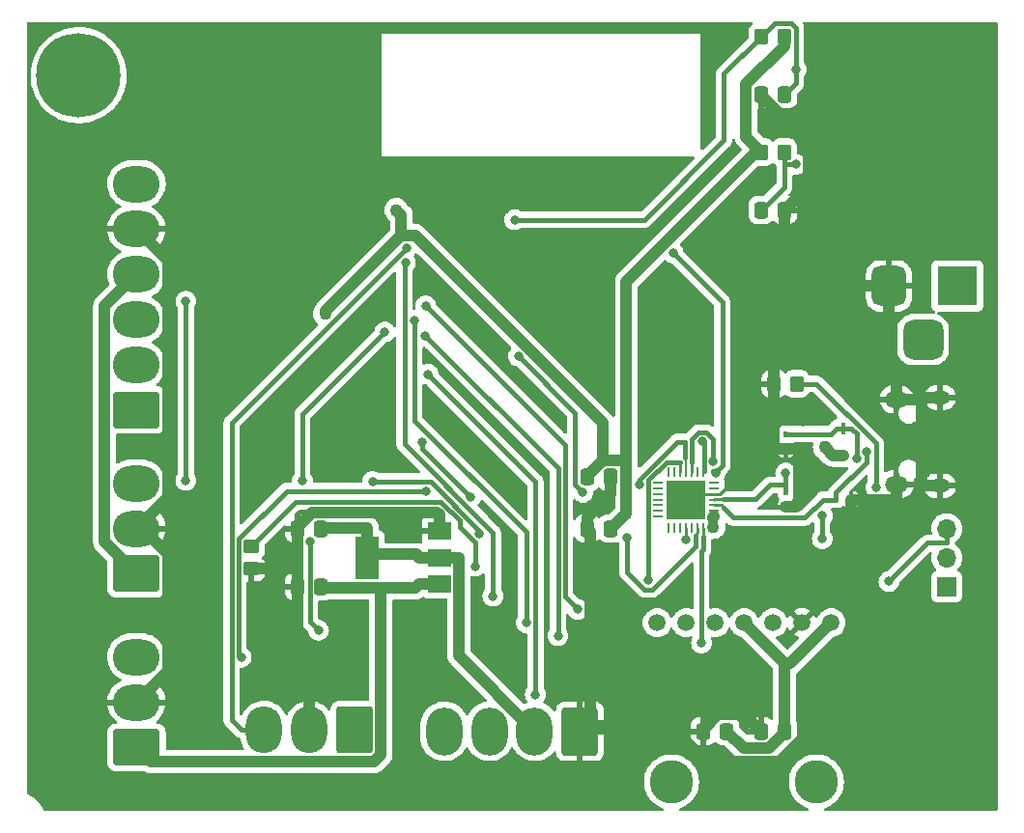
<source format=gbr>
%TF.GenerationSoftware,KiCad,Pcbnew,6.0.2+dfsg-1*%
%TF.CreationDate,2022-10-25T22:35:23-05:00*%
%TF.ProjectId,amiplanta,616d6970-6c61-46e7-9461-2e6b69636164,rev?*%
%TF.SameCoordinates,Original*%
%TF.FileFunction,Copper,L2,Bot*%
%TF.FilePolarity,Positive*%
%FSLAX46Y46*%
G04 Gerber Fmt 4.6, Leading zero omitted, Abs format (unit mm)*
G04 Created by KiCad (PCBNEW 6.0.2+dfsg-1) date 2022-10-25 22:35:23*
%MOMM*%
%LPD*%
G01*
G04 APERTURE LIST*
G04 Aperture macros list*
%AMRoundRect*
0 Rectangle with rounded corners*
0 $1 Rounding radius*
0 $2 $3 $4 $5 $6 $7 $8 $9 X,Y pos of 4 corners*
0 Add a 4 corners polygon primitive as box body*
4,1,4,$2,$3,$4,$5,$6,$7,$8,$9,$2,$3,0*
0 Add four circle primitives for the rounded corners*
1,1,$1+$1,$2,$3*
1,1,$1+$1,$4,$5*
1,1,$1+$1,$6,$7*
1,1,$1+$1,$8,$9*
0 Add four rect primitives between the rounded corners*
20,1,$1+$1,$2,$3,$4,$5,0*
20,1,$1+$1,$4,$5,$6,$7,0*
20,1,$1+$1,$6,$7,$8,$9,0*
20,1,$1+$1,$8,$9,$2,$3,0*%
G04 Aperture macros list end*
%TA.AperFunction,ComponentPad*%
%ADD10RoundRect,0.250000X1.800000X-1.330000X1.800000X1.330000X-1.800000X1.330000X-1.800000X-1.330000X0*%
%TD*%
%TA.AperFunction,ComponentPad*%
%ADD11O,4.100000X3.160000*%
%TD*%
%TA.AperFunction,ComponentPad*%
%ADD12C,3.810000*%
%TD*%
%TA.AperFunction,ComponentPad*%
%ADD13C,1.500000*%
%TD*%
%TA.AperFunction,ComponentPad*%
%ADD14R,3.500000X3.500000*%
%TD*%
%TA.AperFunction,ComponentPad*%
%ADD15RoundRect,0.750000X-0.750000X-1.000000X0.750000X-1.000000X0.750000X1.000000X-0.750000X1.000000X0*%
%TD*%
%TA.AperFunction,ComponentPad*%
%ADD16RoundRect,0.875000X-0.875000X-0.875000X0.875000X-0.875000X0.875000X0.875000X-0.875000X0.875000X0*%
%TD*%
%TA.AperFunction,ComponentPad*%
%ADD17O,1.800000X1.150000*%
%TD*%
%TA.AperFunction,ComponentPad*%
%ADD18O,2.000000X1.450000*%
%TD*%
%TA.AperFunction,ComponentPad*%
%ADD19R,1.700000X1.700000*%
%TD*%
%TA.AperFunction,ComponentPad*%
%ADD20O,1.700000X1.700000*%
%TD*%
%TA.AperFunction,ComponentPad*%
%ADD21C,7.400000*%
%TD*%
%TA.AperFunction,ComponentPad*%
%ADD22RoundRect,0.250000X1.330000X1.850000X-1.330000X1.850000X-1.330000X-1.850000X1.330000X-1.850000X0*%
%TD*%
%TA.AperFunction,ComponentPad*%
%ADD23O,3.160000X4.200000*%
%TD*%
%TA.AperFunction,ComponentPad*%
%ADD24RoundRect,0.250000X1.330000X1.800000X-1.330000X1.800000X-1.330000X-1.800000X1.330000X-1.800000X0*%
%TD*%
%TA.AperFunction,ComponentPad*%
%ADD25O,3.160000X4.100000*%
%TD*%
%TA.AperFunction,SMDPad,CuDef*%
%ADD26R,2.000000X1.500000*%
%TD*%
%TA.AperFunction,SMDPad,CuDef*%
%ADD27R,2.000000X3.800000*%
%TD*%
%TA.AperFunction,SMDPad,CuDef*%
%ADD28R,0.460000X1.040000*%
%TD*%
%TA.AperFunction,SMDPad,CuDef*%
%ADD29RoundRect,0.250000X0.337500X0.475000X-0.337500X0.475000X-0.337500X-0.475000X0.337500X-0.475000X0*%
%TD*%
%TA.AperFunction,SMDPad,CuDef*%
%ADD30RoundRect,0.250000X0.350000X0.450000X-0.350000X0.450000X-0.350000X-0.450000X0.350000X-0.450000X0*%
%TD*%
%TA.AperFunction,SMDPad,CuDef*%
%ADD31RoundRect,0.250000X-0.450000X0.350000X-0.450000X-0.350000X0.450000X-0.350000X0.450000X0.350000X0*%
%TD*%
%TA.AperFunction,SMDPad,CuDef*%
%ADD32R,0.400000X0.480000*%
%TD*%
%TA.AperFunction,SMDPad,CuDef*%
%ADD33R,0.480000X0.400000*%
%TD*%
%TA.AperFunction,SMDPad,CuDef*%
%ADD34RoundRect,0.062500X0.337500X0.062500X-0.337500X0.062500X-0.337500X-0.062500X0.337500X-0.062500X0*%
%TD*%
%TA.AperFunction,SMDPad,CuDef*%
%ADD35RoundRect,0.062500X0.062500X0.337500X-0.062500X0.337500X-0.062500X-0.337500X0.062500X-0.337500X0*%
%TD*%
%TA.AperFunction,SMDPad,CuDef*%
%ADD36R,3.350000X3.350000*%
%TD*%
%TA.AperFunction,SMDPad,CuDef*%
%ADD37RoundRect,0.250000X-0.337500X-0.475000X0.337500X-0.475000X0.337500X0.475000X-0.337500X0.475000X0*%
%TD*%
%TA.AperFunction,SMDPad,CuDef*%
%ADD38RoundRect,0.250000X-0.350000X-0.450000X0.350000X-0.450000X0.350000X0.450000X-0.350000X0.450000X0*%
%TD*%
%TA.AperFunction,ViaPad*%
%ADD39C,1.100000*%
%TD*%
%TA.AperFunction,ViaPad*%
%ADD40C,0.800000*%
%TD*%
%TA.AperFunction,Conductor*%
%ADD41C,1.000000*%
%TD*%
%TA.AperFunction,Conductor*%
%ADD42C,0.250200*%
%TD*%
%TA.AperFunction,Conductor*%
%ADD43C,0.400000*%
%TD*%
%TA.AperFunction,Conductor*%
%ADD44C,0.200000*%
%TD*%
G04 APERTURE END LIST*
D10*
%TO.P,Jtem1,1,Pin_1*%
%TO.N,+3.3V*%
X33125000Y-90320000D03*
D11*
%TO.P,Jtem1,2,Pin_2*%
%TO.N,GNDREF*%
X33125000Y-86360000D03*
%TO.P,Jtem1,3,Pin_3*%
%TO.N,/Sensores/dt*%
X33125000Y-82400000D03*
%TD*%
D12*
%TO.P,U2,*%
%TO.N,*%
X92710000Y-108585000D03*
X80010000Y-108585000D03*
D13*
%TO.P,U2,1,VDD*%
%TO.N,+3.3V*%
X93980000Y-94615000D03*
%TO.P,U2,2,GND*%
%TO.N,GNDREF*%
X91440000Y-94615000D03*
%TO.P,U2,3,~{SD_MODE}*%
%TO.N,/ESP32/amp_D_mode*%
X88900000Y-94615000D03*
%TO.P,U2,4,GAIN_SLOT*%
%TO.N,+3.3V*%
X86360000Y-94615000D03*
%TO.P,U2,5,DIN*%
%TO.N,/ESP32/Amp_Din*%
X83820000Y-94615000D03*
%TO.P,U2,6,BCLK*%
%TO.N,/ESP32/BCLK*%
X81280000Y-94615000D03*
%TO.P,U2,7,LRCLK*%
%TO.N,/ESP32/LRC*%
X78740000Y-94615000D03*
%TD*%
D14*
%TO.P,J1,1*%
%TO.N,Net-(Din1-Pad2)*%
X105060000Y-65082500D03*
D15*
%TO.P,J1,2*%
%TO.N,GNDREF*%
X99060000Y-65082500D03*
D16*
%TO.P,J1,3*%
%TO.N,N/C*%
X102060000Y-69782500D03*
%TD*%
D10*
%TO.P,Jmov1,1,Pin_1*%
%TO.N,+5V*%
X33125000Y-105560000D03*
D11*
%TO.P,Jmov1,2,Pin_2*%
%TO.N,GNDREF*%
X33125000Y-101600000D03*
%TO.P,Jmov1,3,Pin_3*%
%TO.N,/Sensores/dm*%
X33125000Y-97640000D03*
%TD*%
D17*
%TO.P,J2,6,Shield*%
%TO.N,GNDREF*%
X103550000Y-74865000D03*
X103550000Y-82615000D03*
D18*
X99750000Y-75015000D03*
X99750000Y-82465000D03*
%TD*%
D19*
%TO.P,J3,1,Pin_1*%
%TO.N,/CP2102N-A02-GQFN28(Bootloader)/TXD*%
X104140000Y-91440000D03*
D20*
%TO.P,J3,2,Pin_2*%
%TO.N,/CP2102N-A02-GQFN28(Bootloader)/RXD*%
X104140000Y-88900000D03*
%TO.P,J3,3,Pin_3*%
%TO.N,/CP2102N-A02-GQFN28(Bootloader)/RTS*%
X104140000Y-86360000D03*
%TD*%
D21*
%TO.P,REF\u002A\u002A,1*%
%TO.N,N/C*%
X28050000Y-46600000D03*
%TD*%
D22*
%TO.P,Joled1,1,Pin_1*%
%TO.N,GNDREF*%
X71980000Y-104140000D03*
D23*
%TO.P,Joled1,2,Pin_2*%
%TO.N,+3.3V*%
X68020000Y-104140000D03*
%TO.P,Joled1,3,Pin_3*%
%TO.N,/ESP32/SDA*%
X64060000Y-104140000D03*
%TO.P,Joled1,4,Pin_4*%
%TO.N,/ESP32/SCL*%
X60100000Y-104140000D03*
%TD*%
D24*
%TO.P,Jhum1,1,Pin_1*%
%TO.N,+3.3V*%
X52220000Y-104035000D03*
D25*
%TO.P,Jhum1,2,Pin_2*%
%TO.N,GNDREF*%
X48260000Y-104035000D03*
%TO.P,Jhum1,3,Pin_3*%
%TO.N,/Sensores/dh*%
X44300000Y-104035000D03*
%TD*%
D10*
%TO.P,Jluc1,1,Pin_1*%
%TO.N,/Sensores/INT Luz(op)*%
X33125000Y-75940000D03*
D11*
%TO.P,Jluc1,2,Pin_2*%
%TO.N,/ESP32/SCL*%
X33125000Y-71980000D03*
%TO.P,Jluc1,3,Pin_3*%
%TO.N,/ESP32/SDA*%
X33125000Y-68020000D03*
%TO.P,Jluc1,4,Pin_4*%
%TO.N,+3.3V*%
X33125000Y-64060000D03*
%TO.P,Jluc1,5,Pin_5*%
%TO.N,GNDREF*%
X33125000Y-60100000D03*
%TO.P,Jluc1,6,Pin_6*%
%TO.N,/Sensores/VL Luz (op)*%
X33125000Y-56140000D03*
%TD*%
D26*
%TO.P,UReg1,1,GND*%
%TO.N,GNDREF*%
X59640000Y-86600000D03*
%TO.P,UReg1,2,VO*%
%TO.N,+3.3V*%
X59640000Y-88900000D03*
D27*
X53340000Y-88900000D03*
D26*
%TO.P,UReg1,3,VI*%
%TO.N,+5V*%
X59640000Y-91200000D03*
%TD*%
D28*
%TO.P,DUSB1,A*%
%TO.N,/CP2102N-A02-GQFN28(Bootloader)/VBUS*%
X95092300Y-77550000D03*
%TO.P,DUSB1,C*%
%TO.N,+5V_Jack*%
X95092300Y-79930000D03*
%TD*%
D29*
%TO.P,Cbl2,1*%
%TO.N,GNDREF*%
X74697500Y-81830000D03*
%TO.P,Cbl2,2*%
%TO.N,+3.3V*%
X72622500Y-81830000D03*
%TD*%
D30*
%TO.P,Ractbl1,1*%
%TO.N,Net-(Ractbl1-Pad1)*%
X91012300Y-73660000D03*
%TO.P,Ractbl1,2*%
%TO.N,GNDREF*%
X89012300Y-73660000D03*
%TD*%
D31*
%TO.P,Rpw1,1*%
%TO.N,Net-(RED1-Pad1)*%
X43180000Y-87900000D03*
%TO.P,Rpw1,2*%
%TO.N,GNDREF*%
X43180000Y-89900000D03*
%TD*%
D32*
%TO.P,DUl2,1*%
%TO.N,GNDREF*%
X90012300Y-84480000D03*
%TO.P,DUl2,2*%
%TO.N,/CP2102N-A02-GQFN28(Bootloader)/USB_DP*%
X90012300Y-83160000D03*
%TD*%
D33*
%TO.P,DUl3,1*%
%TO.N,GNDREF*%
X95752300Y-83820000D03*
%TO.P,DUl3,2*%
%TO.N,/CP2102N-A02-GQFN28(Bootloader)/USB_DN*%
X94432300Y-83820000D03*
%TD*%
D32*
%TO.P,DUl1,1*%
%TO.N,GNDREF*%
X90012300Y-79400000D03*
%TO.P,DUl1,2*%
%TO.N,/CP2102N-A02-GQFN28(Bootloader)/VBUS*%
X90012300Y-78080000D03*
%TD*%
D34*
%TO.P,U7,1,~{DCD}*%
%TO.N,unconnected-(U7-Pad1)*%
X83730000Y-82320000D03*
%TO.P,U7,2,~{RI}/CLK*%
%TO.N,unconnected-(U7-Pad2)*%
X83730000Y-82820000D03*
%TO.P,U7,3,GND*%
%TO.N,GNDREF*%
X83730000Y-83320000D03*
%TO.P,U7,4,D+*%
%TO.N,/CP2102N-A02-GQFN28(Bootloader)/USB_DP*%
X83730000Y-83820000D03*
%TO.P,U7,5,D-*%
%TO.N,/CP2102N-A02-GQFN28(Bootloader)/USB_DN*%
X83730000Y-84320000D03*
%TO.P,U7,6,VDD*%
%TO.N,+3.3V*%
X83730000Y-84820000D03*
%TO.P,U7,7,VREGIN*%
X83730000Y-85320000D03*
D35*
%TO.P,U7,8,VBUS*%
%TO.N,Net-(Rvbus1-Pad2)*%
X82780000Y-86270000D03*
%TO.P,U7,9,~{RST}*%
%TO.N,Net-(R_rstbl1-Pad2)*%
X82280000Y-86270000D03*
%TO.P,U7,10,NC*%
%TO.N,unconnected-(U7-Pad10)*%
X81780000Y-86270000D03*
%TO.P,U7,11,~{SUSPEND}*%
%TO.N,Net-(Ractbl1-Pad1)*%
X81280000Y-86270000D03*
%TO.P,U7,12,SUSPEND*%
%TO.N,unconnected-(U7-Pad12)*%
X80780000Y-86270000D03*
%TO.P,U7,13,CHREN*%
%TO.N,unconnected-(U7-Pad13)*%
X80280000Y-86270000D03*
%TO.P,U7,14,CHR1*%
%TO.N,unconnected-(U7-Pad14)*%
X79780000Y-86270000D03*
D34*
%TO.P,U7,15,CHR0*%
%TO.N,unconnected-(U7-Pad15)*%
X78830000Y-85320000D03*
%TO.P,U7,16,~{WAKEUP}/GPIO.3*%
%TO.N,unconnected-(U7-Pad16)*%
X78830000Y-84820000D03*
%TO.P,U7,17,RS485/GPIO.2*%
%TO.N,unconnected-(U7-Pad17)*%
X78830000Y-84320000D03*
%TO.P,U7,18,~{RXT}/GPIO.1*%
%TO.N,unconnected-(U7-Pad18)*%
X78830000Y-83820000D03*
%TO.P,U7,19,~{TXT}/GPIO.0*%
%TO.N,unconnected-(U7-Pad19)*%
X78830000Y-83320000D03*
%TO.P,U7,20,GPIO.6*%
%TO.N,unconnected-(U7-Pad20)*%
X78830000Y-82820000D03*
%TO.P,U7,21,GPIO.5*%
%TO.N,unconnected-(U7-Pad21)*%
X78830000Y-82320000D03*
D35*
%TO.P,U7,22,GPIO.4*%
%TO.N,unconnected-(U7-Pad22)*%
X79780000Y-81370000D03*
%TO.P,U7,23,~{CTS}*%
%TO.N,unconnected-(U7-Pad23)*%
X80280000Y-81370000D03*
%TO.P,U7,24,~{RTS}*%
%TO.N,/CP2102N-A02-GQFN28(Bootloader)/RTS*%
X80780000Y-81370000D03*
%TO.P,U7,25,RXD*%
%TO.N,/CP2102N-A02-GQFN28(Bootloader)/RXD*%
X81280000Y-81370000D03*
%TO.P,U7,26,TXD*%
%TO.N,/CP2102N-A02-GQFN28(Bootloader)/TXD*%
X81780000Y-81370000D03*
%TO.P,U7,27,~{DSR}*%
%TO.N,unconnected-(U7-Pad27)*%
X82280000Y-81370000D03*
%TO.P,U7,28,~{DTR}*%
%TO.N,/CP2102N-A02-GQFN28(Bootloader)/DTR*%
X82780000Y-81370000D03*
D36*
%TO.P,U7,29,GND*%
%TO.N,GNDREF*%
X81280000Y-83820000D03*
%TD*%
D29*
%TO.P,CReg2,1*%
%TO.N,+3.3V*%
X49297500Y-86360000D03*
%TO.P,CReg2,2*%
%TO.N,GNDREF*%
X47222500Y-86360000D03*
%TD*%
%TO.P,Cen2,1*%
%TO.N,EN*%
X89937500Y-48260000D03*
%TO.P,Cen2,2*%
%TO.N,GNDREF*%
X87862500Y-48260000D03*
%TD*%
D37*
%TO.P,Cboot1,1*%
%TO.N,BOOT*%
X87862500Y-58420000D03*
%TO.P,Cboot1,2*%
%TO.N,GNDREF*%
X89937500Y-58420000D03*
%TD*%
D29*
%TO.P,Camp1,1*%
%TO.N,+3.3V*%
X84857500Y-104140000D03*
%TO.P,Camp1,2*%
%TO.N,GNDREF*%
X82782500Y-104140000D03*
%TD*%
D30*
%TO.P,Ren1,1*%
%TO.N,+3.3V*%
X89900000Y-43180000D03*
%TO.P,Ren1,2*%
%TO.N,EN*%
X87900000Y-43180000D03*
%TD*%
D29*
%TO.P,Cbl1,1*%
%TO.N,+3.3V*%
X74697500Y-86360000D03*
%TO.P,Cbl1,2*%
%TO.N,GNDREF*%
X72622500Y-86360000D03*
%TD*%
D38*
%TO.P,Rboot1,1*%
%TO.N,+3.3V*%
X87900000Y-53340000D03*
%TO.P,Rboot1,2*%
%TO.N,BOOT*%
X89900000Y-53340000D03*
%TD*%
D29*
%TO.P,CReg1,1*%
%TO.N,+5V*%
X49297500Y-91440000D03*
%TO.P,CReg1,2*%
%TO.N,GNDREF*%
X47222500Y-91440000D03*
%TD*%
%TO.P,Camp2,1*%
%TO.N,+3.3V*%
X89937500Y-104140000D03*
%TO.P,Camp2,2*%
%TO.N,GNDREF*%
X87862500Y-104140000D03*
%TD*%
D39*
%TO.N,+3.3V*%
X55880000Y-58420000D03*
X76057600Y-84999900D03*
X49662000Y-67507800D03*
X83675800Y-86216400D03*
D40*
%TO.N,GNDREF*%
X93500000Y-72750000D03*
X72250000Y-71000000D03*
X98500000Y-108750000D03*
D39*
X54610000Y-85090000D03*
D40*
X70000000Y-76500000D03*
X80750000Y-74250000D03*
X54500000Y-60000000D03*
X58750000Y-75250000D03*
X88250000Y-88500000D03*
X43500000Y-79500000D03*
X45250000Y-88250000D03*
X53250000Y-75750000D03*
X57000000Y-98250000D03*
X57000000Y-94750000D03*
X39250000Y-73500000D03*
X91500000Y-77000000D03*
X64000000Y-94500000D03*
X52750000Y-68750000D03*
X62750000Y-68500000D03*
D39*
X86146400Y-98633100D03*
D40*
X44500000Y-68000000D03*
%TO.N,BOOT*%
X90895300Y-54406600D03*
%TO.N,EN*%
X66275100Y-59273100D03*
X90925300Y-46086700D03*
D39*
%TO.N,+5V_Jack*%
X93452800Y-79220800D03*
D40*
%TO.N,/CP2102N-A02-GQFN28(Bootloader)/VBUS*%
X96215200Y-80192500D03*
%TO.N,/CP2102N-A02-GQFN28(Bootloader)/USB_DP*%
X90012300Y-81478600D03*
%TO.N,/CP2102N-A02-GQFN28(Bootloader)/USB_DN*%
X97062600Y-79586900D03*
%TO.N,/CP2102N-A02-GQFN28(Bootloader)/TXD*%
X83663800Y-80510200D03*
%TO.N,/CP2102N-A02-GQFN28(Bootloader)/RXD*%
X77189700Y-82468593D03*
%TO.N,/CP2102N-A02-GQFN28(Bootloader)/RTS*%
X99073800Y-90992700D03*
X63191700Y-86821800D03*
X77989200Y-90879800D03*
X53815300Y-82230000D03*
%TO.N,/Sensores/dh*%
X56770300Y-61765000D03*
%TO.N,/ESP32/SCL*%
X54874200Y-69114200D03*
X47658000Y-82188500D03*
%TO.N,/ESP32/SDA*%
X58679700Y-72827700D03*
X68081200Y-100933200D03*
%TO.N,/Sensores/dm*%
X42293800Y-97640000D03*
X58458500Y-83061500D03*
%TO.N,/Sensores/dt*%
X37438700Y-66417300D03*
X37438700Y-82142700D03*
%TO.N,Net-(Q2-Pad1)*%
X62392600Y-83590500D03*
X58187200Y-78740000D03*
%TO.N,/CP2102N-A02-GQFN28(Bootloader)/DTR*%
X82723200Y-78720100D03*
%TO.N,Net-(Ractbl1-Pad1)*%
X93215600Y-85244100D03*
X81280000Y-87342500D03*
X97915100Y-82761900D03*
X93215600Y-87249800D03*
%TO.N,Net-(RED1-Pad1)*%
X62780000Y-89656800D03*
%TO.N,/CP2102N-A02-GQFN28(Bootloader)/RXD0*%
X66586000Y-71231100D03*
X72242100Y-83188400D03*
%TO.N,/CP2102N-A02-GQFN28(Bootloader)/TXD0*%
X83862558Y-81489741D03*
X80160300Y-62196700D03*
%TO.N,Net-(Rvbus1-Pad2)*%
X49074300Y-95284000D03*
X48315200Y-87530900D03*
X82632500Y-96403700D03*
%TO.N,Net-(R_rstbl1-Pad2)*%
X76146800Y-87119200D03*
%TO.N,/ESP32/amp_D_mode*%
X56691000Y-63035000D03*
X64354100Y-92293200D03*
%TO.N,/ESP32/Amp_Din*%
X58474300Y-66820000D03*
X71788100Y-93444000D03*
%TO.N,/ESP32/BCLK*%
X58430900Y-69467800D03*
X70053100Y-95772800D03*
%TO.N,/ESP32/LRC*%
X57479200Y-68115000D03*
X67264500Y-94615000D03*
%TD*%
D41*
%TO.N,+3.3V*%
X49297500Y-86360000D02*
X49357800Y-86299700D01*
D42*
X83655200Y-86195500D02*
X83655200Y-85463800D01*
D41*
X89937500Y-104226800D02*
X89937500Y-104140000D01*
X55936050Y-61016050D02*
X49662000Y-67290100D01*
X72622500Y-81738200D02*
X73997500Y-80363200D01*
X90402500Y-98192500D02*
X93980000Y-94615000D01*
X86548200Y-47380900D02*
X86548200Y-51988200D01*
X73997500Y-80363200D02*
X73997500Y-77086500D01*
X73997500Y-80363200D02*
X76057600Y-80363200D01*
X72622500Y-81830000D02*
X72622500Y-81738200D01*
X53340000Y-88466700D02*
X53340000Y-86299700D01*
X76057600Y-64689000D02*
X76057600Y-80363200D01*
X83675800Y-86216400D02*
X83655200Y-86195800D01*
X86548200Y-51988200D02*
X87900000Y-53340000D01*
X49357800Y-86299700D02*
X53340000Y-86299700D01*
X86313600Y-105596100D02*
X88568200Y-105596100D01*
X76057600Y-84999900D02*
X74697500Y-86360000D01*
X61340300Y-88900000D02*
X61340300Y-97460300D01*
X87900000Y-53340000D02*
X87406600Y-53340000D01*
X33125000Y-64060000D02*
X30325700Y-66859300D01*
X89900000Y-44029100D02*
X86548200Y-47380900D01*
X53340000Y-88633700D02*
X57673400Y-88633700D01*
X89937500Y-104140000D02*
X89937500Y-98192500D01*
X83655400Y-85463600D02*
X83655400Y-85394600D01*
X57673400Y-88633700D02*
X57939700Y-88900000D01*
X89937500Y-98192500D02*
X86360000Y-94615000D01*
X59640000Y-88900000D02*
X61340300Y-88900000D01*
X88568200Y-105596100D02*
X89937500Y-104226800D01*
X30325700Y-66859300D02*
X30325700Y-87520700D01*
X83655200Y-86195800D02*
X83655200Y-86195500D01*
X53340000Y-88466700D02*
X53340000Y-88633700D01*
X53340000Y-88900000D02*
X53340000Y-88633700D01*
X59515500Y-88900000D02*
X59640000Y-88900000D01*
X83655400Y-85394600D02*
X83730000Y-85320000D01*
X61340300Y-97460300D02*
X68020000Y-104140000D01*
X73997500Y-77086500D02*
X57528200Y-60617200D01*
X76057600Y-80363200D02*
X76057600Y-84999900D01*
D42*
X83730000Y-84820000D02*
X83730000Y-85320000D01*
D41*
X57528200Y-60617200D02*
X56334900Y-60617200D01*
X84857500Y-104140000D02*
X86313600Y-105596100D01*
X49662000Y-67290100D02*
X49662000Y-67507800D01*
X56334900Y-60617200D02*
X55936050Y-61016050D01*
X30325700Y-87520700D02*
X33125000Y-90320000D01*
X87406600Y-53340000D02*
X76057600Y-64689000D01*
D42*
X83655200Y-85463800D02*
X83655400Y-85463600D01*
D41*
X89900000Y-43180000D02*
X89900000Y-44029100D01*
X56334900Y-58874900D02*
X55880000Y-58420000D01*
X56334900Y-60617200D02*
X56334900Y-58874900D01*
X59515500Y-88900000D02*
X57939700Y-88900000D01*
X89937500Y-98192500D02*
X90402500Y-98192500D01*
%TO.N,GNDREF*%
X88922100Y-79400000D02*
X86143100Y-82179000D01*
X91142300Y-84250300D02*
X91142300Y-79629700D01*
X83034500Y-106800400D02*
X89448000Y-106800400D01*
X90462500Y-84480000D02*
X90012300Y-84480000D01*
X89937500Y-71024400D02*
X89012300Y-71949600D01*
D42*
X85391300Y-82179000D02*
X84250300Y-83320000D01*
D41*
X47222500Y-100247200D02*
X48260000Y-101284700D01*
X47222500Y-86234900D02*
X47222500Y-86360000D01*
X99060000Y-72899700D02*
X99750000Y-73589700D01*
X59640000Y-86600000D02*
X59640000Y-85149700D01*
X92019400Y-52528900D02*
X92019400Y-56338100D01*
X90912600Y-84480000D02*
X91142300Y-84250300D01*
X87862500Y-48372000D02*
X92019400Y-52528900D01*
X35876300Y-88573600D02*
X33393900Y-86091100D01*
X47222500Y-89907600D02*
X47214900Y-89900000D01*
X87862500Y-104140000D02*
X86395000Y-102672500D01*
X82782500Y-103984400D02*
X82782500Y-104140000D01*
X59414800Y-84924500D02*
X48532900Y-84924500D01*
X47214900Y-86367600D02*
X47214900Y-89900000D01*
X99750000Y-75015000D02*
X99750000Y-73589700D01*
X86395000Y-102672500D02*
X86146400Y-102672500D01*
X72888400Y-86625900D02*
X72622500Y-86360000D01*
X95752300Y-83820000D02*
X96692600Y-83820000D01*
X33125000Y-60100000D02*
X35879000Y-62854000D01*
X103550000Y-82615000D02*
X101949700Y-82615000D01*
X59640000Y-85149700D02*
X59414800Y-84924500D01*
X48532900Y-84924500D02*
X47222500Y-86234900D01*
X89937500Y-58420000D02*
X89937500Y-65082500D01*
X101450300Y-75015000D02*
X101600300Y-74865000D01*
X72888400Y-103685800D02*
X79919900Y-103685800D01*
X89012300Y-79300300D02*
X89112000Y-79400000D01*
X89012300Y-73660000D02*
X89012300Y-79300300D01*
X47222500Y-91440000D02*
X47222500Y-89907600D01*
X101600300Y-74865000D02*
X101949700Y-74865000D01*
X72622500Y-85394000D02*
X72622500Y-86360000D01*
X48260000Y-104035000D02*
X48260000Y-101284700D01*
D42*
X81780000Y-83320000D02*
X81280000Y-83820000D01*
D41*
X89012300Y-71949600D02*
X89012300Y-73660000D01*
X90012300Y-79400000D02*
X89112000Y-79400000D01*
X87862500Y-48260000D02*
X87862500Y-48372000D01*
X95752300Y-100496100D02*
X95752300Y-83820000D01*
X86146400Y-102672500D02*
X84094400Y-102672500D01*
X92019400Y-56338100D02*
X89937500Y-58420000D01*
D42*
X83730000Y-83320000D02*
X81780000Y-83320000D01*
D41*
X47214900Y-89900000D02*
X43180000Y-89900000D01*
X99750000Y-75015000D02*
X101450300Y-75015000D01*
D42*
X84250300Y-83320000D02*
X83730000Y-83320000D01*
D41*
X89937500Y-65082500D02*
X99060000Y-65082500D01*
X72888400Y-103685800D02*
X72888400Y-86625900D01*
D42*
X86143100Y-82179000D02*
X85391300Y-82179000D01*
D41*
X74697500Y-81830000D02*
X74697500Y-83319000D01*
X33125000Y-101600000D02*
X35876300Y-98848700D01*
X79919900Y-103685800D02*
X83034500Y-106800400D01*
X74697500Y-83319000D02*
X72622500Y-85394000D01*
X35876300Y-98848700D02*
X35876300Y-88573600D01*
X35879000Y-62854000D02*
X35879000Y-83606000D01*
X90462500Y-84480000D02*
X90912600Y-84480000D01*
X86146400Y-102672500D02*
X86146400Y-98633100D01*
X72434200Y-103685800D02*
X72888400Y-103685800D01*
X99750000Y-82465000D02*
X99750000Y-83890300D01*
X71980000Y-104140000D02*
X72434200Y-103685800D01*
X101949700Y-82615000D02*
X101949700Y-74865000D01*
X96762900Y-83890300D02*
X99750000Y-83890300D01*
X84094400Y-102672500D02*
X82782500Y-103984400D01*
X89448000Y-106800400D02*
X95752300Y-100496100D01*
X91142300Y-79629700D02*
X90912600Y-79400000D01*
X103550000Y-74865000D02*
X101949700Y-74865000D01*
X89112000Y-79400000D02*
X88922100Y-79400000D01*
X89937500Y-65082500D02*
X89937500Y-71024400D01*
X99060000Y-65082500D02*
X99060000Y-72899700D01*
X47222500Y-86360000D02*
X47214900Y-86367600D01*
X96692600Y-83820000D02*
X96762900Y-83890300D01*
X90012300Y-79400000D02*
X90912600Y-79400000D01*
X33393900Y-86091100D02*
X33125000Y-86360000D01*
X47222500Y-91440000D02*
X47222500Y-100247200D01*
X35879000Y-83606000D02*
X33393900Y-86091100D01*
D43*
%TO.N,BOOT*%
X89900000Y-54406600D02*
X90895300Y-54406600D01*
X89900000Y-54406600D02*
X89900000Y-56382500D01*
X89900000Y-53340000D02*
X89900000Y-54406600D01*
X89900000Y-56382500D02*
X87862500Y-58420000D01*
%TO.N,EN*%
X90925300Y-47272200D02*
X89937500Y-48260000D01*
X90925300Y-46086700D02*
X90925300Y-47272200D01*
X90925300Y-46086700D02*
X90925300Y-42473500D01*
X84606400Y-52312900D02*
X77646200Y-59273100D01*
X87900000Y-43180000D02*
X84606400Y-46473600D01*
X90925300Y-42473500D02*
X90509000Y-42057200D01*
X90509000Y-42057200D02*
X89022800Y-42057200D01*
X89022800Y-42057200D02*
X87900000Y-43180000D01*
X77646200Y-59273100D02*
X66275100Y-59273100D01*
X84606400Y-46473600D02*
X84606400Y-52312900D01*
D41*
%TO.N,+5V*%
X49411200Y-91553700D02*
X54542700Y-91553700D01*
X34400500Y-106835500D02*
X33125000Y-105560000D01*
X53913700Y-106835500D02*
X34400500Y-106835500D01*
X59640000Y-91200000D02*
X57939700Y-91200000D01*
X54542700Y-91553700D02*
X54542700Y-106206500D01*
X54542700Y-106206500D02*
X53913700Y-106835500D01*
X54542700Y-91553700D02*
X57586000Y-91553700D01*
X57586000Y-91553700D02*
X57939700Y-91200000D01*
X49297500Y-91440000D02*
X49411200Y-91553700D01*
%TO.N,+5V_Jack*%
X94162000Y-79930000D02*
X93452800Y-79220800D01*
X95092300Y-79930000D02*
X94162000Y-79930000D01*
D43*
%TO.N,/CP2102N-A02-GQFN28(Bootloader)/VBUS*%
X95092300Y-77550000D02*
X94462000Y-77550000D01*
X96215200Y-80192500D02*
X96215200Y-78042600D01*
X95092300Y-77550000D02*
X95722600Y-77550000D01*
X90012300Y-78080000D02*
X93932000Y-78080000D01*
X96215200Y-78042600D02*
X95722600Y-77550000D01*
X93932000Y-78080000D02*
X94462000Y-77550000D01*
%TO.N,/CP2102N-A02-GQFN28(Bootloader)/USB_DP*%
X90012300Y-83160000D02*
X90012300Y-82519700D01*
D42*
X83767400Y-83782600D02*
X83730000Y-83820000D01*
D43*
X87383300Y-83782600D02*
X88646200Y-82519700D01*
D42*
X84530700Y-83782600D02*
X83767400Y-83782600D01*
D43*
X90012300Y-82519700D02*
X90012300Y-81478600D01*
X84530700Y-83782600D02*
X87383300Y-83782600D01*
X88646200Y-82519700D02*
X90012300Y-82519700D01*
D42*
%TO.N,/CP2102N-A02-GQFN28(Bootloader)/USB_DN*%
X84361700Y-84320000D02*
X84565500Y-84523800D01*
D43*
X94112200Y-83820000D02*
X93263400Y-83820000D01*
X94432300Y-83820000D02*
X94432300Y-83219700D01*
X93263400Y-83820000D02*
X91672100Y-85411300D01*
D42*
X83730000Y-84320000D02*
X84361700Y-84320000D01*
D43*
X91672100Y-85411300D02*
X85453000Y-85411300D01*
X97062600Y-80589400D02*
X94432300Y-83219700D01*
X94432300Y-83820000D02*
X94112200Y-83820000D01*
X85453000Y-85411300D02*
X84565500Y-84523800D01*
X97062600Y-79586900D02*
X97062600Y-80589400D01*
%TO.N,/CP2102N-A02-GQFN28(Bootloader)/TXD*%
X83663800Y-78528900D02*
X83663800Y-80510200D01*
X81780000Y-80580500D02*
X81780000Y-78531600D01*
X83054700Y-77919800D02*
X83663800Y-78528900D01*
X81780000Y-78531600D02*
X82391800Y-77919800D01*
X82391800Y-77919800D02*
X83054700Y-77919800D01*
D42*
X81780000Y-80580500D02*
X81780000Y-81370000D01*
D44*
%TO.N,/CP2102N-A02-GQFN28(Bootloader)/RXD*%
X81280000Y-81370000D02*
X81280000Y-80231972D01*
X81280000Y-80231972D02*
X81180000Y-80131972D01*
D43*
X80501472Y-78740000D02*
X81180000Y-78740000D01*
X77189700Y-82468593D02*
X77189700Y-82051772D01*
X81180000Y-78740000D02*
X81180000Y-80131972D01*
X77189700Y-82051772D02*
X80501472Y-78740000D01*
%TO.N,/CP2102N-A02-GQFN28(Bootloader)/RTS*%
X104140000Y-86360000D02*
X104140000Y-87610300D01*
X53815300Y-82230000D02*
X58876800Y-82230000D01*
X80780000Y-80580500D02*
X80717800Y-80518300D01*
X77989200Y-82100800D02*
X77989200Y-90879800D01*
X102456200Y-87610300D02*
X99073800Y-90992700D01*
X58876800Y-82230000D02*
X63191700Y-86544900D01*
X104140000Y-87610300D02*
X102456200Y-87610300D01*
X63191700Y-86544900D02*
X63191700Y-86821800D01*
X79571700Y-80518300D02*
X77989200Y-82100800D01*
X80717800Y-80518300D02*
X79571700Y-80518300D01*
D42*
X80780000Y-80580500D02*
X80780000Y-81370000D01*
D43*
%TO.N,/Sensores/dh*%
X41451300Y-77084000D02*
X41451300Y-103166600D01*
X56770300Y-61765000D02*
X41451300Y-77084000D01*
X44300000Y-104035000D02*
X42319700Y-104035000D01*
X41451300Y-103166600D02*
X42319700Y-104035000D01*
%TO.N,/ESP32/SCL*%
X54874200Y-69114200D02*
X47658000Y-76330400D01*
X47658000Y-76330400D02*
X47658000Y-82188500D01*
%TO.N,/ESP32/SDA*%
X68081200Y-82229200D02*
X68081200Y-100933200D01*
X58679700Y-72827700D02*
X68081200Y-82229200D01*
%TO.N,/Sensores/dm*%
X58458500Y-83061500D02*
X46264000Y-83061500D01*
X42051600Y-97397800D02*
X42293800Y-97640000D01*
X42051600Y-87273900D02*
X42051600Y-97397800D01*
X46264000Y-83061500D02*
X42051600Y-87273900D01*
%TO.N,/Sensores/dt*%
X37438700Y-82142700D02*
X37438700Y-66417300D01*
%TO.N,Net-(Q2-Pad1)*%
X62392600Y-83590500D02*
X58187200Y-79385100D01*
X58187200Y-79385100D02*
X58187200Y-78740000D01*
%TO.N,/CP2102N-A02-GQFN28(Bootloader)/DTR*%
X82845200Y-78842100D02*
X82723200Y-78720100D01*
X82845200Y-81304800D02*
X82845200Y-78842100D01*
D42*
X82845200Y-81304800D02*
X82780000Y-81370000D01*
%TO.N,Net-(Ractbl1-Pad1)*%
X81280000Y-87059500D02*
X81280000Y-86270000D01*
D43*
X81280000Y-87059500D02*
X81280000Y-87342500D01*
X91012300Y-73660000D02*
X92702200Y-73660000D01*
X93215600Y-85244100D02*
X93215600Y-87249800D01*
X92702200Y-73660000D02*
X97915100Y-78872900D01*
X97915100Y-78872900D02*
X97915100Y-82761900D01*
%TO.N,Net-(RED1-Pad1)*%
X43180000Y-87900000D02*
X47067400Y-84012600D01*
X62780000Y-87551500D02*
X62780000Y-89656800D01*
X47067400Y-84012600D02*
X59797900Y-84012600D01*
X61441000Y-85655700D02*
X61441000Y-86212500D01*
X59797900Y-84012600D02*
X61441000Y-85655700D01*
X61441000Y-86212500D02*
X62780000Y-87551500D01*
%TO.N,/CP2102N-A02-GQFN28(Bootloader)/RXD0*%
X71553900Y-76199000D02*
X66586000Y-71231100D01*
X72242100Y-83188400D02*
X71553900Y-82500200D01*
X71553900Y-82500200D02*
X71553900Y-76199000D01*
%TO.N,/CP2102N-A02-GQFN28(Bootloader)/TXD0*%
X83995171Y-81310200D02*
X84463800Y-80841571D01*
X84463800Y-80841571D02*
X84463800Y-66500200D01*
X83683017Y-81310200D02*
X83995171Y-81310200D01*
X84463800Y-66500200D02*
X80160300Y-62196700D01*
X83862558Y-81489741D02*
X83683017Y-81310200D01*
%TO.N,Net-(Rvbus1-Pad2)*%
X82632500Y-96403700D02*
X82632500Y-88360800D01*
X48308600Y-94518300D02*
X49074300Y-95284000D01*
X48308600Y-87537500D02*
X48308600Y-94518300D01*
X82632500Y-88360800D02*
X82780000Y-88213300D01*
X48315200Y-87530900D02*
X48308600Y-87537500D01*
D42*
X82780000Y-87059500D02*
X82780000Y-86270000D01*
D43*
X82780000Y-88213300D02*
X82780000Y-87059500D01*
%TO.N,Net-(R_rstbl1-Pad2)*%
X82136100Y-86975600D02*
X82136100Y-87905200D01*
X82136100Y-87905200D02*
X78340700Y-91700600D01*
D42*
X82136100Y-86904400D02*
X82136100Y-86975600D01*
D43*
X77619400Y-91700600D02*
X76146800Y-90228000D01*
D42*
X82280000Y-86270000D02*
X82280000Y-86760500D01*
D43*
X78340700Y-91700600D02*
X77619400Y-91700600D01*
D42*
X82280000Y-86760500D02*
X82136100Y-86904400D01*
D43*
X76146800Y-90228000D02*
X76146800Y-87119200D01*
%TO.N,/ESP32/amp_D_mode*%
X56611600Y-63114400D02*
X56611600Y-78970300D01*
X56691000Y-63035000D02*
X56611600Y-63114400D01*
X56611600Y-78970300D02*
X64354100Y-86712800D01*
X64354100Y-86712800D02*
X64354100Y-92293200D01*
%TO.N,/ESP32/Amp_Din*%
X58474300Y-66820000D02*
X70653400Y-78999100D01*
X70653400Y-78999100D02*
X70653400Y-92309300D01*
X70653400Y-92309300D02*
X71788100Y-93444000D01*
%TO.N,/ESP32/BCLK*%
X58430900Y-69467800D02*
X70053100Y-81090000D01*
X70053100Y-81090000D02*
X70053100Y-95772800D01*
%TO.N,/ESP32/LRC*%
X67264500Y-94615000D02*
X67264500Y-86685500D01*
X57479300Y-76900300D02*
X57479200Y-76900300D01*
X57479200Y-76900300D02*
X57479200Y-68115000D01*
X67264500Y-86685500D02*
X57479300Y-76900300D01*
%TD*%
%TA.AperFunction,Conductor*%
%TO.N,GNDREF*%
G36*
X87062806Y-41930002D02*
G01*
X87109299Y-41983658D01*
X87119403Y-42053932D01*
X87089909Y-42118512D01*
X87077534Y-42130358D01*
X87075652Y-42131522D01*
X86950695Y-42256697D01*
X86946855Y-42262927D01*
X86946854Y-42262928D01*
X86870560Y-42386700D01*
X86857885Y-42407262D01*
X86802203Y-42575139D01*
X86791500Y-42679600D01*
X86791500Y-43234340D01*
X86771498Y-43302461D01*
X86754595Y-43323435D01*
X84125880Y-45952150D01*
X84119615Y-45958004D01*
X84076015Y-45996039D01*
X84071648Y-46002253D01*
X84039272Y-46048319D01*
X84035339Y-46053614D01*
X83995924Y-46103882D01*
X83992801Y-46110798D01*
X83991417Y-46113084D01*
X83983043Y-46127765D01*
X83981778Y-46130125D01*
X83977410Y-46136339D01*
X83974650Y-46143418D01*
X83974649Y-46143420D01*
X83954198Y-46195875D01*
X83951647Y-46201944D01*
X83925355Y-46260173D01*
X83923971Y-46267640D01*
X83923170Y-46270195D01*
X83918541Y-46286448D01*
X83917878Y-46289028D01*
X83915118Y-46296109D01*
X83914127Y-46303640D01*
X83914126Y-46303642D01*
X83906779Y-46359452D01*
X83905748Y-46365959D01*
X83894104Y-46428786D01*
X83894541Y-46436366D01*
X83894541Y-46436367D01*
X83897691Y-46490992D01*
X83897900Y-46498246D01*
X83897900Y-51967240D01*
X83877898Y-52035361D01*
X83860995Y-52056335D01*
X82795095Y-53122235D01*
X82732783Y-53156261D01*
X82661968Y-53151196D01*
X82605132Y-53108649D01*
X82580321Y-53042129D01*
X82580000Y-53033140D01*
X82580000Y-42920000D01*
X54580000Y-42920000D01*
X54580000Y-53700000D01*
X81913140Y-53700000D01*
X81981261Y-53720002D01*
X82027754Y-53773658D01*
X82037858Y-53843932D01*
X82008364Y-53908512D01*
X82002235Y-53915095D01*
X77389635Y-58527695D01*
X77327323Y-58561721D01*
X77300540Y-58564600D01*
X66886505Y-58564600D01*
X66818384Y-58544598D01*
X66812444Y-58540536D01*
X66737194Y-58485863D01*
X66737193Y-58485862D01*
X66731852Y-58481982D01*
X66725824Y-58479298D01*
X66725822Y-58479297D01*
X66563419Y-58406991D01*
X66563418Y-58406991D01*
X66557388Y-58404306D01*
X66463988Y-58384453D01*
X66377044Y-58365972D01*
X66377039Y-58365972D01*
X66370587Y-58364600D01*
X66179613Y-58364600D01*
X66173161Y-58365972D01*
X66173156Y-58365972D01*
X66086212Y-58384453D01*
X65992812Y-58404306D01*
X65986782Y-58406991D01*
X65986781Y-58406991D01*
X65824378Y-58479297D01*
X65824376Y-58479298D01*
X65818348Y-58481982D01*
X65813007Y-58485862D01*
X65813006Y-58485863D01*
X65787374Y-58504486D01*
X65663847Y-58594234D01*
X65659426Y-58599144D01*
X65659425Y-58599145D01*
X65575715Y-58692115D01*
X65536060Y-58736156D01*
X65440573Y-58901544D01*
X65381558Y-59083172D01*
X65380868Y-59089733D01*
X65380868Y-59089735D01*
X65373184Y-59162846D01*
X65361596Y-59273100D01*
X65362286Y-59279665D01*
X65374478Y-59395662D01*
X65381558Y-59463028D01*
X65440573Y-59644656D01*
X65443876Y-59650378D01*
X65443877Y-59650379D01*
X65464308Y-59685767D01*
X65536060Y-59810044D01*
X65540478Y-59814951D01*
X65540479Y-59814952D01*
X65643467Y-59929332D01*
X65663847Y-59951966D01*
X65818348Y-60064218D01*
X65824376Y-60066902D01*
X65824378Y-60066903D01*
X65986781Y-60139209D01*
X65992812Y-60141894D01*
X66086212Y-60161747D01*
X66173156Y-60180228D01*
X66173161Y-60180228D01*
X66179613Y-60181600D01*
X66370587Y-60181600D01*
X66377039Y-60180228D01*
X66377044Y-60180228D01*
X66463988Y-60161747D01*
X66557388Y-60141894D01*
X66563419Y-60139209D01*
X66725822Y-60066903D01*
X66725824Y-60066902D01*
X66731852Y-60064218D01*
X66812444Y-60005664D01*
X66879311Y-59981806D01*
X66886505Y-59981600D01*
X77617288Y-59981600D01*
X77625858Y-59981892D01*
X77675976Y-59985309D01*
X77675980Y-59985309D01*
X77683552Y-59985825D01*
X77691029Y-59984520D01*
X77691030Y-59984520D01*
X77717508Y-59979899D01*
X77746503Y-59974838D01*
X77753021Y-59973877D01*
X77816442Y-59966202D01*
X77823543Y-59963519D01*
X77826152Y-59962878D01*
X77842462Y-59958415D01*
X77844998Y-59957650D01*
X77852484Y-59956343D01*
X77911000Y-59930656D01*
X77917104Y-59928165D01*
X77969748Y-59908273D01*
X77969749Y-59908272D01*
X77976856Y-59905587D01*
X77983119Y-59901283D01*
X77985485Y-59900046D01*
X78000297Y-59891801D01*
X78002551Y-59890468D01*
X78009505Y-59887415D01*
X78060202Y-59848513D01*
X78065532Y-59844641D01*
X78111920Y-59812761D01*
X78111925Y-59812756D01*
X78118181Y-59808457D01*
X78159636Y-59761929D01*
X78164616Y-59756654D01*
X85086928Y-52834343D01*
X85093193Y-52828489D01*
X85131064Y-52795452D01*
X85131065Y-52795451D01*
X85136785Y-52790461D01*
X85173536Y-52738171D01*
X85177428Y-52732929D01*
X85216876Y-52682618D01*
X85220000Y-52675699D01*
X85221388Y-52673407D01*
X85229757Y-52658735D01*
X85231022Y-52656375D01*
X85235390Y-52650161D01*
X85258603Y-52590623D01*
X85261159Y-52584542D01*
X85276938Y-52549598D01*
X85287445Y-52526327D01*
X85288830Y-52518854D01*
X85289634Y-52516288D01*
X85294255Y-52500065D01*
X85294920Y-52497473D01*
X85297682Y-52490391D01*
X85306022Y-52427039D01*
X85307054Y-52420523D01*
X85317311Y-52365181D01*
X85318695Y-52357714D01*
X85315109Y-52295520D01*
X85314900Y-52288267D01*
X85314900Y-52245967D01*
X85334902Y-52177846D01*
X85388558Y-52131353D01*
X85458832Y-52121249D01*
X85523412Y-52150743D01*
X85561521Y-52209547D01*
X85580991Y-52274034D01*
X85581326Y-52275167D01*
X85585838Y-52290695D01*
X85607291Y-52364536D01*
X85609744Y-52369268D01*
X85611284Y-52374369D01*
X85614178Y-52379812D01*
X85654931Y-52456460D01*
X85655543Y-52457626D01*
X85672527Y-52490391D01*
X85698308Y-52540126D01*
X85701631Y-52544289D01*
X85704134Y-52548996D01*
X85762955Y-52621118D01*
X85763646Y-52621974D01*
X85794938Y-52661173D01*
X85797442Y-52663677D01*
X85798084Y-52664395D01*
X85801785Y-52668728D01*
X85829135Y-52702262D01*
X85864467Y-52731491D01*
X85873237Y-52739473D01*
X86137970Y-53004206D01*
X86171996Y-53066518D01*
X86166931Y-53137333D01*
X86137970Y-53182396D01*
X75388221Y-63932145D01*
X75378078Y-63941247D01*
X75348575Y-63964968D01*
X75344608Y-63969696D01*
X75316309Y-64003421D01*
X75313128Y-64007069D01*
X75311485Y-64008881D01*
X75309291Y-64011075D01*
X75281958Y-64044349D01*
X75281296Y-64045147D01*
X75221446Y-64116474D01*
X75218878Y-64121144D01*
X75215497Y-64125261D01*
X75184460Y-64183145D01*
X75171623Y-64207086D01*
X75170994Y-64208245D01*
X75129138Y-64284381D01*
X75129135Y-64284389D01*
X75126167Y-64289787D01*
X75124555Y-64294869D01*
X75122038Y-64299563D01*
X75094838Y-64388531D01*
X75094518Y-64389559D01*
X75066365Y-64478306D01*
X75065771Y-64483602D01*
X75064213Y-64488698D01*
X75055887Y-64570666D01*
X75054818Y-64581187D01*
X75054689Y-64582393D01*
X75049100Y-64632227D01*
X75049100Y-64635754D01*
X75049045Y-64636739D01*
X75048598Y-64642419D01*
X75044226Y-64685462D01*
X75044806Y-64691593D01*
X75048541Y-64731109D01*
X75049100Y-64742967D01*
X75049100Y-76426317D01*
X75029098Y-76494438D01*
X74975442Y-76540931D01*
X74905168Y-76551035D01*
X74840588Y-76521541D01*
X74825457Y-76505953D01*
X74782763Y-76453605D01*
X74782000Y-76452660D01*
X74750761Y-76413527D01*
X74748270Y-76411036D01*
X74747620Y-76410309D01*
X74743908Y-76405963D01*
X74720455Y-76377208D01*
X74716565Y-76372438D01*
X74711823Y-76368515D01*
X74711821Y-76368513D01*
X74681227Y-76343203D01*
X74672447Y-76335213D01*
X58285055Y-59947821D01*
X58275953Y-59937678D01*
X58256097Y-59912982D01*
X58252232Y-59908175D01*
X58213778Y-59875908D01*
X58210131Y-59872728D01*
X58208319Y-59871085D01*
X58206125Y-59868891D01*
X58172851Y-59841558D01*
X58172053Y-59840896D01*
X58100726Y-59781046D01*
X58096056Y-59778478D01*
X58091939Y-59775097D01*
X58010114Y-59731223D01*
X58008955Y-59730594D01*
X57932819Y-59688738D01*
X57932811Y-59688735D01*
X57927413Y-59685767D01*
X57922331Y-59684155D01*
X57917637Y-59681638D01*
X57828669Y-59654438D01*
X57827641Y-59654118D01*
X57738894Y-59625965D01*
X57733598Y-59625371D01*
X57728502Y-59623813D01*
X57635943Y-59614410D01*
X57634807Y-59614289D01*
X57601192Y-59610519D01*
X57588470Y-59609092D01*
X57588466Y-59609092D01*
X57584973Y-59608700D01*
X57581446Y-59608700D01*
X57580461Y-59608645D01*
X57574781Y-59608198D01*
X57545375Y-59605211D01*
X57537863Y-59604448D01*
X57537861Y-59604448D01*
X57531738Y-59603826D01*
X57489459Y-59607823D01*
X57486091Y-59608141D01*
X57474233Y-59608700D01*
X57469400Y-59608700D01*
X57401279Y-59588698D01*
X57354786Y-59535042D01*
X57343400Y-59482700D01*
X57343400Y-58936743D01*
X57344137Y-58923136D01*
X57347559Y-58891638D01*
X57347559Y-58891633D01*
X57348224Y-58885512D01*
X57343850Y-58835512D01*
X57343521Y-58830686D01*
X57343400Y-58828214D01*
X57343400Y-58825131D01*
X57341487Y-58805619D01*
X57339210Y-58782394D01*
X57339088Y-58781081D01*
X57331523Y-58694618D01*
X57330987Y-58688487D01*
X57329500Y-58683368D01*
X57328980Y-58678067D01*
X57302109Y-58589066D01*
X57301774Y-58587933D01*
X57277530Y-58504486D01*
X57277528Y-58504482D01*
X57275809Y-58498564D01*
X57273356Y-58493832D01*
X57271816Y-58488731D01*
X57230643Y-58411294D01*
X57228169Y-58406640D01*
X57227557Y-58405474D01*
X57187629Y-58328447D01*
X57184792Y-58322974D01*
X57181469Y-58318811D01*
X57178966Y-58314104D01*
X57160939Y-58292000D01*
X57120161Y-58242002D01*
X57119333Y-58240975D01*
X57090369Y-58204692D01*
X57090364Y-58204687D01*
X57088162Y-58201928D01*
X57085661Y-58199427D01*
X57085019Y-58198709D01*
X57081306Y-58194361D01*
X57058175Y-58166000D01*
X57053965Y-58160838D01*
X57049223Y-58156915D01*
X57049221Y-58156913D01*
X57018627Y-58131603D01*
X57009847Y-58123613D01*
X56834047Y-57947813D01*
X56811891Y-57917872D01*
X56810616Y-57915473D01*
X56765913Y-57831401D01*
X56691966Y-57740733D01*
X56638610Y-57675311D01*
X56638607Y-57675308D01*
X56634715Y-57670536D01*
X56627770Y-57664790D01*
X56479518Y-57542145D01*
X56479519Y-57542145D01*
X56474770Y-57538217D01*
X56469353Y-57535288D01*
X56469350Y-57535286D01*
X56297590Y-57442416D01*
X56297585Y-57442414D01*
X56292170Y-57439486D01*
X56093871Y-57378102D01*
X56087746Y-57377458D01*
X56087745Y-57377458D01*
X55893554Y-57357048D01*
X55893552Y-57357048D01*
X55887425Y-57356404D01*
X55801515Y-57364223D01*
X55686836Y-57374659D01*
X55686833Y-57374660D01*
X55680697Y-57375218D01*
X55674791Y-57376956D01*
X55674787Y-57376957D01*
X55526932Y-57420473D01*
X55481560Y-57433827D01*
X55297600Y-57529999D01*
X55135823Y-57660071D01*
X55131865Y-57664788D01*
X55131863Y-57664790D01*
X55063401Y-57746380D01*
X55002391Y-57819089D01*
X54999427Y-57824481D01*
X54999424Y-57824485D01*
X54931624Y-57947813D01*
X54902387Y-58000995D01*
X54839621Y-58198861D01*
X54838935Y-58204978D01*
X54838934Y-58204982D01*
X54817169Y-58399025D01*
X54816482Y-58405150D01*
X54816998Y-58411294D01*
X54832132Y-58591517D01*
X54833852Y-58612004D01*
X54891069Y-58811545D01*
X54893887Y-58817027D01*
X54893888Y-58817031D01*
X54900906Y-58830686D01*
X54985955Y-58996173D01*
X55114894Y-59158854D01*
X55119581Y-59162843D01*
X55119584Y-59162846D01*
X55185502Y-59218946D01*
X55272976Y-59293392D01*
X55273517Y-59293694D01*
X55316833Y-59347503D01*
X55326400Y-59395662D01*
X55326400Y-60147276D01*
X55306398Y-60215397D01*
X55289495Y-60236371D01*
X48992621Y-66533245D01*
X48982478Y-66542347D01*
X48952975Y-66566068D01*
X48949008Y-66570796D01*
X48920709Y-66604521D01*
X48917528Y-66608169D01*
X48915885Y-66609981D01*
X48913691Y-66612175D01*
X48886358Y-66645449D01*
X48885696Y-66646247D01*
X48825846Y-66717574D01*
X48823278Y-66722244D01*
X48819897Y-66726361D01*
X48803595Y-66756765D01*
X48776023Y-66808186D01*
X48775394Y-66809345D01*
X48733538Y-66885481D01*
X48733535Y-66885489D01*
X48730567Y-66890887D01*
X48728955Y-66895969D01*
X48726438Y-66900663D01*
X48699238Y-66989631D01*
X48698918Y-66990659D01*
X48670765Y-67079406D01*
X48670171Y-67084702D01*
X48668613Y-67089798D01*
X48662648Y-67148521D01*
X48657395Y-67173884D01*
X48621621Y-67286661D01*
X48620935Y-67292778D01*
X48620934Y-67292782D01*
X48615605Y-67340291D01*
X48598482Y-67492950D01*
X48598998Y-67499094D01*
X48611957Y-67653415D01*
X48615852Y-67699804D01*
X48673069Y-67899345D01*
X48675887Y-67904827D01*
X48675888Y-67904831D01*
X48765135Y-68078486D01*
X48767955Y-68083973D01*
X48771786Y-68088807D01*
X48771787Y-68088808D01*
X48792547Y-68115000D01*
X48896894Y-68246654D01*
X48901581Y-68250643D01*
X48901584Y-68250646D01*
X49003482Y-68337367D01*
X49042395Y-68396750D01*
X49043026Y-68467743D01*
X49010914Y-68522416D01*
X40970780Y-76562550D01*
X40964515Y-76568404D01*
X40920915Y-76606439D01*
X40916548Y-76612653D01*
X40884172Y-76658719D01*
X40880239Y-76664014D01*
X40840824Y-76714282D01*
X40837701Y-76721198D01*
X40836317Y-76723484D01*
X40827943Y-76738165D01*
X40826678Y-76740525D01*
X40822310Y-76746739D01*
X40819550Y-76753818D01*
X40819549Y-76753820D01*
X40799098Y-76806275D01*
X40796547Y-76812344D01*
X40770255Y-76870573D01*
X40768871Y-76878040D01*
X40768070Y-76880595D01*
X40763441Y-76896848D01*
X40762778Y-76899428D01*
X40760018Y-76906509D01*
X40759027Y-76914040D01*
X40759026Y-76914042D01*
X40751679Y-76969852D01*
X40750648Y-76976359D01*
X40739004Y-77039186D01*
X40739441Y-77046766D01*
X40739441Y-77046767D01*
X40742591Y-77101392D01*
X40742800Y-77108646D01*
X40742800Y-103137688D01*
X40742508Y-103146258D01*
X40739122Y-103195932D01*
X40738575Y-103203952D01*
X40739880Y-103211429D01*
X40739880Y-103211430D01*
X40749561Y-103266899D01*
X40750523Y-103273421D01*
X40758198Y-103336842D01*
X40760881Y-103343943D01*
X40761522Y-103346552D01*
X40765985Y-103362862D01*
X40766750Y-103365398D01*
X40768057Y-103372884D01*
X40771111Y-103379841D01*
X40793742Y-103431395D01*
X40796235Y-103437504D01*
X40814052Y-103484655D01*
X40818813Y-103497256D01*
X40823117Y-103503519D01*
X40824354Y-103505885D01*
X40832599Y-103520697D01*
X40833932Y-103522951D01*
X40836985Y-103529905D01*
X40843109Y-103537885D01*
X40875879Y-103580591D01*
X40879759Y-103585932D01*
X40911639Y-103632320D01*
X40911644Y-103632325D01*
X40915943Y-103638581D01*
X40921613Y-103643632D01*
X40921614Y-103643634D01*
X40962470Y-103680035D01*
X40967746Y-103685016D01*
X41798250Y-104515520D01*
X41804104Y-104521785D01*
X41842139Y-104565385D01*
X41848353Y-104569752D01*
X41894419Y-104602128D01*
X41899714Y-104606061D01*
X41949982Y-104645476D01*
X41956898Y-104648599D01*
X41959184Y-104649983D01*
X41973865Y-104658357D01*
X41976225Y-104659622D01*
X41982439Y-104663990D01*
X41989518Y-104666750D01*
X41989520Y-104666751D01*
X42041975Y-104687202D01*
X42048044Y-104689753D01*
X42106273Y-104716045D01*
X42113746Y-104717430D01*
X42116312Y-104718234D01*
X42132541Y-104722857D01*
X42135129Y-104723522D01*
X42142209Y-104726282D01*
X42142641Y-104726339D01*
X42201022Y-104761089D01*
X42231929Y-104820621D01*
X42287503Y-105082074D01*
X42289006Y-105086203D01*
X42289007Y-105086207D01*
X42377304Y-105328802D01*
X42387401Y-105356544D01*
X42524527Y-105614439D01*
X42527116Y-105618002D01*
X42533608Y-105626938D01*
X42557467Y-105693805D01*
X42541388Y-105762957D01*
X42490474Y-105812438D01*
X42431673Y-105827000D01*
X35809500Y-105827000D01*
X35741379Y-105806998D01*
X35694886Y-105753342D01*
X35683500Y-105701000D01*
X35683500Y-104179600D01*
X35672526Y-104073834D01*
X35616550Y-103906054D01*
X35523478Y-103755652D01*
X35398303Y-103630695D01*
X35366920Y-103611350D01*
X35253968Y-103541725D01*
X35253966Y-103541724D01*
X35247738Y-103537885D01*
X35164086Y-103510139D01*
X35086389Y-103484368D01*
X35086387Y-103484368D01*
X35079861Y-103482203D01*
X35073025Y-103481503D01*
X35073022Y-103481502D01*
X35029969Y-103477091D01*
X34975400Y-103471500D01*
X34959208Y-103471500D01*
X34891087Y-103451498D01*
X34844594Y-103397842D01*
X34834490Y-103327568D01*
X34863984Y-103262988D01*
X34885147Y-103243564D01*
X34936855Y-103205996D01*
X34943585Y-103200349D01*
X35147314Y-103003611D01*
X35153185Y-102997089D01*
X35327550Y-102773912D01*
X35332456Y-102766639D01*
X35474060Y-102521374D01*
X35477918Y-102513464D01*
X35584006Y-102250884D01*
X35586720Y-102242532D01*
X35655235Y-101967734D01*
X35656760Y-101959090D01*
X35665912Y-101872015D01*
X35663232Y-101857364D01*
X35650913Y-101854000D01*
X30597691Y-101854000D01*
X30584822Y-101857779D01*
X30582899Y-101872845D01*
X30623313Y-102102043D01*
X30625433Y-102110544D01*
X30712951Y-102379900D01*
X30716242Y-102388047D01*
X30840396Y-102642597D01*
X30844781Y-102650194D01*
X31003153Y-102884989D01*
X31008561Y-102891912D01*
X31198064Y-103102376D01*
X31204382Y-103108477D01*
X31371825Y-103248979D01*
X31411151Y-103308088D01*
X31412277Y-103379076D01*
X31374846Y-103439404D01*
X31310741Y-103469917D01*
X31290833Y-103471500D01*
X31274600Y-103471500D01*
X31271354Y-103471837D01*
X31271350Y-103471837D01*
X31175692Y-103481762D01*
X31175688Y-103481763D01*
X31168834Y-103482474D01*
X31162298Y-103484655D01*
X31162296Y-103484655D01*
X31054266Y-103520697D01*
X31001054Y-103538450D01*
X30850652Y-103631522D01*
X30725695Y-103756697D01*
X30721855Y-103762927D01*
X30721854Y-103762928D01*
X30648750Y-103881525D01*
X30632885Y-103907262D01*
X30577203Y-104075139D01*
X30566500Y-104179600D01*
X30566500Y-106940400D01*
X30566837Y-106943646D01*
X30566837Y-106943650D01*
X30568882Y-106963355D01*
X30577474Y-107046166D01*
X30633450Y-107213946D01*
X30726522Y-107364348D01*
X30851697Y-107489305D01*
X30857927Y-107493145D01*
X30857928Y-107493146D01*
X30957568Y-107554565D01*
X31002262Y-107582115D01*
X31028935Y-107590962D01*
X31163611Y-107635632D01*
X31163613Y-107635632D01*
X31170139Y-107637797D01*
X31176975Y-107638497D01*
X31176978Y-107638498D01*
X31220031Y-107642909D01*
X31274600Y-107648500D01*
X33756217Y-107648500D01*
X33824153Y-107668448D01*
X33827974Y-107671654D01*
X33832648Y-107674223D01*
X33836761Y-107677602D01*
X33842198Y-107680517D01*
X33842199Y-107680518D01*
X33918547Y-107721455D01*
X33919677Y-107722068D01*
X34001287Y-107766933D01*
X34006369Y-107768545D01*
X34011063Y-107771062D01*
X34100031Y-107798262D01*
X34101059Y-107798582D01*
X34189806Y-107826735D01*
X34195102Y-107827329D01*
X34200198Y-107828887D01*
X34292757Y-107838290D01*
X34293893Y-107838411D01*
X34327508Y-107842181D01*
X34340230Y-107843608D01*
X34340234Y-107843608D01*
X34343727Y-107844000D01*
X34347254Y-107844000D01*
X34348239Y-107844055D01*
X34353919Y-107844502D01*
X34383325Y-107847489D01*
X34390837Y-107848252D01*
X34390839Y-107848252D01*
X34396962Y-107848874D01*
X34442608Y-107844559D01*
X34454467Y-107844000D01*
X53851857Y-107844000D01*
X53865464Y-107844737D01*
X53896962Y-107848159D01*
X53896967Y-107848159D01*
X53903088Y-107848824D01*
X53929338Y-107846527D01*
X53953088Y-107844450D01*
X53957914Y-107844121D01*
X53960386Y-107844000D01*
X53963469Y-107844000D01*
X53975438Y-107842826D01*
X54006206Y-107839810D01*
X54007519Y-107839688D01*
X54051784Y-107835815D01*
X54100113Y-107831587D01*
X54105232Y-107830100D01*
X54110533Y-107829580D01*
X54199534Y-107802709D01*
X54200667Y-107802374D01*
X54284114Y-107778130D01*
X54284118Y-107778128D01*
X54290036Y-107776409D01*
X54294768Y-107773956D01*
X54299869Y-107772416D01*
X54306873Y-107768692D01*
X54381960Y-107728769D01*
X54383126Y-107728157D01*
X54460153Y-107688229D01*
X54465626Y-107685392D01*
X54469789Y-107682069D01*
X54474496Y-107679566D01*
X54546618Y-107620745D01*
X54547474Y-107620054D01*
X54586673Y-107588762D01*
X54589177Y-107586258D01*
X54589895Y-107585616D01*
X54594228Y-107581915D01*
X54627762Y-107554565D01*
X54656988Y-107519236D01*
X54664979Y-107510455D01*
X55212079Y-106963355D01*
X55222222Y-106954253D01*
X55246918Y-106934397D01*
X55251725Y-106930532D01*
X55284020Y-106892044D01*
X55287178Y-106888425D01*
X55288824Y-106886610D01*
X55291009Y-106884425D01*
X55292964Y-106882045D01*
X55292973Y-106882035D01*
X55318249Y-106851264D01*
X55319091Y-106850249D01*
X55374894Y-106783745D01*
X55378854Y-106779026D01*
X55381423Y-106774352D01*
X55384802Y-106770239D01*
X55394408Y-106752325D01*
X55411349Y-106720729D01*
X55428675Y-106688415D01*
X55429284Y-106687293D01*
X55471164Y-106611114D01*
X55471165Y-106611112D01*
X55474133Y-106605713D01*
X55475745Y-106600631D01*
X55478262Y-106595937D01*
X55505462Y-106506969D01*
X55505808Y-106505858D01*
X55513160Y-106482684D01*
X55533935Y-106417194D01*
X55534529Y-106411898D01*
X55536087Y-106406802D01*
X55545490Y-106314243D01*
X55545611Y-106313107D01*
X55551200Y-106263273D01*
X55551200Y-106259746D01*
X55551255Y-106258761D01*
X55551702Y-106253081D01*
X55556074Y-106210038D01*
X55551759Y-106164391D01*
X55551200Y-106152533D01*
X55551200Y-92688200D01*
X55571202Y-92620079D01*
X55624858Y-92573586D01*
X55677200Y-92562200D01*
X57524157Y-92562200D01*
X57537764Y-92562937D01*
X57569262Y-92566359D01*
X57569267Y-92566359D01*
X57575388Y-92567024D01*
X57601638Y-92564727D01*
X57625388Y-92562650D01*
X57630214Y-92562321D01*
X57632686Y-92562200D01*
X57635769Y-92562200D01*
X57647738Y-92561026D01*
X57678506Y-92558010D01*
X57679819Y-92557888D01*
X57724084Y-92554015D01*
X57772413Y-92549787D01*
X57777532Y-92548300D01*
X57782833Y-92547780D01*
X57871834Y-92520909D01*
X57872967Y-92520574D01*
X57956414Y-92496330D01*
X57956418Y-92496328D01*
X57962336Y-92494609D01*
X57967068Y-92492156D01*
X57972169Y-92490616D01*
X57998596Y-92476565D01*
X58054260Y-92446969D01*
X58055426Y-92446357D01*
X58132453Y-92406429D01*
X58137926Y-92403592D01*
X58142089Y-92400269D01*
X58146796Y-92397766D01*
X58154011Y-92391882D01*
X58186662Y-92365252D01*
X58252094Y-92337698D01*
X58322035Y-92349893D01*
X58341863Y-92362069D01*
X58385288Y-92394614D01*
X58393295Y-92400615D01*
X58529684Y-92451745D01*
X58591866Y-92458500D01*
X60205800Y-92458500D01*
X60273921Y-92478502D01*
X60320414Y-92532158D01*
X60331800Y-92584500D01*
X60331800Y-97398457D01*
X60331063Y-97412064D01*
X60330546Y-97416828D01*
X60326976Y-97449688D01*
X60327513Y-97455823D01*
X60331350Y-97499688D01*
X60331679Y-97504514D01*
X60331800Y-97506986D01*
X60331800Y-97510069D01*
X60332101Y-97513137D01*
X60335990Y-97552806D01*
X60336112Y-97554119D01*
X60337618Y-97571328D01*
X60344213Y-97646713D01*
X60345700Y-97651832D01*
X60346220Y-97657133D01*
X60373091Y-97746134D01*
X60373426Y-97747267D01*
X60399391Y-97836636D01*
X60401844Y-97841368D01*
X60403384Y-97846469D01*
X60406278Y-97851912D01*
X60447031Y-97928560D01*
X60447643Y-97929726D01*
X60490408Y-98012226D01*
X60493731Y-98016389D01*
X60496234Y-98021096D01*
X60555055Y-98093218D01*
X60555746Y-98094074D01*
X60587038Y-98133273D01*
X60589542Y-98135777D01*
X60590184Y-98136495D01*
X60593885Y-98140828D01*
X60621235Y-98174362D01*
X60625982Y-98178289D01*
X60625984Y-98178291D01*
X60656562Y-98203587D01*
X60665342Y-98211577D01*
X63797928Y-101344163D01*
X63831954Y-101406475D01*
X63826889Y-101477290D01*
X63784342Y-101534126D01*
X63730713Y-101557344D01*
X63674383Y-101567276D01*
X63557837Y-101587826D01*
X63557832Y-101587827D01*
X63553512Y-101588589D01*
X63549341Y-101589944D01*
X63549334Y-101589946D01*
X63390041Y-101641704D01*
X63275724Y-101678848D01*
X63271771Y-101680776D01*
X63271766Y-101680778D01*
X63093082Y-101767928D01*
X63013200Y-101806889D01*
X63009561Y-101809343D01*
X63009555Y-101809347D01*
X62774697Y-101967761D01*
X62774690Y-101967766D01*
X62771051Y-101970221D01*
X62767782Y-101973165D01*
X62767780Y-101973166D01*
X62581610Y-102140794D01*
X62553990Y-102165663D01*
X62482481Y-102250884D01*
X62369070Y-102386042D01*
X62369066Y-102386047D01*
X62366242Y-102389413D01*
X62211461Y-102637114D01*
X62209676Y-102641124D01*
X62209673Y-102641129D01*
X62194081Y-102676150D01*
X62148102Y-102730246D01*
X62080175Y-102750896D01*
X62011866Y-102731544D01*
X61967723Y-102684056D01*
X61877539Y-102514447D01*
X61875473Y-102510561D01*
X61838337Y-102459447D01*
X61706380Y-102277823D01*
X61706377Y-102277820D01*
X61703791Y-102274260D01*
X61700733Y-102271093D01*
X61503946Y-102067314D01*
X61503942Y-102067311D01*
X61500892Y-102064152D01*
X61270726Y-101884327D01*
X61017774Y-101738285D01*
X60746958Y-101628868D01*
X60723227Y-101622951D01*
X60467821Y-101559271D01*
X60467823Y-101559271D01*
X60463550Y-101558206D01*
X60459182Y-101557747D01*
X60459177Y-101557746D01*
X60177435Y-101528134D01*
X60177432Y-101528134D01*
X60173066Y-101527675D01*
X60168678Y-101527828D01*
X60168672Y-101527828D01*
X59885557Y-101537715D01*
X59885551Y-101537716D01*
X59881159Y-101537869D01*
X59593512Y-101588589D01*
X59589341Y-101589944D01*
X59589334Y-101589946D01*
X59430041Y-101641704D01*
X59315724Y-101678848D01*
X59311771Y-101680776D01*
X59311766Y-101680778D01*
X59133082Y-101767928D01*
X59053200Y-101806889D01*
X59049561Y-101809343D01*
X59049555Y-101809347D01*
X58814697Y-101967761D01*
X58814690Y-101967766D01*
X58811051Y-101970221D01*
X58807782Y-101973165D01*
X58807780Y-101973166D01*
X58621610Y-102140794D01*
X58593990Y-102165663D01*
X58522481Y-102250884D01*
X58409070Y-102386042D01*
X58409066Y-102386047D01*
X58406242Y-102389413D01*
X58251461Y-102637114D01*
X58224423Y-102697843D01*
X58141101Y-102884989D01*
X58132660Y-102903947D01*
X58052150Y-103184716D01*
X58051540Y-103189059D01*
X58051539Y-103189062D01*
X58043118Y-103248979D01*
X58011500Y-103473958D01*
X58011500Y-104732933D01*
X58011653Y-104735119D01*
X58011653Y-104735123D01*
X58026327Y-104944962D01*
X58026775Y-104951373D01*
X58087503Y-105237074D01*
X58089006Y-105241203D01*
X58089007Y-105241207D01*
X58180146Y-105491610D01*
X58187401Y-105511544D01*
X58324527Y-105769439D01*
X58327113Y-105772998D01*
X58327114Y-105773000D01*
X58448690Y-105940335D01*
X58496209Y-106005740D01*
X58499265Y-106008904D01*
X58499267Y-106008907D01*
X58693990Y-106210548D01*
X58699108Y-106215848D01*
X58929274Y-106395673D01*
X59182226Y-106541715D01*
X59453042Y-106651132D01*
X59736450Y-106721794D01*
X59740818Y-106722253D01*
X59740823Y-106722254D01*
X60022565Y-106751866D01*
X60022568Y-106751866D01*
X60026934Y-106752325D01*
X60031322Y-106752172D01*
X60031328Y-106752172D01*
X60314443Y-106742285D01*
X60314449Y-106742284D01*
X60318841Y-106742131D01*
X60606488Y-106691411D01*
X60610659Y-106690056D01*
X60610666Y-106690054D01*
X60853616Y-106611114D01*
X60884276Y-106601152D01*
X60888229Y-106599224D01*
X60888234Y-106599222D01*
X61142849Y-106475038D01*
X61146800Y-106473111D01*
X61150439Y-106470657D01*
X61150445Y-106470653D01*
X61385303Y-106312239D01*
X61385310Y-106312234D01*
X61388949Y-106309779D01*
X61392276Y-106306784D01*
X61602736Y-106117285D01*
X61602737Y-106117284D01*
X61606010Y-106114337D01*
X61694476Y-106008907D01*
X61790930Y-105893958D01*
X61790934Y-105893953D01*
X61793758Y-105890587D01*
X61948539Y-105642886D01*
X61955640Y-105626938D01*
X61965919Y-105603850D01*
X62011898Y-105549754D01*
X62079825Y-105529104D01*
X62148134Y-105548456D01*
X62192277Y-105595944D01*
X62248137Y-105701000D01*
X62284527Y-105769439D01*
X62287113Y-105772998D01*
X62287114Y-105773000D01*
X62408690Y-105940335D01*
X62456209Y-106005740D01*
X62459265Y-106008904D01*
X62459267Y-106008907D01*
X62653990Y-106210548D01*
X62659108Y-106215848D01*
X62889274Y-106395673D01*
X63142226Y-106541715D01*
X63413042Y-106651132D01*
X63696450Y-106721794D01*
X63700818Y-106722253D01*
X63700823Y-106722254D01*
X63982565Y-106751866D01*
X63982568Y-106751866D01*
X63986934Y-106752325D01*
X63991322Y-106752172D01*
X63991328Y-106752172D01*
X64274443Y-106742285D01*
X64274449Y-106742284D01*
X64278841Y-106742131D01*
X64566488Y-106691411D01*
X64570659Y-106690056D01*
X64570666Y-106690054D01*
X64813616Y-106611114D01*
X64844276Y-106601152D01*
X64848229Y-106599224D01*
X64848234Y-106599222D01*
X65102849Y-106475038D01*
X65106800Y-106473111D01*
X65110439Y-106470657D01*
X65110445Y-106470653D01*
X65345303Y-106312239D01*
X65345310Y-106312234D01*
X65348949Y-106309779D01*
X65352276Y-106306784D01*
X65562736Y-106117285D01*
X65562737Y-106117284D01*
X65566010Y-106114337D01*
X65654476Y-106008907D01*
X65750930Y-105893958D01*
X65750934Y-105893953D01*
X65753758Y-105890587D01*
X65908539Y-105642886D01*
X65915640Y-105626938D01*
X65925919Y-105603850D01*
X65971898Y-105549754D01*
X66039825Y-105529104D01*
X66108134Y-105548456D01*
X66152277Y-105595944D01*
X66208137Y-105701000D01*
X66244527Y-105769439D01*
X66247113Y-105772998D01*
X66247114Y-105773000D01*
X66368690Y-105940335D01*
X66416209Y-106005740D01*
X66419265Y-106008904D01*
X66419267Y-106008907D01*
X66613990Y-106210548D01*
X66619108Y-106215848D01*
X66849274Y-106395673D01*
X67102226Y-106541715D01*
X67373042Y-106651132D01*
X67656450Y-106721794D01*
X67660818Y-106722253D01*
X67660823Y-106722254D01*
X67942565Y-106751866D01*
X67942568Y-106751866D01*
X67946934Y-106752325D01*
X67951322Y-106752172D01*
X67951328Y-106752172D01*
X68234443Y-106742285D01*
X68234449Y-106742284D01*
X68238841Y-106742131D01*
X68526488Y-106691411D01*
X68530659Y-106690056D01*
X68530666Y-106690054D01*
X68773616Y-106611114D01*
X68804276Y-106601152D01*
X68808229Y-106599224D01*
X68808234Y-106599222D01*
X69062849Y-106475038D01*
X69066800Y-106473111D01*
X69070439Y-106470657D01*
X69070445Y-106470653D01*
X69305303Y-106312239D01*
X69305310Y-106312234D01*
X69308949Y-106309779D01*
X69312276Y-106306784D01*
X69522736Y-106117285D01*
X69522737Y-106117284D01*
X69526010Y-106114337D01*
X69669479Y-105943357D01*
X69728589Y-105904030D01*
X69799577Y-105902904D01*
X69859904Y-105940335D01*
X69890418Y-106004440D01*
X69892001Y-106024348D01*
X69892001Y-106037095D01*
X69892338Y-106043614D01*
X69902257Y-106139206D01*
X69905149Y-106152600D01*
X69956588Y-106306784D01*
X69962761Y-106319962D01*
X70048063Y-106457807D01*
X70057099Y-106469208D01*
X70171829Y-106583739D01*
X70183240Y-106592751D01*
X70321243Y-106677816D01*
X70334424Y-106683963D01*
X70488710Y-106735138D01*
X70502086Y-106738005D01*
X70596438Y-106747672D01*
X70602854Y-106748000D01*
X71707885Y-106748000D01*
X71723124Y-106743525D01*
X71724329Y-106742135D01*
X71726000Y-106734452D01*
X71726000Y-106729884D01*
X72234000Y-106729884D01*
X72238475Y-106745123D01*
X72239865Y-106746328D01*
X72247548Y-106747999D01*
X73357095Y-106747999D01*
X73363614Y-106747662D01*
X73459206Y-106737743D01*
X73472600Y-106734851D01*
X73626784Y-106683412D01*
X73639962Y-106677239D01*
X73777807Y-106591937D01*
X73789208Y-106582901D01*
X73903739Y-106468171D01*
X73912751Y-106456760D01*
X73997816Y-106318757D01*
X74003963Y-106305576D01*
X74055138Y-106151290D01*
X74058005Y-106137914D01*
X74067672Y-106043562D01*
X74068000Y-106037146D01*
X74068000Y-104662095D01*
X81687001Y-104662095D01*
X81687338Y-104668614D01*
X81697257Y-104764206D01*
X81700149Y-104777600D01*
X81751588Y-104931784D01*
X81757761Y-104944962D01*
X81843063Y-105082807D01*
X81852099Y-105094208D01*
X81966829Y-105208739D01*
X81978240Y-105217751D01*
X82116243Y-105302816D01*
X82129424Y-105308963D01*
X82283710Y-105360138D01*
X82297086Y-105363005D01*
X82391438Y-105372672D01*
X82397854Y-105373000D01*
X82510385Y-105373000D01*
X82525624Y-105368525D01*
X82526829Y-105367135D01*
X82528500Y-105359452D01*
X82528500Y-104412115D01*
X82524025Y-104396876D01*
X82522635Y-104395671D01*
X82514952Y-104394000D01*
X81705116Y-104394000D01*
X81689877Y-104398475D01*
X81688672Y-104399865D01*
X81687001Y-104407548D01*
X81687001Y-104662095D01*
X74068000Y-104662095D01*
X74068000Y-104412115D01*
X74063525Y-104396876D01*
X74062135Y-104395671D01*
X74054452Y-104394000D01*
X72252115Y-104394000D01*
X72236876Y-104398475D01*
X72235671Y-104399865D01*
X72234000Y-104407548D01*
X72234000Y-106729884D01*
X71726000Y-106729884D01*
X71726000Y-103867885D01*
X72234000Y-103867885D01*
X72238475Y-103883124D01*
X72239865Y-103884329D01*
X72247548Y-103886000D01*
X74049884Y-103886000D01*
X74065123Y-103881525D01*
X74066328Y-103880135D01*
X74067999Y-103872452D01*
X74067999Y-103867885D01*
X81687000Y-103867885D01*
X81691475Y-103883124D01*
X81692865Y-103884329D01*
X81700548Y-103886000D01*
X82510385Y-103886000D01*
X82525624Y-103881525D01*
X82526829Y-103880135D01*
X82528500Y-103872452D01*
X82528500Y-102925116D01*
X82524025Y-102909877D01*
X82522635Y-102908672D01*
X82514952Y-102907001D01*
X82397905Y-102907001D01*
X82391386Y-102907338D01*
X82295794Y-102917257D01*
X82282400Y-102920149D01*
X82128216Y-102971588D01*
X82115038Y-102977761D01*
X81977193Y-103063063D01*
X81965792Y-103072099D01*
X81851261Y-103186829D01*
X81842249Y-103198240D01*
X81757184Y-103336243D01*
X81751037Y-103349424D01*
X81699862Y-103503710D01*
X81696995Y-103517086D01*
X81687328Y-103611438D01*
X81687000Y-103617855D01*
X81687000Y-103867885D01*
X74067999Y-103867885D01*
X74067999Y-102242905D01*
X74067662Y-102236386D01*
X74057743Y-102140794D01*
X74054851Y-102127400D01*
X74003412Y-101973216D01*
X73997239Y-101960038D01*
X73911937Y-101822193D01*
X73902901Y-101810792D01*
X73788171Y-101696261D01*
X73776760Y-101687249D01*
X73638757Y-101602184D01*
X73625576Y-101596037D01*
X73471290Y-101544862D01*
X73457914Y-101541995D01*
X73363562Y-101532328D01*
X73357145Y-101532000D01*
X72252115Y-101532000D01*
X72236876Y-101536475D01*
X72235671Y-101537865D01*
X72234000Y-101545548D01*
X72234000Y-103867885D01*
X71726000Y-103867885D01*
X71726000Y-101550116D01*
X71721525Y-101534877D01*
X71720135Y-101533672D01*
X71712452Y-101532001D01*
X70602905Y-101532001D01*
X70596386Y-101532338D01*
X70500794Y-101542257D01*
X70487400Y-101545149D01*
X70333216Y-101596588D01*
X70320038Y-101602761D01*
X70182193Y-101688063D01*
X70170792Y-101697099D01*
X70056261Y-101811829D01*
X70047249Y-101823240D01*
X69962184Y-101961243D01*
X69956037Y-101974424D01*
X69904862Y-102128710D01*
X69901995Y-102142086D01*
X69892328Y-102236438D01*
X69892000Y-102242855D01*
X69892000Y-102255630D01*
X69871998Y-102323751D01*
X69818342Y-102370244D01*
X69748068Y-102380348D01*
X69683488Y-102350854D01*
X69664064Y-102329691D01*
X69626380Y-102277823D01*
X69626377Y-102277820D01*
X69623791Y-102274260D01*
X69620733Y-102271093D01*
X69423946Y-102067314D01*
X69423942Y-102067311D01*
X69420892Y-102064152D01*
X69190726Y-101884327D01*
X69053262Y-101804962D01*
X68941594Y-101740490D01*
X68941586Y-101740486D01*
X68937774Y-101738285D01*
X68841400Y-101699347D01*
X68785734Y-101655284D01*
X68762726Y-101588119D01*
X68779683Y-101519177D01*
X68794967Y-101498212D01*
X68796268Y-101496768D01*
X68820240Y-101470144D01*
X68915727Y-101304756D01*
X68974742Y-101123128D01*
X68994704Y-100933200D01*
X68974742Y-100743272D01*
X68915727Y-100561644D01*
X68820240Y-100396256D01*
X68815821Y-100391348D01*
X68813764Y-100388517D01*
X68789905Y-100321649D01*
X68789700Y-100314456D01*
X68789700Y-82258127D01*
X68789992Y-82249558D01*
X68793410Y-82199425D01*
X68793410Y-82199421D01*
X68793926Y-82191848D01*
X68782936Y-82128881D01*
X68781975Y-82122365D01*
X68774302Y-82058958D01*
X68771619Y-82051857D01*
X68770978Y-82049248D01*
X68766509Y-82032915D01*
X68765748Y-82030395D01*
X68764443Y-82022917D01*
X68758696Y-82009825D01*
X68738759Y-81964404D01*
X68736268Y-81958299D01*
X68716375Y-81905656D01*
X68716373Y-81905652D01*
X68713687Y-81898544D01*
X68709384Y-81892283D01*
X68708147Y-81889917D01*
X68699920Y-81875137D01*
X68698569Y-81872852D01*
X68695515Y-81865895D01*
X68690895Y-81859875D01*
X68690892Y-81859869D01*
X68662944Y-81823449D01*
X68656613Y-81815198D01*
X68652741Y-81809868D01*
X68620861Y-81763480D01*
X68620856Y-81763475D01*
X68616557Y-81757219D01*
X68610206Y-81751560D01*
X68570030Y-81715765D01*
X68564754Y-81710784D01*
X59614365Y-72760395D01*
X59580339Y-72698083D01*
X59578150Y-72684470D01*
X59573932Y-72644337D01*
X59573242Y-72637772D01*
X59563325Y-72607249D01*
X59535872Y-72522761D01*
X59514227Y-72456144D01*
X59418740Y-72290756D01*
X59290953Y-72148834D01*
X59159140Y-72053066D01*
X59141794Y-72040463D01*
X59141793Y-72040462D01*
X59136452Y-72036582D01*
X59130424Y-72033898D01*
X59130422Y-72033897D01*
X58968019Y-71961591D01*
X58968018Y-71961591D01*
X58961988Y-71958906D01*
X58868587Y-71939053D01*
X58781644Y-71920572D01*
X58781639Y-71920572D01*
X58775187Y-71919200D01*
X58584213Y-71919200D01*
X58577761Y-71920572D01*
X58577756Y-71920572D01*
X58490813Y-71939053D01*
X58397412Y-71958906D01*
X58391379Y-71961592D01*
X58391373Y-71961594D01*
X58364947Y-71973359D01*
X58294580Y-71982793D01*
X58230284Y-71952686D01*
X58192471Y-71892596D01*
X58187700Y-71858252D01*
X58187700Y-70530760D01*
X58207702Y-70462639D01*
X58261358Y-70416146D01*
X58331632Y-70406042D01*
X58396212Y-70435536D01*
X58402795Y-70441665D01*
X69307695Y-81346565D01*
X69341721Y-81408877D01*
X69344600Y-81435660D01*
X69344600Y-95154056D01*
X69324598Y-95222177D01*
X69320536Y-95228117D01*
X69318479Y-95230948D01*
X69314060Y-95235856D01*
X69310759Y-95241574D01*
X69310758Y-95241575D01*
X69310706Y-95241666D01*
X69218573Y-95401244D01*
X69159558Y-95582872D01*
X69158868Y-95589433D01*
X69158868Y-95589435D01*
X69158056Y-95597158D01*
X69139596Y-95772800D01*
X69140286Y-95779365D01*
X69158123Y-95949070D01*
X69159558Y-95962728D01*
X69218573Y-96144356D01*
X69221876Y-96150078D01*
X69221877Y-96150079D01*
X69223445Y-96152794D01*
X69314060Y-96309744D01*
X69441847Y-96451666D01*
X69596348Y-96563918D01*
X69602376Y-96566602D01*
X69602378Y-96566603D01*
X69764781Y-96638909D01*
X69770812Y-96641594D01*
X69864212Y-96661447D01*
X69951156Y-96679928D01*
X69951161Y-96679928D01*
X69957613Y-96681300D01*
X70148587Y-96681300D01*
X70155039Y-96679928D01*
X70155044Y-96679928D01*
X70241988Y-96661447D01*
X70335388Y-96641594D01*
X70341419Y-96638909D01*
X70503822Y-96566603D01*
X70503824Y-96566602D01*
X70509852Y-96563918D01*
X70664353Y-96451666D01*
X70792140Y-96309744D01*
X70882755Y-96152794D01*
X70884323Y-96150079D01*
X70884324Y-96150078D01*
X70887627Y-96144356D01*
X70946642Y-95962728D01*
X70948078Y-95949070D01*
X70965914Y-95779365D01*
X70966604Y-95772800D01*
X70948144Y-95597158D01*
X70947332Y-95589435D01*
X70947332Y-95589433D01*
X70946642Y-95582872D01*
X70887627Y-95401244D01*
X70795495Y-95241666D01*
X70795442Y-95241575D01*
X70795441Y-95241574D01*
X70792140Y-95235856D01*
X70787721Y-95230948D01*
X70785664Y-95228117D01*
X70761805Y-95161249D01*
X70761600Y-95154056D01*
X70761600Y-93953287D01*
X70781602Y-93885166D01*
X70835258Y-93838673D01*
X70905532Y-93828569D01*
X70970112Y-93858063D01*
X70996719Y-93890287D01*
X71049060Y-93980944D01*
X71176847Y-94122866D01*
X71331348Y-94235118D01*
X71337376Y-94237802D01*
X71337378Y-94237803D01*
X71365809Y-94250461D01*
X71505812Y-94312794D01*
X71599213Y-94332647D01*
X71686156Y-94351128D01*
X71686161Y-94351128D01*
X71692613Y-94352500D01*
X71883587Y-94352500D01*
X71890039Y-94351128D01*
X71890044Y-94351128D01*
X71976987Y-94332647D01*
X72070388Y-94312794D01*
X72210391Y-94250461D01*
X72238822Y-94237803D01*
X72238824Y-94237802D01*
X72244852Y-94235118D01*
X72399353Y-94122866D01*
X72527140Y-93980944D01*
X72622627Y-93815556D01*
X72681642Y-93633928D01*
X72687667Y-93576609D01*
X72700914Y-93450565D01*
X72701604Y-93444000D01*
X72681642Y-93254072D01*
X72622627Y-93072444D01*
X72527140Y-92907056D01*
X72462308Y-92835052D01*
X72403775Y-92770045D01*
X72403774Y-92770044D01*
X72399353Y-92765134D01*
X72272542Y-92673000D01*
X72250194Y-92656763D01*
X72250193Y-92656762D01*
X72244852Y-92652882D01*
X72238824Y-92650198D01*
X72238822Y-92650197D01*
X72076419Y-92577891D01*
X72076418Y-92577891D01*
X72070388Y-92575206D01*
X71932981Y-92545999D01*
X71917531Y-92542715D01*
X71854633Y-92508563D01*
X71398805Y-92052735D01*
X71364779Y-91990423D01*
X71361900Y-91963640D01*
X71361900Y-87226874D01*
X71381902Y-87158753D01*
X71435558Y-87112260D01*
X71505832Y-87102156D01*
X71570412Y-87131650D01*
X71595044Y-87160571D01*
X71683063Y-87302807D01*
X71692099Y-87314208D01*
X71806829Y-87428739D01*
X71818240Y-87437751D01*
X71956243Y-87522816D01*
X71969424Y-87528963D01*
X72123710Y-87580138D01*
X72137086Y-87583005D01*
X72231438Y-87592672D01*
X72237854Y-87593000D01*
X72350385Y-87593000D01*
X72365624Y-87588525D01*
X72366829Y-87587135D01*
X72368500Y-87579452D01*
X72368500Y-85145116D01*
X72364025Y-85129877D01*
X72362635Y-85128672D01*
X72354952Y-85127001D01*
X72237905Y-85127001D01*
X72231386Y-85127338D01*
X72135794Y-85137257D01*
X72122400Y-85140149D01*
X71968216Y-85191588D01*
X71955038Y-85197761D01*
X71817193Y-85283063D01*
X71805792Y-85292099D01*
X71691261Y-85406829D01*
X71682249Y-85418240D01*
X71595160Y-85559526D01*
X71542388Y-85607019D01*
X71472317Y-85618443D01*
X71407193Y-85590169D01*
X71367693Y-85531175D01*
X71361900Y-85493410D01*
X71361900Y-83896811D01*
X71381902Y-83828690D01*
X71435558Y-83782197D01*
X71505832Y-83772093D01*
X71570412Y-83801587D01*
X71581532Y-83812496D01*
X71630847Y-83867266D01*
X71729943Y-83939264D01*
X71769191Y-83967779D01*
X71785348Y-83979518D01*
X71791376Y-83982202D01*
X71791378Y-83982203D01*
X71953781Y-84054509D01*
X71959812Y-84057194D01*
X72053212Y-84077047D01*
X72140156Y-84095528D01*
X72140161Y-84095528D01*
X72146613Y-84096900D01*
X72337587Y-84096900D01*
X72344039Y-84095528D01*
X72344044Y-84095528D01*
X72430988Y-84077047D01*
X72524388Y-84057194D01*
X72530419Y-84054509D01*
X72692822Y-83982203D01*
X72692824Y-83982202D01*
X72698852Y-83979518D01*
X72715010Y-83967779D01*
X72754257Y-83939264D01*
X72853353Y-83867266D01*
X72868346Y-83850615D01*
X72976721Y-83730252D01*
X72976722Y-83730251D01*
X72981140Y-83725344D01*
X73048635Y-83608439D01*
X73073323Y-83565679D01*
X73073324Y-83565678D01*
X73076627Y-83559956D01*
X73135642Y-83378328D01*
X73140599Y-83331170D01*
X73154914Y-83194965D01*
X73155604Y-83188400D01*
X73152851Y-83162205D01*
X73151051Y-83145078D01*
X73163824Y-83075239D01*
X73212326Y-83023393D01*
X73236483Y-83012385D01*
X73283946Y-82996550D01*
X73434348Y-82903478D01*
X73559305Y-82778303D01*
X73562102Y-82773765D01*
X73619353Y-82733176D01*
X73690276Y-82729946D01*
X73751687Y-82765572D01*
X73759062Y-82774068D01*
X73767098Y-82784207D01*
X73881829Y-82898739D01*
X73893240Y-82907751D01*
X74031243Y-82992816D01*
X74044424Y-82998963D01*
X74198710Y-83050138D01*
X74212086Y-83053005D01*
X74306438Y-83062672D01*
X74312854Y-83063000D01*
X74425385Y-83063000D01*
X74440624Y-83058525D01*
X74441829Y-83057135D01*
X74443500Y-83049452D01*
X74443500Y-81702000D01*
X74463502Y-81633879D01*
X74517158Y-81587386D01*
X74569500Y-81576000D01*
X74825500Y-81576000D01*
X74893621Y-81596002D01*
X74940114Y-81649658D01*
X74951500Y-81702000D01*
X74951500Y-83044884D01*
X74955975Y-83060123D01*
X74965036Y-83067975D01*
X75012195Y-83093725D01*
X75046220Y-83156036D01*
X75049100Y-83182821D01*
X75049100Y-84529974D01*
X75029098Y-84598095D01*
X75012196Y-84619069D01*
X74541671Y-85089595D01*
X74479358Y-85123620D01*
X74452575Y-85126500D01*
X74309600Y-85126500D01*
X74306354Y-85126837D01*
X74306350Y-85126837D01*
X74210692Y-85136762D01*
X74210688Y-85136763D01*
X74203834Y-85137474D01*
X74197298Y-85139655D01*
X74197296Y-85139655D01*
X74065194Y-85183728D01*
X74036054Y-85193450D01*
X73885652Y-85286522D01*
X73760695Y-85411697D01*
X73757898Y-85416235D01*
X73700647Y-85456824D01*
X73629724Y-85460054D01*
X73568313Y-85424428D01*
X73560938Y-85415932D01*
X73552902Y-85405793D01*
X73438171Y-85291261D01*
X73426760Y-85282249D01*
X73288757Y-85197184D01*
X73275576Y-85191037D01*
X73121290Y-85139862D01*
X73107914Y-85136995D01*
X73013562Y-85127328D01*
X73007145Y-85127000D01*
X72894615Y-85127000D01*
X72879376Y-85131475D01*
X72878171Y-85132865D01*
X72876500Y-85140548D01*
X72876500Y-87574884D01*
X72880975Y-87590123D01*
X72882365Y-87591328D01*
X72890048Y-87592999D01*
X73007095Y-87592999D01*
X73013614Y-87592662D01*
X73109206Y-87582743D01*
X73122600Y-87579851D01*
X73276784Y-87528412D01*
X73289962Y-87522239D01*
X73427807Y-87436937D01*
X73439208Y-87427901D01*
X73553738Y-87313172D01*
X73560794Y-87304238D01*
X73618712Y-87263177D01*
X73689635Y-87259947D01*
X73751046Y-87295574D01*
X73757846Y-87303407D01*
X73761522Y-87309348D01*
X73766704Y-87314521D01*
X73778181Y-87325978D01*
X73886697Y-87434305D01*
X73892927Y-87438145D01*
X73892928Y-87438146D01*
X74030288Y-87522816D01*
X74037262Y-87527115D01*
X74072208Y-87538706D01*
X74198611Y-87580632D01*
X74198613Y-87580632D01*
X74205139Y-87582797D01*
X74211975Y-87583497D01*
X74211978Y-87583498D01*
X74255031Y-87587909D01*
X74309600Y-87593500D01*
X75085400Y-87593500D01*
X75088646Y-87593163D01*
X75088650Y-87593163D01*
X75118583Y-87590057D01*
X75191166Y-87582526D01*
X75239570Y-87566377D01*
X75310520Y-87563792D01*
X75371604Y-87599975D01*
X75388565Y-87622899D01*
X75404455Y-87650421D01*
X75404458Y-87650425D01*
X75407760Y-87656144D01*
X75412179Y-87661051D01*
X75414236Y-87663883D01*
X75438095Y-87730751D01*
X75438300Y-87737944D01*
X75438300Y-90199088D01*
X75438008Y-90207658D01*
X75434619Y-90257374D01*
X75434075Y-90265352D01*
X75443394Y-90318745D01*
X75445061Y-90328299D01*
X75446023Y-90334821D01*
X75453698Y-90398242D01*
X75456381Y-90405343D01*
X75457022Y-90407952D01*
X75461485Y-90424262D01*
X75462250Y-90426798D01*
X75463557Y-90434284D01*
X75483487Y-90479684D01*
X75489242Y-90492795D01*
X75491733Y-90498899D01*
X75514313Y-90558656D01*
X75518617Y-90564919D01*
X75519854Y-90567285D01*
X75528099Y-90582097D01*
X75529432Y-90584351D01*
X75532485Y-90591305D01*
X75550991Y-90615421D01*
X75571379Y-90641991D01*
X75575259Y-90647332D01*
X75607139Y-90693720D01*
X75607144Y-90693725D01*
X75611443Y-90699981D01*
X75617113Y-90705032D01*
X75617114Y-90705034D01*
X75657970Y-90741435D01*
X75663246Y-90746416D01*
X77097950Y-92181120D01*
X77103804Y-92187385D01*
X77141839Y-92230985D01*
X77166729Y-92248478D01*
X77194119Y-92267728D01*
X77199414Y-92271661D01*
X77249682Y-92311076D01*
X77256598Y-92314199D01*
X77258884Y-92315583D01*
X77273565Y-92323957D01*
X77275925Y-92325222D01*
X77282139Y-92329590D01*
X77289218Y-92332350D01*
X77289220Y-92332351D01*
X77341675Y-92352802D01*
X77347744Y-92355353D01*
X77405973Y-92381645D01*
X77413440Y-92383029D01*
X77415995Y-92383830D01*
X77432248Y-92388459D01*
X77434828Y-92389122D01*
X77441909Y-92391882D01*
X77449440Y-92392873D01*
X77449442Y-92392874D01*
X77470393Y-92395632D01*
X77505261Y-92400222D01*
X77511759Y-92401252D01*
X77574586Y-92412896D01*
X77582166Y-92412459D01*
X77582167Y-92412459D01*
X77636792Y-92409309D01*
X77644046Y-92409100D01*
X78311788Y-92409100D01*
X78320358Y-92409392D01*
X78370476Y-92412809D01*
X78370480Y-92412809D01*
X78378052Y-92413325D01*
X78385529Y-92412020D01*
X78385530Y-92412020D01*
X78432817Y-92403767D01*
X78441003Y-92402338D01*
X78447521Y-92401377D01*
X78510942Y-92393702D01*
X78518043Y-92391019D01*
X78520652Y-92390378D01*
X78536962Y-92385915D01*
X78539498Y-92385150D01*
X78546984Y-92383843D01*
X78605500Y-92358156D01*
X78611604Y-92355665D01*
X78664248Y-92335773D01*
X78664249Y-92335772D01*
X78671356Y-92333087D01*
X78677619Y-92328783D01*
X78679985Y-92327546D01*
X78694797Y-92319301D01*
X78697051Y-92317968D01*
X78704005Y-92314915D01*
X78754702Y-92276013D01*
X78760032Y-92272141D01*
X78806420Y-92240261D01*
X78806425Y-92240256D01*
X78812681Y-92235957D01*
X78854136Y-92189429D01*
X78859116Y-92184154D01*
X81708905Y-89334366D01*
X81771217Y-89300340D01*
X81842033Y-89305405D01*
X81898868Y-89347952D01*
X81923679Y-89414472D01*
X81924000Y-89423461D01*
X81924000Y-93328921D01*
X81903998Y-93397042D01*
X81850342Y-93443535D01*
X81780068Y-93453639D01*
X81744750Y-93443116D01*
X81743976Y-93442755D01*
X81712076Y-93427880D01*
X81499371Y-93370885D01*
X81280000Y-93351693D01*
X81060629Y-93370885D01*
X80847924Y-93427880D01*
X80754562Y-93471415D01*
X80653334Y-93518618D01*
X80653329Y-93518621D01*
X80648347Y-93520944D01*
X80643840Y-93524100D01*
X80643838Y-93524101D01*
X80472473Y-93644092D01*
X80472470Y-93644094D01*
X80467962Y-93647251D01*
X80312251Y-93802962D01*
X80309094Y-93807470D01*
X80309092Y-93807473D01*
X80217214Y-93938689D01*
X80185944Y-93983347D01*
X80183621Y-93988329D01*
X80183618Y-93988334D01*
X80124195Y-94115769D01*
X80077278Y-94169054D01*
X80009001Y-94188515D01*
X79941041Y-94167973D01*
X79895805Y-94115769D01*
X79836382Y-93988334D01*
X79836379Y-93988329D01*
X79834056Y-93983347D01*
X79802786Y-93938689D01*
X79710908Y-93807473D01*
X79710906Y-93807470D01*
X79707749Y-93802962D01*
X79552038Y-93647251D01*
X79371654Y-93520944D01*
X79172076Y-93427880D01*
X78959371Y-93370885D01*
X78740000Y-93351693D01*
X78520629Y-93370885D01*
X78307924Y-93427880D01*
X78214562Y-93471415D01*
X78113334Y-93518618D01*
X78113329Y-93518621D01*
X78108347Y-93520944D01*
X78103840Y-93524100D01*
X78103838Y-93524101D01*
X77932473Y-93644092D01*
X77932470Y-93644094D01*
X77927962Y-93647251D01*
X77772251Y-93802962D01*
X77769094Y-93807470D01*
X77769092Y-93807473D01*
X77677214Y-93938689D01*
X77645944Y-93983347D01*
X77643621Y-93988329D01*
X77643618Y-93988334D01*
X77643502Y-93988583D01*
X77552880Y-94182924D01*
X77495885Y-94395629D01*
X77476693Y-94615000D01*
X77495885Y-94834371D01*
X77552880Y-95047076D01*
X77559852Y-95062027D01*
X77643618Y-95241666D01*
X77643621Y-95241671D01*
X77645944Y-95246653D01*
X77649100Y-95251160D01*
X77649101Y-95251162D01*
X77759483Y-95408803D01*
X77772251Y-95427038D01*
X77927962Y-95582749D01*
X77932471Y-95585906D01*
X77932473Y-95585908D01*
X77940515Y-95591539D01*
X78108346Y-95709056D01*
X78307924Y-95802120D01*
X78520629Y-95859115D01*
X78740000Y-95878307D01*
X78959371Y-95859115D01*
X79172076Y-95802120D01*
X79371654Y-95709056D01*
X79539485Y-95591539D01*
X79547527Y-95585908D01*
X79547529Y-95585906D01*
X79552038Y-95582749D01*
X79707749Y-95427038D01*
X79720518Y-95408803D01*
X79830899Y-95251162D01*
X79830900Y-95251160D01*
X79834056Y-95246653D01*
X79836379Y-95241671D01*
X79836382Y-95241666D01*
X79895805Y-95114231D01*
X79942722Y-95060946D01*
X80010999Y-95041485D01*
X80078959Y-95062027D01*
X80124195Y-95114231D01*
X80183618Y-95241666D01*
X80183621Y-95241671D01*
X80185944Y-95246653D01*
X80189100Y-95251160D01*
X80189101Y-95251162D01*
X80299483Y-95408803D01*
X80312251Y-95427038D01*
X80467962Y-95582749D01*
X80472471Y-95585906D01*
X80472473Y-95585908D01*
X80480515Y-95591539D01*
X80648346Y-95709056D01*
X80847924Y-95802120D01*
X81060629Y-95859115D01*
X81280000Y-95878307D01*
X81499371Y-95859115D01*
X81676977Y-95811525D01*
X81747953Y-95813215D01*
X81806749Y-95853009D01*
X81834697Y-95918273D01*
X81822924Y-95988286D01*
X81818709Y-95996229D01*
X81797973Y-96032144D01*
X81738958Y-96213772D01*
X81738268Y-96220333D01*
X81738268Y-96220335D01*
X81729472Y-96304026D01*
X81718996Y-96403700D01*
X81719686Y-96410265D01*
X81736118Y-96566603D01*
X81738958Y-96593628D01*
X81797973Y-96775256D01*
X81893460Y-96940644D01*
X81897878Y-96945551D01*
X81897879Y-96945552D01*
X81945793Y-96998766D01*
X82021247Y-97082566D01*
X82175748Y-97194818D01*
X82181776Y-97197502D01*
X82181778Y-97197503D01*
X82344181Y-97269809D01*
X82350212Y-97272494D01*
X82443613Y-97292347D01*
X82530556Y-97310828D01*
X82530561Y-97310828D01*
X82537013Y-97312200D01*
X82727987Y-97312200D01*
X82734439Y-97310828D01*
X82734444Y-97310828D01*
X82821387Y-97292347D01*
X82914788Y-97272494D01*
X82920819Y-97269809D01*
X83083222Y-97197503D01*
X83083224Y-97197502D01*
X83089252Y-97194818D01*
X83243753Y-97082566D01*
X83319207Y-96998766D01*
X83367121Y-96945552D01*
X83367122Y-96945551D01*
X83371540Y-96940644D01*
X83467027Y-96775256D01*
X83526042Y-96593628D01*
X83528883Y-96566603D01*
X83545314Y-96410265D01*
X83546004Y-96403700D01*
X83535528Y-96304026D01*
X83526732Y-96220335D01*
X83526732Y-96220333D01*
X83526042Y-96213772D01*
X83479729Y-96071237D01*
X83469068Y-96038425D01*
X83469067Y-96038424D01*
X83467027Y-96032144D01*
X83467041Y-96032140D01*
X83457940Y-95964251D01*
X83488048Y-95899955D01*
X83548138Y-95862143D01*
X83600597Y-95859478D01*
X83600629Y-95859115D01*
X83603245Y-95859344D01*
X83603246Y-95859344D01*
X83820000Y-95878307D01*
X84039371Y-95859115D01*
X84252076Y-95802120D01*
X84451654Y-95709056D01*
X84619485Y-95591539D01*
X84627527Y-95585908D01*
X84627529Y-95585906D01*
X84632038Y-95582749D01*
X84787749Y-95427038D01*
X84800518Y-95408803D01*
X84910899Y-95251162D01*
X84910900Y-95251160D01*
X84914056Y-95246653D01*
X84916379Y-95241671D01*
X84916382Y-95241666D01*
X84975805Y-95114231D01*
X85022722Y-95060946D01*
X85090999Y-95041485D01*
X85158959Y-95062027D01*
X85204195Y-95114231D01*
X85263618Y-95241666D01*
X85263621Y-95241671D01*
X85265944Y-95246653D01*
X85269100Y-95251160D01*
X85269101Y-95251162D01*
X85379483Y-95408803D01*
X85392251Y-95427038D01*
X85547962Y-95582749D01*
X85552471Y-95585906D01*
X85552473Y-95585908D01*
X85560515Y-95591539D01*
X85728346Y-95709056D01*
X85927924Y-95802120D01*
X86140629Y-95859115D01*
X86146103Y-95859594D01*
X86146138Y-95859600D01*
X86213357Y-95894591D01*
X88892095Y-98573329D01*
X88926121Y-98635641D01*
X88929000Y-98662424D01*
X88929000Y-103017837D01*
X88908998Y-103085958D01*
X88855342Y-103132451D01*
X88785068Y-103142555D01*
X88720488Y-103113061D01*
X88713982Y-103107010D01*
X88678171Y-103071261D01*
X88666760Y-103062249D01*
X88528757Y-102977184D01*
X88515576Y-102971037D01*
X88361290Y-102919862D01*
X88347914Y-102916995D01*
X88253562Y-102907328D01*
X88247145Y-102907000D01*
X88134615Y-102907000D01*
X88119376Y-102911475D01*
X88118171Y-102912865D01*
X88116500Y-102920548D01*
X88116500Y-104268000D01*
X88096498Y-104336121D01*
X88042842Y-104382614D01*
X87990500Y-104394000D01*
X86785116Y-104394000D01*
X86769876Y-104398475D01*
X86752809Y-104418171D01*
X86693083Y-104456555D01*
X86622087Y-104456555D01*
X86568490Y-104424755D01*
X86011619Y-103867885D01*
X86767000Y-103867885D01*
X86771475Y-103883124D01*
X86772865Y-103884329D01*
X86780548Y-103886000D01*
X87590385Y-103886000D01*
X87605624Y-103881525D01*
X87606829Y-103880135D01*
X87608500Y-103872452D01*
X87608500Y-102925116D01*
X87604025Y-102909877D01*
X87602635Y-102908672D01*
X87594952Y-102907001D01*
X87477905Y-102907001D01*
X87471386Y-102907338D01*
X87375794Y-102917257D01*
X87362400Y-102920149D01*
X87208216Y-102971588D01*
X87195038Y-102977761D01*
X87057193Y-103063063D01*
X87045792Y-103072099D01*
X86931261Y-103186829D01*
X86922249Y-103198240D01*
X86837184Y-103336243D01*
X86831037Y-103349424D01*
X86779862Y-103503710D01*
X86776995Y-103517086D01*
X86767328Y-103611438D01*
X86767000Y-103617855D01*
X86767000Y-103867885D01*
X86011619Y-103867885D01*
X85990405Y-103846671D01*
X85956380Y-103784358D01*
X85953500Y-103757575D01*
X85953500Y-103614600D01*
X85953163Y-103611350D01*
X85943238Y-103515692D01*
X85943237Y-103515688D01*
X85942526Y-103508834D01*
X85938664Y-103497256D01*
X85888868Y-103348002D01*
X85886550Y-103341054D01*
X85793478Y-103190652D01*
X85668303Y-103065695D01*
X85631365Y-103042926D01*
X85523968Y-102976725D01*
X85523966Y-102976724D01*
X85517738Y-102972885D01*
X85437995Y-102946436D01*
X85356389Y-102919368D01*
X85356387Y-102919368D01*
X85349861Y-102917203D01*
X85343025Y-102916503D01*
X85343022Y-102916502D01*
X85299969Y-102912091D01*
X85245400Y-102906500D01*
X84469600Y-102906500D01*
X84466354Y-102906837D01*
X84466350Y-102906837D01*
X84370692Y-102916762D01*
X84370688Y-102916763D01*
X84363834Y-102917474D01*
X84357298Y-102919655D01*
X84357296Y-102919655D01*
X84340928Y-102925116D01*
X84196054Y-102973450D01*
X84045652Y-103066522D01*
X83920695Y-103191697D01*
X83917898Y-103196235D01*
X83860647Y-103236824D01*
X83789724Y-103240054D01*
X83728313Y-103204428D01*
X83720938Y-103195932D01*
X83712902Y-103185793D01*
X83598171Y-103071261D01*
X83586760Y-103062249D01*
X83448757Y-102977184D01*
X83435576Y-102971037D01*
X83281290Y-102919862D01*
X83267914Y-102916995D01*
X83173562Y-102907328D01*
X83167145Y-102907000D01*
X83054615Y-102907000D01*
X83039376Y-102911475D01*
X83038171Y-102912865D01*
X83036500Y-102920548D01*
X83036500Y-105354884D01*
X83040975Y-105370123D01*
X83042365Y-105371328D01*
X83050048Y-105372999D01*
X83167095Y-105372999D01*
X83173614Y-105372662D01*
X83269206Y-105362743D01*
X83282600Y-105359851D01*
X83436784Y-105308412D01*
X83449962Y-105302239D01*
X83587807Y-105216937D01*
X83599208Y-105207901D01*
X83713738Y-105093172D01*
X83720794Y-105084238D01*
X83778712Y-105043177D01*
X83849635Y-105039947D01*
X83911046Y-105075574D01*
X83917846Y-105083407D01*
X83921522Y-105089348D01*
X84046697Y-105214305D01*
X84052927Y-105218145D01*
X84052928Y-105218146D01*
X84190288Y-105302816D01*
X84197262Y-105307115D01*
X84262647Y-105328802D01*
X84358611Y-105360632D01*
X84358613Y-105360632D01*
X84365139Y-105362797D01*
X84371975Y-105363497D01*
X84371978Y-105363498D01*
X84415031Y-105367909D01*
X84469600Y-105373500D01*
X84612574Y-105373500D01*
X84680695Y-105393502D01*
X84701669Y-105410404D01*
X85556749Y-106265483D01*
X85565851Y-106275627D01*
X85589568Y-106305125D01*
X85628056Y-106337420D01*
X85631675Y-106340578D01*
X85633490Y-106342224D01*
X85635675Y-106344409D01*
X85638055Y-106346364D01*
X85638065Y-106346373D01*
X85668836Y-106371649D01*
X85669851Y-106372491D01*
X85698919Y-106396882D01*
X85741074Y-106432254D01*
X85745748Y-106434823D01*
X85749861Y-106438202D01*
X85755298Y-106441117D01*
X85755299Y-106441118D01*
X85831647Y-106482055D01*
X85832777Y-106482668D01*
X85914387Y-106527533D01*
X85919469Y-106529145D01*
X85924163Y-106531662D01*
X86013131Y-106558862D01*
X86014159Y-106559182D01*
X86102906Y-106587335D01*
X86108202Y-106587929D01*
X86113298Y-106589487D01*
X86205857Y-106598890D01*
X86206993Y-106599011D01*
X86240608Y-106602781D01*
X86253330Y-106604208D01*
X86253334Y-106604208D01*
X86256827Y-106604600D01*
X86260354Y-106604600D01*
X86261339Y-106604655D01*
X86267019Y-106605102D01*
X86296425Y-106608089D01*
X86303937Y-106608852D01*
X86303939Y-106608852D01*
X86310062Y-106609474D01*
X86355708Y-106605159D01*
X86367567Y-106604600D01*
X88506357Y-106604600D01*
X88519964Y-106605337D01*
X88551462Y-106608759D01*
X88551467Y-106608759D01*
X88557588Y-106609424D01*
X88583838Y-106607127D01*
X88607588Y-106605050D01*
X88612414Y-106604721D01*
X88614886Y-106604600D01*
X88617969Y-106604600D01*
X88629938Y-106603426D01*
X88660706Y-106600410D01*
X88662019Y-106600288D01*
X88706284Y-106596415D01*
X88754613Y-106592187D01*
X88759732Y-106590700D01*
X88765033Y-106590180D01*
X88854034Y-106563309D01*
X88855167Y-106562974D01*
X88938614Y-106538730D01*
X88938618Y-106538728D01*
X88944536Y-106537009D01*
X88949268Y-106534556D01*
X88954369Y-106533016D01*
X88961373Y-106529292D01*
X89036460Y-106489369D01*
X89037626Y-106488757D01*
X89114653Y-106448829D01*
X89120126Y-106445992D01*
X89124289Y-106442669D01*
X89128996Y-106440166D01*
X89201118Y-106381345D01*
X89201974Y-106380654D01*
X89241173Y-106349362D01*
X89243677Y-106346858D01*
X89244395Y-106346216D01*
X89248728Y-106342515D01*
X89282262Y-106315165D01*
X89311491Y-106279833D01*
X89319472Y-106271063D01*
X89703680Y-105886855D01*
X90180129Y-105410405D01*
X90242442Y-105376380D01*
X90269225Y-105373500D01*
X90325400Y-105373500D01*
X90328646Y-105373163D01*
X90328650Y-105373163D01*
X90424308Y-105363238D01*
X90424312Y-105363237D01*
X90431166Y-105362526D01*
X90437702Y-105360345D01*
X90437704Y-105360345D01*
X90569806Y-105316272D01*
X90598946Y-105306550D01*
X90749348Y-105213478D01*
X90874305Y-105088303D01*
X90967115Y-104937738D01*
X91005961Y-104820621D01*
X91020632Y-104776389D01*
X91020632Y-104776387D01*
X91022797Y-104769861D01*
X91026364Y-104735053D01*
X91031004Y-104689759D01*
X91033500Y-104665400D01*
X91033500Y-103614600D01*
X91033163Y-103611350D01*
X91023238Y-103515692D01*
X91023237Y-103515688D01*
X91022526Y-103508834D01*
X91014364Y-103484368D01*
X90977169Y-103372884D01*
X90966550Y-103341054D01*
X90962699Y-103334832D01*
X90959593Y-103328200D01*
X90961701Y-103327213D01*
X90946000Y-103272013D01*
X90946000Y-99110502D01*
X90966002Y-99042381D01*
X90992362Y-99012861D01*
X91035353Y-98977797D01*
X91036276Y-98977052D01*
X91075473Y-98945762D01*
X91077977Y-98943258D01*
X91078695Y-98942616D01*
X91083028Y-98938915D01*
X91116562Y-98911565D01*
X91145788Y-98876237D01*
X91153777Y-98867458D01*
X94126643Y-95894591D01*
X94193862Y-95859600D01*
X94193897Y-95859594D01*
X94199371Y-95859115D01*
X94412076Y-95802120D01*
X94611654Y-95709056D01*
X94779485Y-95591539D01*
X94787527Y-95585908D01*
X94787529Y-95585906D01*
X94792038Y-95582749D01*
X94947749Y-95427038D01*
X94960518Y-95408803D01*
X95070899Y-95251162D01*
X95070900Y-95251160D01*
X95074056Y-95246653D01*
X95076379Y-95241671D01*
X95076382Y-95241666D01*
X95160148Y-95062027D01*
X95167120Y-95047076D01*
X95224115Y-94834371D01*
X95243307Y-94615000D01*
X95224115Y-94395629D01*
X95167120Y-94182924D01*
X95076498Y-93988583D01*
X95076382Y-93988334D01*
X95076379Y-93988329D01*
X95074056Y-93983347D01*
X95042786Y-93938689D01*
X94950908Y-93807473D01*
X94950906Y-93807470D01*
X94947749Y-93802962D01*
X94792038Y-93647251D01*
X94611654Y-93520944D01*
X94412076Y-93427880D01*
X94199371Y-93370885D01*
X93980000Y-93351693D01*
X93760629Y-93370885D01*
X93547924Y-93427880D01*
X93454562Y-93471415D01*
X93353334Y-93518618D01*
X93353329Y-93518621D01*
X93348347Y-93520944D01*
X93343840Y-93524100D01*
X93343838Y-93524101D01*
X93172473Y-93644092D01*
X93172470Y-93644094D01*
X93167962Y-93647251D01*
X93012251Y-93802962D01*
X93009094Y-93807470D01*
X93009092Y-93807473D01*
X92917214Y-93938689D01*
X92885944Y-93983347D01*
X92883621Y-93988329D01*
X92883618Y-93988334D01*
X92823919Y-94116360D01*
X92777002Y-94169645D01*
X92708724Y-94189106D01*
X92640764Y-94168564D01*
X92595529Y-94116360D01*
X92535946Y-93988583D01*
X92530466Y-93979093D01*
X92501589Y-93937851D01*
X92491114Y-93929477D01*
X92477665Y-93936546D01*
X91440000Y-94974210D01*
X90760822Y-95653389D01*
X90754394Y-95665161D01*
X90763690Y-95677176D01*
X90804088Y-95705464D01*
X90813584Y-95710947D01*
X91003113Y-95799326D01*
X91013405Y-95803072D01*
X91080445Y-95821035D01*
X91141068Y-95857987D01*
X91172089Y-95921847D01*
X91163661Y-95992342D01*
X91136929Y-96031837D01*
X90259095Y-96909671D01*
X90196783Y-96943697D01*
X90125968Y-96938632D01*
X90080905Y-96909671D01*
X89203479Y-96032245D01*
X89169453Y-95969933D01*
X89174518Y-95899118D01*
X89217065Y-95842282D01*
X89259963Y-95821443D01*
X89326762Y-95803544D01*
X89326765Y-95803543D01*
X89332076Y-95802120D01*
X89531654Y-95709056D01*
X89699485Y-95591539D01*
X89707527Y-95585908D01*
X89707529Y-95585906D01*
X89712038Y-95582749D01*
X89867749Y-95427038D01*
X89880518Y-95408803D01*
X89990899Y-95251162D01*
X89990900Y-95251160D01*
X89994056Y-95246653D01*
X89996379Y-95241671D01*
X89996382Y-95241666D01*
X90056081Y-95113640D01*
X90102998Y-95060355D01*
X90171276Y-95040894D01*
X90239236Y-95061436D01*
X90284471Y-95113640D01*
X90344054Y-95241417D01*
X90349534Y-95250907D01*
X90378411Y-95292149D01*
X90388887Y-95300523D01*
X90402334Y-95293455D01*
X91067979Y-94627811D01*
X91075592Y-94613868D01*
X91075461Y-94612034D01*
X91071210Y-94605420D01*
X90401609Y-93935820D01*
X90389839Y-93929393D01*
X90377824Y-93938689D01*
X90349534Y-93979093D01*
X90344054Y-93988583D01*
X90284471Y-94116360D01*
X90237554Y-94169645D01*
X90169276Y-94189106D01*
X90101316Y-94168564D01*
X90056081Y-94116360D01*
X89996382Y-93988334D01*
X89996379Y-93988329D01*
X89994056Y-93983347D01*
X89962786Y-93938689D01*
X89870908Y-93807473D01*
X89870906Y-93807470D01*
X89867749Y-93802962D01*
X89712038Y-93647251D01*
X89592983Y-93563887D01*
X90754477Y-93563887D01*
X90761545Y-93577334D01*
X91427189Y-94242979D01*
X91441132Y-94250592D01*
X91442966Y-94250461D01*
X91449580Y-94246210D01*
X92119180Y-93576609D01*
X92125607Y-93564839D01*
X92116313Y-93552825D01*
X92075912Y-93524536D01*
X92066416Y-93519053D01*
X91876887Y-93430674D01*
X91866595Y-93426928D01*
X91664599Y-93372804D01*
X91653804Y-93370901D01*
X91445475Y-93352674D01*
X91434525Y-93352674D01*
X91226196Y-93370901D01*
X91215401Y-93372804D01*
X91013405Y-93426928D01*
X91003113Y-93430674D01*
X90813583Y-93519054D01*
X90804093Y-93524534D01*
X90762851Y-93553411D01*
X90754477Y-93563887D01*
X89592983Y-93563887D01*
X89531654Y-93520944D01*
X89332076Y-93427880D01*
X89119371Y-93370885D01*
X88900000Y-93351693D01*
X88680629Y-93370885D01*
X88467924Y-93427880D01*
X88374562Y-93471415D01*
X88273334Y-93518618D01*
X88273329Y-93518621D01*
X88268347Y-93520944D01*
X88263840Y-93524100D01*
X88263838Y-93524101D01*
X88092473Y-93644092D01*
X88092470Y-93644094D01*
X88087962Y-93647251D01*
X87932251Y-93802962D01*
X87929094Y-93807470D01*
X87929092Y-93807473D01*
X87837214Y-93938689D01*
X87805944Y-93983347D01*
X87803621Y-93988329D01*
X87803618Y-93988334D01*
X87744195Y-94115769D01*
X87697278Y-94169054D01*
X87629001Y-94188515D01*
X87561041Y-94167973D01*
X87515805Y-94115769D01*
X87456382Y-93988334D01*
X87456379Y-93988329D01*
X87454056Y-93983347D01*
X87422786Y-93938689D01*
X87330908Y-93807473D01*
X87330906Y-93807470D01*
X87327749Y-93802962D01*
X87172038Y-93647251D01*
X86991654Y-93520944D01*
X86792076Y-93427880D01*
X86579371Y-93370885D01*
X86360000Y-93351693D01*
X86140629Y-93370885D01*
X85927924Y-93427880D01*
X85834562Y-93471415D01*
X85733334Y-93518618D01*
X85733329Y-93518621D01*
X85728347Y-93520944D01*
X85723840Y-93524100D01*
X85723838Y-93524101D01*
X85552473Y-93644092D01*
X85552470Y-93644094D01*
X85547962Y-93647251D01*
X85392251Y-93802962D01*
X85389094Y-93807470D01*
X85389092Y-93807473D01*
X85297214Y-93938689D01*
X85265944Y-93983347D01*
X85263621Y-93988329D01*
X85263618Y-93988334D01*
X85204195Y-94115769D01*
X85157278Y-94169054D01*
X85089001Y-94188515D01*
X85021041Y-94167973D01*
X84975805Y-94115769D01*
X84916382Y-93988334D01*
X84916379Y-93988329D01*
X84914056Y-93983347D01*
X84882786Y-93938689D01*
X84790908Y-93807473D01*
X84790906Y-93807470D01*
X84787749Y-93802962D01*
X84632038Y-93647251D01*
X84451654Y-93520944D01*
X84252076Y-93427880D01*
X84039371Y-93370885D01*
X83820000Y-93351693D01*
X83600629Y-93370885D01*
X83595317Y-93372309D01*
X83595308Y-93372310D01*
X83499612Y-93397952D01*
X83428635Y-93396263D01*
X83369839Y-93356469D01*
X83341891Y-93291205D01*
X83341000Y-93276246D01*
X83341000Y-90992700D01*
X98160296Y-90992700D01*
X98180258Y-91182628D01*
X98239273Y-91364256D01*
X98334760Y-91529644D01*
X98462547Y-91671566D01*
X98560285Y-91742577D01*
X98568461Y-91748517D01*
X98617048Y-91783818D01*
X98623076Y-91786502D01*
X98623078Y-91786503D01*
X98681927Y-91812704D01*
X98791512Y-91861494D01*
X98884913Y-91881347D01*
X98971856Y-91899828D01*
X98971861Y-91899828D01*
X98978313Y-91901200D01*
X99169287Y-91901200D01*
X99175739Y-91899828D01*
X99175744Y-91899828D01*
X99262687Y-91881347D01*
X99356088Y-91861494D01*
X99465673Y-91812704D01*
X99524522Y-91786503D01*
X99524524Y-91786502D01*
X99530552Y-91783818D01*
X99579140Y-91748517D01*
X99587315Y-91742577D01*
X99685053Y-91671566D01*
X99812840Y-91529644D01*
X99908327Y-91364256D01*
X99967342Y-91182628D01*
X99972250Y-91135930D01*
X99999263Y-91070273D01*
X100008465Y-91060005D01*
X102607289Y-88461181D01*
X102669601Y-88427155D01*
X102740416Y-88432220D01*
X102797252Y-88474767D01*
X102822063Y-88541287D01*
X102817801Y-88583948D01*
X102810055Y-88611881D01*
X102800989Y-88644570D01*
X102777251Y-88866695D01*
X102777548Y-88871848D01*
X102777548Y-88871851D01*
X102785427Y-89008500D01*
X102790110Y-89089715D01*
X102791247Y-89094761D01*
X102791248Y-89094767D01*
X102803883Y-89150830D01*
X102839222Y-89307639D01*
X102877048Y-89400794D01*
X102915864Y-89496386D01*
X102923266Y-89514616D01*
X102925965Y-89519020D01*
X103013707Y-89662202D01*
X103039987Y-89705088D01*
X103186250Y-89873938D01*
X103190230Y-89877242D01*
X103194981Y-89881187D01*
X103234616Y-89940090D01*
X103236113Y-90011071D01*
X103198997Y-90071593D01*
X103158724Y-90096112D01*
X103043295Y-90139385D01*
X102926739Y-90226739D01*
X102839385Y-90343295D01*
X102788255Y-90479684D01*
X102781500Y-90541866D01*
X102781500Y-92338134D01*
X102788255Y-92400316D01*
X102839385Y-92536705D01*
X102926739Y-92653261D01*
X103043295Y-92740615D01*
X103179684Y-92791745D01*
X103241866Y-92798500D01*
X105038134Y-92798500D01*
X105100316Y-92791745D01*
X105236705Y-92740615D01*
X105353261Y-92653261D01*
X105440615Y-92536705D01*
X105491745Y-92400316D01*
X105498500Y-92338134D01*
X105498500Y-90541866D01*
X105491745Y-90479684D01*
X105440615Y-90343295D01*
X105353261Y-90226739D01*
X105236705Y-90139385D01*
X105191755Y-90122534D01*
X105118203Y-90094960D01*
X105061439Y-90052318D01*
X105036739Y-89985756D01*
X105051947Y-89916408D01*
X105073493Y-89887727D01*
X105125959Y-89835444D01*
X105178096Y-89783489D01*
X105212110Y-89736154D01*
X105305435Y-89606277D01*
X105308453Y-89602077D01*
X105360689Y-89496386D01*
X105405136Y-89406453D01*
X105405137Y-89406451D01*
X105407430Y-89401811D01*
X105472370Y-89188069D01*
X105501529Y-88966590D01*
X105502141Y-88941550D01*
X105503074Y-88903365D01*
X105503074Y-88903361D01*
X105503156Y-88900000D01*
X105484852Y-88677361D01*
X105430431Y-88460702D01*
X105341354Y-88255840D01*
X105277956Y-88157842D01*
X105222822Y-88072617D01*
X105222820Y-88072614D01*
X105220014Y-88068277D01*
X105069670Y-87903051D01*
X105065619Y-87899852D01*
X105065615Y-87899848D01*
X104896157Y-87766018D01*
X104855094Y-87708101D01*
X104848251Y-87666473D01*
X104848287Y-87659629D01*
X104848335Y-87658259D01*
X104848500Y-87657006D01*
X104848500Y-87619018D01*
X104848502Y-87618356D01*
X104848664Y-87587519D01*
X104869023Y-87519504D01*
X104901494Y-87485602D01*
X104919913Y-87472464D01*
X105019860Y-87401173D01*
X105072151Y-87349065D01*
X105141669Y-87279789D01*
X105178096Y-87243489D01*
X105190908Y-87225660D01*
X105305435Y-87066277D01*
X105308453Y-87062077D01*
X105319978Y-87038759D01*
X105405136Y-86866453D01*
X105405137Y-86866451D01*
X105407430Y-86861811D01*
X105442583Y-86746109D01*
X105470865Y-86653023D01*
X105470865Y-86653021D01*
X105472370Y-86648069D01*
X105501529Y-86426590D01*
X105502181Y-86399919D01*
X105503074Y-86363365D01*
X105503074Y-86363361D01*
X105503156Y-86360000D01*
X105484852Y-86137361D01*
X105430431Y-85920702D01*
X105341354Y-85715840D01*
X105301906Y-85654862D01*
X105222822Y-85532617D01*
X105222820Y-85532614D01*
X105220014Y-85528277D01*
X105069670Y-85363051D01*
X105065619Y-85359852D01*
X105065615Y-85359848D01*
X104898414Y-85227800D01*
X104898410Y-85227798D01*
X104894359Y-85224598D01*
X104886168Y-85220076D01*
X104820645Y-85183906D01*
X104698789Y-85116638D01*
X104693920Y-85114914D01*
X104693916Y-85114912D01*
X104493087Y-85043795D01*
X104493083Y-85043794D01*
X104488212Y-85042069D01*
X104483119Y-85041162D01*
X104483116Y-85041161D01*
X104273373Y-85003800D01*
X104273367Y-85003799D01*
X104268284Y-85002894D01*
X104194452Y-85001992D01*
X104050081Y-85000228D01*
X104050079Y-85000228D01*
X104044911Y-85000165D01*
X103824091Y-85033955D01*
X103611756Y-85103357D01*
X103581443Y-85119137D01*
X103439775Y-85192885D01*
X103413607Y-85206507D01*
X103409474Y-85209610D01*
X103409471Y-85209612D01*
X103239240Y-85337425D01*
X103234965Y-85340635D01*
X103209894Y-85366870D01*
X103126034Y-85454625D01*
X103080629Y-85502138D01*
X103077715Y-85506410D01*
X103077714Y-85506411D01*
X103020578Y-85590169D01*
X102954743Y-85686680D01*
X102927760Y-85744810D01*
X102872971Y-85862844D01*
X102860688Y-85889305D01*
X102800989Y-86104570D01*
X102800440Y-86109707D01*
X102799895Y-86114811D01*
X102777251Y-86326695D01*
X102777548Y-86331848D01*
X102777548Y-86331851D01*
X102786552Y-86488000D01*
X102790110Y-86549715D01*
X102791247Y-86554761D01*
X102791248Y-86554767D01*
X102834818Y-86748099D01*
X102830282Y-86818951D01*
X102788160Y-86876102D01*
X102721827Y-86901408D01*
X102711901Y-86901800D01*
X102485112Y-86901800D01*
X102476542Y-86901508D01*
X102426424Y-86898091D01*
X102426420Y-86898091D01*
X102418848Y-86897575D01*
X102411371Y-86898880D01*
X102411370Y-86898880D01*
X102384892Y-86903501D01*
X102355897Y-86908562D01*
X102349379Y-86909523D01*
X102285958Y-86917198D01*
X102278857Y-86919881D01*
X102276248Y-86920522D01*
X102259938Y-86924985D01*
X102257402Y-86925750D01*
X102249916Y-86927057D01*
X102193401Y-86951866D01*
X102191405Y-86952742D01*
X102185301Y-86955233D01*
X102125544Y-86977813D01*
X102119281Y-86982117D01*
X102116915Y-86983354D01*
X102102103Y-86991599D01*
X102099849Y-86992932D01*
X102092895Y-86995985D01*
X102042198Y-87034887D01*
X102036868Y-87038759D01*
X101990480Y-87070639D01*
X101990475Y-87070644D01*
X101984219Y-87074943D01*
X101979168Y-87080613D01*
X101979166Y-87080614D01*
X101942765Y-87121470D01*
X101937784Y-87126746D01*
X99007267Y-90057263D01*
X98944369Y-90091415D01*
X98791512Y-90123906D01*
X98785482Y-90126591D01*
X98785481Y-90126591D01*
X98623078Y-90198897D01*
X98623076Y-90198898D01*
X98617048Y-90201582D01*
X98611707Y-90205462D01*
X98611706Y-90205463D01*
X98589829Y-90221358D01*
X98462547Y-90313834D01*
X98458126Y-90318744D01*
X98458125Y-90318745D01*
X98415694Y-90365870D01*
X98334760Y-90455756D01*
X98295989Y-90522909D01*
X98256501Y-90591305D01*
X98239273Y-90621144D01*
X98180258Y-90802772D01*
X98179568Y-90809333D01*
X98179568Y-90809335D01*
X98168837Y-90911438D01*
X98160296Y-90992700D01*
X83341000Y-90992700D01*
X83341000Y-88689626D01*
X83361002Y-88621505D01*
X83367845Y-88611881D01*
X83390477Y-88583017D01*
X83393602Y-88576097D01*
X83394979Y-88573823D01*
X83403383Y-88559090D01*
X83404628Y-88556767D01*
X83408990Y-88550561D01*
X83432206Y-88491017D01*
X83434762Y-88484938D01*
X83457918Y-88433652D01*
X83457918Y-88433651D01*
X83461045Y-88426726D01*
X83462429Y-88419256D01*
X83463230Y-88416701D01*
X83467872Y-88400404D01*
X83468524Y-88397864D01*
X83471282Y-88390791D01*
X83479621Y-88327449D01*
X83480653Y-88320933D01*
X83490912Y-88265580D01*
X83492296Y-88258113D01*
X83491504Y-88244368D01*
X83488709Y-88195902D01*
X83488500Y-88188649D01*
X83488500Y-87402029D01*
X83508502Y-87333908D01*
X83562158Y-87287415D01*
X83629417Y-87276915D01*
X83647409Y-87279060D01*
X83647412Y-87279060D01*
X83653525Y-87279789D01*
X83659660Y-87279317D01*
X83659662Y-87279317D01*
X83854355Y-87264336D01*
X83854360Y-87264335D01*
X83860496Y-87263863D01*
X83866426Y-87262207D01*
X83866428Y-87262207D01*
X83997324Y-87225660D01*
X84060432Y-87208040D01*
X84065932Y-87205262D01*
X84240216Y-87117225D01*
X84240218Y-87117224D01*
X84245717Y-87114446D01*
X84373332Y-87014742D01*
X84404434Y-86990443D01*
X84404435Y-86990442D01*
X84409295Y-86986645D01*
X84544933Y-86829506D01*
X84647467Y-86649014D01*
X84712990Y-86452044D01*
X84739007Y-86246098D01*
X84739422Y-86216400D01*
X84719165Y-86009808D01*
X84717387Y-86003920D01*
X84723773Y-85933216D01*
X84767374Y-85877185D01*
X84834346Y-85853621D01*
X84903426Y-85870006D01*
X84930081Y-85890351D01*
X84931550Y-85891820D01*
X84937404Y-85898085D01*
X84975439Y-85941685D01*
X84994119Y-85954813D01*
X85027697Y-85978412D01*
X85032993Y-85982345D01*
X85083282Y-86021777D01*
X85090204Y-86024902D01*
X85092452Y-86026264D01*
X85107185Y-86034668D01*
X85109524Y-86035922D01*
X85115739Y-86040290D01*
X85122815Y-86043049D01*
X85122819Y-86043051D01*
X85175274Y-86063502D01*
X85181352Y-86066057D01*
X85239574Y-86092345D01*
X85247045Y-86093729D01*
X85249599Y-86094530D01*
X85265878Y-86099167D01*
X85268433Y-86099823D01*
X85275509Y-86102582D01*
X85301473Y-86106000D01*
X85338851Y-86110921D01*
X85345367Y-86111953D01*
X85398865Y-86121868D01*
X85408187Y-86123596D01*
X85415767Y-86123159D01*
X85415768Y-86123159D01*
X85470398Y-86120009D01*
X85477651Y-86119800D01*
X91643188Y-86119800D01*
X91651758Y-86120092D01*
X91701876Y-86123509D01*
X91701880Y-86123509D01*
X91709452Y-86124025D01*
X91716929Y-86122720D01*
X91716930Y-86122720D01*
X91755749Y-86115945D01*
X91772403Y-86113038D01*
X91778921Y-86112077D01*
X91842342Y-86104402D01*
X91849443Y-86101719D01*
X91852052Y-86101078D01*
X91868362Y-86096615D01*
X91870898Y-86095850D01*
X91878384Y-86094543D01*
X91936900Y-86068856D01*
X91943004Y-86066365D01*
X91943817Y-86066058D01*
X92002756Y-86043787D01*
X92009019Y-86039483D01*
X92011385Y-86038246D01*
X92026197Y-86030001D01*
X92028451Y-86028668D01*
X92035405Y-86025615D01*
X92086102Y-85986713D01*
X92091432Y-85982841D01*
X92137820Y-85950961D01*
X92137825Y-85950956D01*
X92144081Y-85946657D01*
X92154424Y-85935049D01*
X92185535Y-85900130D01*
X92190516Y-85894854D01*
X92292005Y-85793365D01*
X92354317Y-85759339D01*
X92425132Y-85764404D01*
X92481968Y-85806951D01*
X92506779Y-85873471D01*
X92507100Y-85882460D01*
X92507100Y-86631056D01*
X92487098Y-86699177D01*
X92483036Y-86705117D01*
X92480979Y-86707948D01*
X92476560Y-86712856D01*
X92473259Y-86718574D01*
X92473258Y-86718575D01*
X92387881Y-86866453D01*
X92381073Y-86878244D01*
X92322058Y-87059872D01*
X92321368Y-87066433D01*
X92321368Y-87066435D01*
X92307488Y-87198502D01*
X92302096Y-87249800D01*
X92302786Y-87256365D01*
X92320945Y-87429134D01*
X92322058Y-87439728D01*
X92381073Y-87621356D01*
X92384376Y-87627078D01*
X92384377Y-87627079D01*
X92403170Y-87659629D01*
X92476560Y-87786744D01*
X92480978Y-87791651D01*
X92480979Y-87791652D01*
X92586216Y-87908530D01*
X92604347Y-87928666D01*
X92663351Y-87971535D01*
X92734170Y-88022988D01*
X92758848Y-88040918D01*
X92764876Y-88043602D01*
X92764878Y-88043603D01*
X92879043Y-88094432D01*
X92933312Y-88118594D01*
X93023805Y-88137829D01*
X93113656Y-88156928D01*
X93113661Y-88156928D01*
X93120113Y-88158300D01*
X93311087Y-88158300D01*
X93317539Y-88156928D01*
X93317544Y-88156928D01*
X93407395Y-88137829D01*
X93497888Y-88118594D01*
X93552157Y-88094432D01*
X93666322Y-88043603D01*
X93666324Y-88043602D01*
X93672352Y-88040918D01*
X93697031Y-88022988D01*
X93767849Y-87971535D01*
X93826853Y-87928666D01*
X93844984Y-87908530D01*
X93950221Y-87791652D01*
X93950222Y-87791651D01*
X93954640Y-87786744D01*
X94028030Y-87659629D01*
X94046823Y-87627079D01*
X94046824Y-87627078D01*
X94050127Y-87621356D01*
X94109142Y-87439728D01*
X94110256Y-87429134D01*
X94128414Y-87256365D01*
X94129104Y-87249800D01*
X94123712Y-87198502D01*
X94109832Y-87066435D01*
X94109832Y-87066433D01*
X94109142Y-87059872D01*
X94050127Y-86878244D01*
X94043320Y-86866453D01*
X93957942Y-86718575D01*
X93957941Y-86718574D01*
X93954640Y-86712856D01*
X93950221Y-86707948D01*
X93948164Y-86705117D01*
X93924305Y-86638249D01*
X93924100Y-86631056D01*
X93924100Y-85862844D01*
X93944102Y-85794723D01*
X93948164Y-85788783D01*
X93950221Y-85785952D01*
X93954640Y-85781044D01*
X93960933Y-85770145D01*
X94046823Y-85621379D01*
X94046824Y-85621378D01*
X94050127Y-85615656D01*
X94109142Y-85434028D01*
X94109917Y-85426661D01*
X94128414Y-85250665D01*
X94129104Y-85244100D01*
X94120860Y-85165660D01*
X94109832Y-85060735D01*
X94109832Y-85060733D01*
X94109142Y-85054172D01*
X94050127Y-84872544D01*
X93960612Y-84717500D01*
X93943874Y-84648505D01*
X93967094Y-84581413D01*
X94022901Y-84537526D01*
X94069731Y-84528500D01*
X94423538Y-84528500D01*
X94424198Y-84528502D01*
X94509928Y-84528951D01*
X94509929Y-84528951D01*
X94514331Y-84528974D01*
X94515848Y-84528610D01*
X94517750Y-84528500D01*
X94720434Y-84528500D01*
X94782616Y-84521745D01*
X94919005Y-84470615D01*
X95010674Y-84401913D01*
X95017152Y-84397058D01*
X95083658Y-84372210D01*
X95153041Y-84387263D01*
X95168282Y-84397058D01*
X95258651Y-84464786D01*
X95274246Y-84473324D01*
X95394694Y-84518478D01*
X95409949Y-84522105D01*
X95460814Y-84527631D01*
X95467628Y-84528000D01*
X95534185Y-84528000D01*
X95549424Y-84523525D01*
X95550629Y-84522135D01*
X95552300Y-84514452D01*
X95552300Y-84509884D01*
X95952300Y-84509884D01*
X95956775Y-84525123D01*
X95958165Y-84526328D01*
X95965848Y-84527999D01*
X96036969Y-84527999D01*
X96043790Y-84527629D01*
X96094652Y-84522105D01*
X96109904Y-84518479D01*
X96230354Y-84473324D01*
X96245949Y-84464786D01*
X96348024Y-84388285D01*
X96360585Y-84375724D01*
X96437086Y-84273649D01*
X96445624Y-84258054D01*
X96490778Y-84137606D01*
X96494405Y-84122351D01*
X96499931Y-84071486D01*
X96500300Y-84064672D01*
X96500300Y-84038115D01*
X96495825Y-84022876D01*
X96494435Y-84021671D01*
X96486752Y-84020000D01*
X95970415Y-84020000D01*
X95955176Y-84024475D01*
X95953971Y-84025865D01*
X95952300Y-84033548D01*
X95952300Y-84509884D01*
X95552300Y-84509884D01*
X95552300Y-83601885D01*
X95952300Y-83601885D01*
X95956775Y-83617124D01*
X95958165Y-83618329D01*
X95965848Y-83620000D01*
X96482184Y-83620000D01*
X96497423Y-83615525D01*
X96498628Y-83614135D01*
X96500299Y-83606452D01*
X96500299Y-83575331D01*
X96499929Y-83568510D01*
X96494405Y-83517648D01*
X96490779Y-83502396D01*
X96445624Y-83381946D01*
X96437086Y-83366351D01*
X96360585Y-83264276D01*
X96348024Y-83251715D01*
X96245949Y-83175214D01*
X96230354Y-83166676D01*
X96109906Y-83121522D01*
X96094651Y-83117895D01*
X96043786Y-83112369D01*
X96036972Y-83112000D01*
X95970415Y-83112000D01*
X95955176Y-83116475D01*
X95953971Y-83117865D01*
X95952300Y-83125548D01*
X95952300Y-83601885D01*
X95552300Y-83601885D01*
X95552300Y-83153860D01*
X95572302Y-83085739D01*
X95589205Y-83064765D01*
X96991505Y-81662465D01*
X97053817Y-81628439D01*
X97124632Y-81633504D01*
X97181468Y-81676051D01*
X97206279Y-81742571D01*
X97206600Y-81751560D01*
X97206600Y-82143156D01*
X97186598Y-82211277D01*
X97182536Y-82217217D01*
X97180479Y-82220048D01*
X97176060Y-82224956D01*
X97172759Y-82230674D01*
X97172758Y-82230675D01*
X97093244Y-82368398D01*
X97080573Y-82390344D01*
X97021558Y-82571972D01*
X97020868Y-82578533D01*
X97020868Y-82578535D01*
X97006422Y-82715987D01*
X97001596Y-82761900D01*
X97002286Y-82768465D01*
X97017772Y-82915803D01*
X97021558Y-82951828D01*
X97080573Y-83133456D01*
X97083876Y-83139178D01*
X97083877Y-83139179D01*
X97097171Y-83162205D01*
X97176060Y-83298844D01*
X97180478Y-83303751D01*
X97180479Y-83303752D01*
X97272025Y-83405424D01*
X97303847Y-83440766D01*
X97388673Y-83502396D01*
X97422253Y-83526793D01*
X97458348Y-83553018D01*
X97464376Y-83555702D01*
X97464378Y-83555703D01*
X97626781Y-83628009D01*
X97632812Y-83630694D01*
X97714465Y-83648050D01*
X97813156Y-83669028D01*
X97813161Y-83669028D01*
X97819613Y-83670400D01*
X98010587Y-83670400D01*
X98017039Y-83669028D01*
X98017044Y-83669028D01*
X98115735Y-83648050D01*
X98197388Y-83630694D01*
X98203419Y-83628009D01*
X98365822Y-83555703D01*
X98365824Y-83555702D01*
X98371852Y-83553018D01*
X98407948Y-83526793D01*
X98441527Y-83502396D01*
X98526353Y-83440766D01*
X98530775Y-83435854D01*
X98535677Y-83431441D01*
X98537653Y-83433635D01*
X98587224Y-83403178D01*
X98658206Y-83404615D01*
X98705066Y-83431574D01*
X98722364Y-83447314D01*
X98731270Y-83454073D01*
X98908211Y-83565069D01*
X98918177Y-83570146D01*
X99111969Y-83648050D01*
X99122684Y-83651285D01*
X99328186Y-83693843D01*
X99337322Y-83695046D01*
X99386735Y-83697895D01*
X99390382Y-83698000D01*
X99477885Y-83698000D01*
X99493124Y-83693525D01*
X99494329Y-83692135D01*
X99496000Y-83684452D01*
X99496000Y-83679885D01*
X100004000Y-83679885D01*
X100008475Y-83695124D01*
X100009865Y-83696329D01*
X100017548Y-83698000D01*
X100078041Y-83698000D01*
X100083636Y-83697751D01*
X100238633Y-83683917D01*
X100249647Y-83681935D01*
X100451116Y-83626820D01*
X100461589Y-83622926D01*
X100650123Y-83532999D01*
X100659738Y-83527313D01*
X100829365Y-83405424D01*
X100837831Y-83398116D01*
X100983191Y-83248117D01*
X100990221Y-83239435D01*
X101106728Y-83066055D01*
X101112107Y-83056269D01*
X101188431Y-82882399D01*
X102175428Y-82882399D01*
X102194940Y-82963361D01*
X102198829Y-82974656D01*
X102279400Y-83151863D01*
X102285347Y-83162205D01*
X102397979Y-83320987D01*
X102405772Y-83330016D01*
X102546393Y-83464631D01*
X102555768Y-83472035D01*
X102719292Y-83577620D01*
X102729906Y-83583121D01*
X102910449Y-83655883D01*
X102921898Y-83659275D01*
X103114391Y-83696866D01*
X103123201Y-83697936D01*
X103125828Y-83698000D01*
X103277885Y-83698000D01*
X103293124Y-83693525D01*
X103294329Y-83692135D01*
X103296000Y-83684452D01*
X103296000Y-83679885D01*
X103804000Y-83679885D01*
X103808475Y-83695124D01*
X103809865Y-83696329D01*
X103817548Y-83698000D01*
X103923637Y-83698000D01*
X103929613Y-83697715D01*
X104074745Y-83683868D01*
X104086480Y-83681609D01*
X104273268Y-83626812D01*
X104284351Y-83622379D01*
X104457406Y-83533249D01*
X104467461Y-83526793D01*
X104620537Y-83406551D01*
X104629190Y-83398311D01*
X104756760Y-83251299D01*
X104763702Y-83241567D01*
X104861177Y-83073076D01*
X104866150Y-83062215D01*
X104929065Y-82881038D01*
X104927918Y-82872993D01*
X104914349Y-82869000D01*
X103822115Y-82869000D01*
X103806876Y-82873475D01*
X103805671Y-82874865D01*
X103804000Y-82882548D01*
X103804000Y-83679885D01*
X103296000Y-83679885D01*
X103296000Y-82887115D01*
X103291525Y-82871876D01*
X103290135Y-82870671D01*
X103282452Y-82869000D01*
X102190314Y-82869000D01*
X102176783Y-82872973D01*
X102175428Y-82882399D01*
X101188431Y-82882399D01*
X101196067Y-82865004D01*
X101199632Y-82854412D01*
X101227912Y-82736615D01*
X101227207Y-82722530D01*
X101218328Y-82719000D01*
X100022115Y-82719000D01*
X100006876Y-82723475D01*
X100005671Y-82724865D01*
X100004000Y-82732548D01*
X100004000Y-83679885D01*
X99496000Y-83679885D01*
X99496000Y-82348962D01*
X102170935Y-82348962D01*
X102172082Y-82357007D01*
X102185651Y-82361000D01*
X103277885Y-82361000D01*
X103293124Y-82356525D01*
X103294329Y-82355135D01*
X103296000Y-82347452D01*
X103296000Y-82342885D01*
X103804000Y-82342885D01*
X103808475Y-82358124D01*
X103809865Y-82359329D01*
X103817548Y-82361000D01*
X104909686Y-82361000D01*
X104923217Y-82357027D01*
X104924572Y-82347601D01*
X104905060Y-82266639D01*
X104901171Y-82255344D01*
X104820600Y-82078137D01*
X104814653Y-82067795D01*
X104702021Y-81909013D01*
X104694228Y-81899984D01*
X104553607Y-81765369D01*
X104544232Y-81757965D01*
X104380708Y-81652380D01*
X104370094Y-81646879D01*
X104189551Y-81574117D01*
X104178102Y-81570725D01*
X103985609Y-81533134D01*
X103976799Y-81532064D01*
X103974172Y-81532000D01*
X103822115Y-81532000D01*
X103806876Y-81536475D01*
X103805671Y-81537865D01*
X103804000Y-81545548D01*
X103804000Y-82342885D01*
X103296000Y-82342885D01*
X103296000Y-81550115D01*
X103291525Y-81534876D01*
X103290135Y-81533671D01*
X103282452Y-81532000D01*
X103176363Y-81532000D01*
X103170387Y-81532285D01*
X103025255Y-81546132D01*
X103013520Y-81548391D01*
X102826732Y-81603188D01*
X102815649Y-81607621D01*
X102642594Y-81696751D01*
X102632539Y-81703207D01*
X102479463Y-81823449D01*
X102470810Y-81831689D01*
X102343240Y-81978701D01*
X102336298Y-81988433D01*
X102238823Y-82156924D01*
X102233850Y-82167785D01*
X102170935Y-82348962D01*
X99496000Y-82348962D01*
X99496000Y-81250115D01*
X99493030Y-81240000D01*
X99886496Y-81240000D01*
X99887186Y-81246565D01*
X99905632Y-81422065D01*
X99906458Y-81429928D01*
X99965473Y-81611556D01*
X99968776Y-81617278D01*
X99968777Y-81617279D01*
X99987119Y-81649048D01*
X100004000Y-81712048D01*
X100004000Y-82192885D01*
X100008475Y-82208124D01*
X100009865Y-82209329D01*
X100017548Y-82211000D01*
X101218226Y-82211000D01*
X101232210Y-82206894D01*
X101233384Y-82199331D01*
X101221833Y-82161785D01*
X101220920Y-82090794D01*
X101258533Y-82030579D01*
X101268202Y-82022799D01*
X101292514Y-82005135D01*
X101411253Y-81918866D01*
X101427358Y-81900980D01*
X101534621Y-81781852D01*
X101534622Y-81781851D01*
X101539040Y-81776944D01*
X101634527Y-81611556D01*
X101693542Y-81429928D01*
X101694369Y-81422065D01*
X101712814Y-81246565D01*
X101713504Y-81240000D01*
X101706504Y-81173402D01*
X101694232Y-81056635D01*
X101694232Y-81056633D01*
X101693542Y-81050072D01*
X101634527Y-80868444D01*
X101630213Y-80860971D01*
X101578904Y-80772102D01*
X101539040Y-80703056D01*
X101513426Y-80674608D01*
X101415675Y-80566045D01*
X101415674Y-80566044D01*
X101411253Y-80561134D01*
X101256752Y-80448882D01*
X101250724Y-80446198D01*
X101250722Y-80446197D01*
X101088319Y-80373891D01*
X101088318Y-80373891D01*
X101082288Y-80371206D01*
X100988887Y-80351353D01*
X100901944Y-80332872D01*
X100901939Y-80332872D01*
X100895487Y-80331500D01*
X100704513Y-80331500D01*
X100698061Y-80332872D01*
X100698056Y-80332872D01*
X100611113Y-80351353D01*
X100517712Y-80371206D01*
X100511682Y-80373891D01*
X100511681Y-80373891D01*
X100349278Y-80446197D01*
X100349276Y-80446198D01*
X100343248Y-80448882D01*
X100188747Y-80561134D01*
X100184326Y-80566044D01*
X100184325Y-80566045D01*
X100086575Y-80674608D01*
X100060960Y-80703056D01*
X100021096Y-80772102D01*
X99969788Y-80860971D01*
X99965473Y-80868444D01*
X99906458Y-81050072D01*
X99905768Y-81056633D01*
X99905768Y-81056635D01*
X99893496Y-81173402D01*
X99886496Y-81240000D01*
X99493030Y-81240000D01*
X99491525Y-81234876D01*
X99490135Y-81233671D01*
X99482452Y-81232000D01*
X99421959Y-81232000D01*
X99416364Y-81232249D01*
X99261367Y-81246083D01*
X99250353Y-81248065D01*
X99048884Y-81303180D01*
X99038411Y-81307074D01*
X98849877Y-81397001D01*
X98840262Y-81402687D01*
X98823126Y-81415000D01*
X98756134Y-81438507D01*
X98687068Y-81422065D01*
X98637855Y-81370892D01*
X98623600Y-81312677D01*
X98623600Y-78901827D01*
X98623892Y-78893258D01*
X98627310Y-78843125D01*
X98627310Y-78843121D01*
X98627826Y-78835548D01*
X98616836Y-78772581D01*
X98615875Y-78766065D01*
X98608202Y-78702658D01*
X98605519Y-78695557D01*
X98604878Y-78692948D01*
X98600409Y-78676615D01*
X98599648Y-78674095D01*
X98598343Y-78666617D01*
X98595291Y-78659664D01*
X98572659Y-78608104D01*
X98570168Y-78601999D01*
X98550275Y-78549356D01*
X98550273Y-78549352D01*
X98547587Y-78542244D01*
X98543284Y-78535983D01*
X98542047Y-78533617D01*
X98533820Y-78518837D01*
X98532469Y-78516552D01*
X98529415Y-78509595D01*
X98524795Y-78503575D01*
X98524792Y-78503569D01*
X98490521Y-78458909D01*
X98486641Y-78453568D01*
X98454761Y-78407180D01*
X98454756Y-78407175D01*
X98450457Y-78400919D01*
X98403929Y-78359464D01*
X98398654Y-78354484D01*
X95324840Y-75280670D01*
X98266616Y-75280670D01*
X98327138Y-75477400D01*
X98331359Y-75487744D01*
X98427164Y-75673362D01*
X98433149Y-75682793D01*
X98560314Y-75848517D01*
X98567870Y-75856734D01*
X98722369Y-75997318D01*
X98731268Y-76004072D01*
X98908211Y-76115069D01*
X98918177Y-76120146D01*
X99111969Y-76198050D01*
X99122684Y-76201285D01*
X99328186Y-76243843D01*
X99337322Y-76245046D01*
X99386735Y-76247895D01*
X99390382Y-76248000D01*
X99477885Y-76248000D01*
X99493124Y-76243525D01*
X99494329Y-76242135D01*
X99494793Y-76240000D01*
X99886496Y-76240000D01*
X99887186Y-76246565D01*
X99900416Y-76372438D01*
X99906458Y-76429928D01*
X99965473Y-76611556D01*
X99968776Y-76617278D01*
X99968777Y-76617279D01*
X99983994Y-76643635D01*
X100060960Y-76776944D01*
X100065378Y-76781851D01*
X100065379Y-76781852D01*
X100139962Y-76864685D01*
X100188747Y-76918866D01*
X100287843Y-76990864D01*
X100328378Y-77020314D01*
X100343248Y-77031118D01*
X100349276Y-77033802D01*
X100349278Y-77033803D01*
X100509226Y-77105016D01*
X100517712Y-77108794D01*
X100611113Y-77128647D01*
X100698056Y-77147128D01*
X100698061Y-77147128D01*
X100704513Y-77148500D01*
X100895487Y-77148500D01*
X100901939Y-77147128D01*
X100901944Y-77147128D01*
X100988887Y-77128647D01*
X101082288Y-77108794D01*
X101090774Y-77105016D01*
X101250722Y-77033803D01*
X101250724Y-77033802D01*
X101256752Y-77031118D01*
X101271623Y-77020314D01*
X101312157Y-76990864D01*
X101411253Y-76918866D01*
X101460038Y-76864685D01*
X101534621Y-76781852D01*
X101534622Y-76781851D01*
X101539040Y-76776944D01*
X101616006Y-76643635D01*
X101631223Y-76617279D01*
X101631224Y-76617278D01*
X101634527Y-76611556D01*
X101693542Y-76429928D01*
X101699585Y-76372438D01*
X101712814Y-76246565D01*
X101713504Y-76240000D01*
X101705142Y-76160442D01*
X101694232Y-76056635D01*
X101694232Y-76056633D01*
X101693542Y-76050072D01*
X101634527Y-75868444D01*
X101625518Y-75852839D01*
X101597314Y-75803990D01*
X101539040Y-75703056D01*
X101512304Y-75673362D01*
X101415675Y-75566045D01*
X101415674Y-75566044D01*
X101411253Y-75561134D01*
X101267135Y-75456426D01*
X101223782Y-75400205D01*
X101218678Y-75325077D01*
X101227912Y-75286615D01*
X101227207Y-75272530D01*
X101218328Y-75269000D01*
X100022115Y-75269000D01*
X100006876Y-75273475D01*
X100005671Y-75274865D01*
X100004000Y-75282548D01*
X100004000Y-75767952D01*
X99987119Y-75830952D01*
X99974483Y-75852839D01*
X99965473Y-75868444D01*
X99906458Y-76050072D01*
X99905768Y-76056633D01*
X99905768Y-76056635D01*
X99894858Y-76160442D01*
X99886496Y-76240000D01*
X99494793Y-76240000D01*
X99496000Y-76234452D01*
X99496000Y-75287115D01*
X99491525Y-75271876D01*
X99490135Y-75270671D01*
X99482452Y-75269000D01*
X98281774Y-75269000D01*
X98267790Y-75273106D01*
X98266616Y-75280670D01*
X95324840Y-75280670D01*
X95176569Y-75132399D01*
X102175428Y-75132399D01*
X102194940Y-75213361D01*
X102198829Y-75224656D01*
X102279400Y-75401863D01*
X102285347Y-75412205D01*
X102397979Y-75570987D01*
X102405772Y-75580016D01*
X102546393Y-75714631D01*
X102555768Y-75722035D01*
X102719292Y-75827620D01*
X102729906Y-75833121D01*
X102910449Y-75905883D01*
X102921898Y-75909275D01*
X103114391Y-75946866D01*
X103123201Y-75947936D01*
X103125828Y-75948000D01*
X103277885Y-75948000D01*
X103293124Y-75943525D01*
X103294329Y-75942135D01*
X103296000Y-75934452D01*
X103296000Y-75929885D01*
X103804000Y-75929885D01*
X103808475Y-75945124D01*
X103809865Y-75946329D01*
X103817548Y-75948000D01*
X103923637Y-75948000D01*
X103929613Y-75947715D01*
X104074745Y-75933868D01*
X104086480Y-75931609D01*
X104273268Y-75876812D01*
X104284351Y-75872379D01*
X104457406Y-75783249D01*
X104467461Y-75776793D01*
X104620537Y-75656551D01*
X104629190Y-75648311D01*
X104756760Y-75501299D01*
X104763702Y-75491567D01*
X104861177Y-75323076D01*
X104866150Y-75312215D01*
X104929065Y-75131038D01*
X104927918Y-75122993D01*
X104914349Y-75119000D01*
X103822115Y-75119000D01*
X103806876Y-75123475D01*
X103805671Y-75124865D01*
X103804000Y-75132548D01*
X103804000Y-75929885D01*
X103296000Y-75929885D01*
X103296000Y-75137115D01*
X103291525Y-75121876D01*
X103290135Y-75120671D01*
X103282452Y-75119000D01*
X102190314Y-75119000D01*
X102176783Y-75122973D01*
X102175428Y-75132399D01*
X95176569Y-75132399D01*
X94787555Y-74743385D01*
X98272088Y-74743385D01*
X98272793Y-74757470D01*
X98281672Y-74761000D01*
X99477885Y-74761000D01*
X99493124Y-74756525D01*
X99494329Y-74755135D01*
X99496000Y-74747452D01*
X99496000Y-74742885D01*
X100004000Y-74742885D01*
X100008475Y-74758124D01*
X100009865Y-74759329D01*
X100017548Y-74761000D01*
X101218226Y-74761000D01*
X101232210Y-74756894D01*
X101233384Y-74749330D01*
X101187125Y-74598962D01*
X102170935Y-74598962D01*
X102172082Y-74607007D01*
X102185651Y-74611000D01*
X103277885Y-74611000D01*
X103293124Y-74606525D01*
X103294329Y-74605135D01*
X103296000Y-74597452D01*
X103296000Y-74592885D01*
X103804000Y-74592885D01*
X103808475Y-74608124D01*
X103809865Y-74609329D01*
X103817548Y-74611000D01*
X104909686Y-74611000D01*
X104923217Y-74607027D01*
X104924572Y-74597601D01*
X104905060Y-74516639D01*
X104901171Y-74505344D01*
X104820600Y-74328137D01*
X104814653Y-74317795D01*
X104702021Y-74159013D01*
X104694228Y-74149984D01*
X104553607Y-74015369D01*
X104544232Y-74007965D01*
X104380708Y-73902380D01*
X104370094Y-73896879D01*
X104189551Y-73824117D01*
X104178102Y-73820725D01*
X103985609Y-73783134D01*
X103976799Y-73782064D01*
X103974172Y-73782000D01*
X103822115Y-73782000D01*
X103806876Y-73786475D01*
X103805671Y-73787865D01*
X103804000Y-73795548D01*
X103804000Y-74592885D01*
X103296000Y-74592885D01*
X103296000Y-73800115D01*
X103291525Y-73784876D01*
X103290135Y-73783671D01*
X103282452Y-73782000D01*
X103176363Y-73782000D01*
X103170387Y-73782285D01*
X103025255Y-73796132D01*
X103013520Y-73798391D01*
X102826732Y-73853188D01*
X102815649Y-73857621D01*
X102642594Y-73946751D01*
X102632539Y-73953207D01*
X102479463Y-74073449D01*
X102470810Y-74081689D01*
X102343240Y-74228701D01*
X102336298Y-74238433D01*
X102238823Y-74406924D01*
X102233850Y-74417785D01*
X102170935Y-74598962D01*
X101187125Y-74598962D01*
X101172862Y-74552600D01*
X101168641Y-74542256D01*
X101072836Y-74356638D01*
X101066851Y-74347207D01*
X100939686Y-74181483D01*
X100932130Y-74173266D01*
X100777631Y-74032682D01*
X100768732Y-74025928D01*
X100591789Y-73914931D01*
X100581823Y-73909854D01*
X100388031Y-73831950D01*
X100377316Y-73828715D01*
X100171814Y-73786157D01*
X100162678Y-73784954D01*
X100113265Y-73782105D01*
X100109618Y-73782000D01*
X100022115Y-73782000D01*
X100006876Y-73786475D01*
X100005671Y-73787865D01*
X100004000Y-73795548D01*
X100004000Y-74742885D01*
X99496000Y-74742885D01*
X99496000Y-73800115D01*
X99491525Y-73784876D01*
X99490135Y-73783671D01*
X99482452Y-73782000D01*
X99421959Y-73782000D01*
X99416364Y-73782249D01*
X99261367Y-73796083D01*
X99250353Y-73798065D01*
X99048884Y-73853180D01*
X99038411Y-73857074D01*
X98849877Y-73947001D01*
X98840262Y-73952687D01*
X98670635Y-74074576D01*
X98662169Y-74081884D01*
X98516809Y-74231883D01*
X98509779Y-74240565D01*
X98393272Y-74413945D01*
X98387893Y-74423731D01*
X98303933Y-74614996D01*
X98300368Y-74625588D01*
X98272088Y-74743385D01*
X94787555Y-74743385D01*
X93223650Y-73179480D01*
X93217796Y-73173215D01*
X93194855Y-73146918D01*
X93179761Y-73129615D01*
X93127480Y-73092871D01*
X93122186Y-73088939D01*
X93077893Y-73054209D01*
X93071918Y-73049524D01*
X93065002Y-73046401D01*
X93062716Y-73045017D01*
X93048035Y-73036643D01*
X93045675Y-73035378D01*
X93039461Y-73031010D01*
X93032382Y-73028250D01*
X93032380Y-73028249D01*
X92979925Y-73007798D01*
X92973856Y-73005247D01*
X92915627Y-72978955D01*
X92908160Y-72977571D01*
X92905605Y-72976770D01*
X92889352Y-72972141D01*
X92886772Y-72971478D01*
X92879691Y-72968718D01*
X92872160Y-72967727D01*
X92872158Y-72967726D01*
X92842539Y-72963827D01*
X92816339Y-72960378D01*
X92809841Y-72959348D01*
X92747014Y-72947704D01*
X92739434Y-72948141D01*
X92739433Y-72948141D01*
X92684808Y-72951291D01*
X92677554Y-72951500D01*
X92163687Y-72951500D01*
X92095566Y-72931498D01*
X92055116Y-72885270D01*
X92053850Y-72886054D01*
X92050873Y-72881243D01*
X91960778Y-72735652D01*
X91835603Y-72610695D01*
X91829372Y-72606854D01*
X91691268Y-72521725D01*
X91691266Y-72521724D01*
X91685038Y-72517885D01*
X91605295Y-72491436D01*
X91523689Y-72464368D01*
X91523687Y-72464368D01*
X91517161Y-72462203D01*
X91510325Y-72461503D01*
X91510322Y-72461502D01*
X91467269Y-72457091D01*
X91412700Y-72451500D01*
X90611900Y-72451500D01*
X90608654Y-72451837D01*
X90608650Y-72451837D01*
X90512992Y-72461762D01*
X90512988Y-72461763D01*
X90506134Y-72462474D01*
X90499598Y-72464655D01*
X90499596Y-72464655D01*
X90483228Y-72470116D01*
X90338354Y-72518450D01*
X90187952Y-72611522D01*
X90182779Y-72616704D01*
X90101162Y-72698463D01*
X90038879Y-72732542D01*
X89968059Y-72727539D01*
X89922971Y-72698618D01*
X89840471Y-72616261D01*
X89829060Y-72607249D01*
X89691057Y-72522184D01*
X89677876Y-72516037D01*
X89523590Y-72464862D01*
X89510214Y-72461995D01*
X89415862Y-72452328D01*
X89409445Y-72452000D01*
X89284415Y-72452000D01*
X89269176Y-72456475D01*
X89267971Y-72457865D01*
X89266300Y-72465548D01*
X89266300Y-74849884D01*
X89270775Y-74865123D01*
X89272165Y-74866328D01*
X89279848Y-74867999D01*
X89409395Y-74867999D01*
X89415914Y-74867662D01*
X89511506Y-74857743D01*
X89524900Y-74854851D01*
X89679084Y-74803412D01*
X89692262Y-74797239D01*
X89830107Y-74711937D01*
X89841508Y-74702901D01*
X89922730Y-74621538D01*
X89985013Y-74587459D01*
X90055833Y-74592462D01*
X90100920Y-74621383D01*
X90183812Y-74704130D01*
X90183817Y-74704134D01*
X90188997Y-74709305D01*
X90195227Y-74713145D01*
X90195228Y-74713146D01*
X90332588Y-74797816D01*
X90339562Y-74802115D01*
X90419305Y-74828564D01*
X90500911Y-74855632D01*
X90500913Y-74855632D01*
X90507439Y-74857797D01*
X90514275Y-74858497D01*
X90514278Y-74858498D01*
X90557331Y-74862909D01*
X90611900Y-74868500D01*
X91412700Y-74868500D01*
X91415946Y-74868163D01*
X91415950Y-74868163D01*
X91511608Y-74858238D01*
X91511612Y-74858237D01*
X91518466Y-74857526D01*
X91525002Y-74855345D01*
X91525004Y-74855345D01*
X91657106Y-74811272D01*
X91686246Y-74801550D01*
X91836648Y-74708478D01*
X91961605Y-74583303D01*
X92002698Y-74516639D01*
X92054415Y-74432738D01*
X92056095Y-74433774D01*
X92096421Y-74387969D01*
X92163705Y-74368500D01*
X92356540Y-74368500D01*
X92424661Y-74388502D01*
X92445635Y-74405405D01*
X94515129Y-76474899D01*
X94549155Y-76537211D01*
X94544090Y-76608026D01*
X94510495Y-76652934D01*
X94512569Y-76655008D01*
X94506219Y-76661358D01*
X94499039Y-76666739D01*
X94411685Y-76783295D01*
X94409107Y-76790172D01*
X94359431Y-76839737D01*
X94314308Y-76854169D01*
X94308010Y-76854931D01*
X94291758Y-76856898D01*
X94284657Y-76859581D01*
X94282048Y-76860222D01*
X94265738Y-76864685D01*
X94263202Y-76865450D01*
X94255716Y-76866757D01*
X94203527Y-76889667D01*
X94197205Y-76892442D01*
X94191101Y-76894933D01*
X94186033Y-76896848D01*
X94140530Y-76914042D01*
X94131344Y-76917513D01*
X94125081Y-76921817D01*
X94122715Y-76923054D01*
X94107903Y-76931299D01*
X94105649Y-76932632D01*
X94098695Y-76935685D01*
X94047998Y-76974587D01*
X94042668Y-76978459D01*
X93996280Y-77010339D01*
X93996275Y-77010344D01*
X93990019Y-77014643D01*
X93984968Y-77020313D01*
X93984966Y-77020314D01*
X93948565Y-77061170D01*
X93943584Y-77066446D01*
X93675435Y-77334595D01*
X93613123Y-77368621D01*
X93586340Y-77371500D01*
X90434138Y-77371500D01*
X90389909Y-77363482D01*
X90330011Y-77341027D01*
X90330009Y-77341027D01*
X90322616Y-77338255D01*
X90314768Y-77337402D01*
X90314766Y-77337402D01*
X90263831Y-77331869D01*
X90260434Y-77331500D01*
X89764166Y-77331500D01*
X89701984Y-77338255D01*
X89565595Y-77389385D01*
X89449039Y-77476739D01*
X89361685Y-77593295D01*
X89310555Y-77729684D01*
X89303800Y-77791866D01*
X89303800Y-78071238D01*
X89303798Y-78071898D01*
X89303326Y-78162031D01*
X89303690Y-78163548D01*
X89303800Y-78165450D01*
X89303800Y-78368134D01*
X89310555Y-78430316D01*
X89361685Y-78566705D01*
X89390452Y-78605088D01*
X89435242Y-78664852D01*
X89460090Y-78731358D01*
X89445037Y-78800741D01*
X89435242Y-78815982D01*
X89367514Y-78906351D01*
X89358976Y-78921946D01*
X89313822Y-79042394D01*
X89310195Y-79057649D01*
X89304669Y-79108514D01*
X89304300Y-79115328D01*
X89304300Y-79181885D01*
X89308775Y-79197124D01*
X89310165Y-79198329D01*
X89317848Y-79200000D01*
X90702184Y-79200000D01*
X90717423Y-79195525D01*
X90718628Y-79194135D01*
X90720299Y-79186452D01*
X90720299Y-79115331D01*
X90719929Y-79108510D01*
X90714405Y-79057648D01*
X90710778Y-79042394D01*
X90679414Y-78958729D01*
X90674231Y-78887922D01*
X90708152Y-78825553D01*
X90770407Y-78791424D01*
X90797396Y-78788500D01*
X92307248Y-78788500D01*
X92375369Y-78808502D01*
X92421862Y-78862158D01*
X92431966Y-78932432D01*
X92427350Y-78952598D01*
X92412421Y-78999661D01*
X92411735Y-79005778D01*
X92411734Y-79005782D01*
X92394650Y-79158093D01*
X92389282Y-79205950D01*
X92389798Y-79212094D01*
X92404478Y-79386911D01*
X92406652Y-79412804D01*
X92463869Y-79612345D01*
X92466687Y-79617827D01*
X92466688Y-79617831D01*
X92531408Y-79743761D01*
X92558755Y-79796973D01*
X92562586Y-79801807D01*
X92562587Y-79801808D01*
X92617027Y-79870495D01*
X92687694Y-79959654D01*
X92692381Y-79963643D01*
X92692384Y-79963646D01*
X92714386Y-79982371D01*
X92845776Y-80094192D01*
X92931505Y-80142105D01*
X92953343Y-80154310D01*
X92980967Y-80175202D01*
X93405149Y-80599383D01*
X93414251Y-80609527D01*
X93437968Y-80639025D01*
X93476456Y-80671320D01*
X93480075Y-80674478D01*
X93481890Y-80676124D01*
X93484075Y-80678309D01*
X93486455Y-80680264D01*
X93486465Y-80680273D01*
X93517236Y-80705549D01*
X93518251Y-80706391D01*
X93589474Y-80766154D01*
X93594148Y-80768723D01*
X93598261Y-80772102D01*
X93603698Y-80775017D01*
X93603699Y-80775018D01*
X93636713Y-80792720D01*
X93658954Y-80804645D01*
X93680047Y-80815955D01*
X93681177Y-80816568D01*
X93762787Y-80861433D01*
X93767869Y-80863045D01*
X93772563Y-80865562D01*
X93861531Y-80892762D01*
X93862559Y-80893082D01*
X93951306Y-80921235D01*
X93956602Y-80921829D01*
X93961698Y-80923387D01*
X94054257Y-80932790D01*
X94055393Y-80932911D01*
X94089008Y-80936681D01*
X94101730Y-80938108D01*
X94101734Y-80938108D01*
X94105227Y-80938500D01*
X94108754Y-80938500D01*
X94109739Y-80938555D01*
X94115419Y-80939002D01*
X94144825Y-80941989D01*
X94152337Y-80942752D01*
X94152339Y-80942752D01*
X94158462Y-80943374D01*
X94204108Y-80939059D01*
X94215967Y-80938500D01*
X94693812Y-80938500D01*
X94738041Y-80946518D01*
X94744589Y-80948973D01*
X94744591Y-80948973D01*
X94751984Y-80951745D01*
X94759832Y-80952598D01*
X94759834Y-80952598D01*
X94809075Y-80957947D01*
X94814166Y-80958500D01*
X95370434Y-80958500D01*
X95373828Y-80958131D01*
X95373834Y-80958131D01*
X95374955Y-80958009D01*
X95375217Y-80958056D01*
X95377228Y-80957947D01*
X95377254Y-80958421D01*
X95444838Y-80970533D01*
X95496856Y-81018852D01*
X95514494Y-81087623D01*
X95492151Y-81155012D01*
X95477664Y-81172366D01*
X93951780Y-82698250D01*
X93945515Y-82704104D01*
X93901915Y-82742139D01*
X93872856Y-82783486D01*
X93865172Y-82794419D01*
X93861239Y-82799714D01*
X93821824Y-82849982D01*
X93818701Y-82856898D01*
X93817317Y-82859184D01*
X93808943Y-82873865D01*
X93807678Y-82876225D01*
X93803310Y-82882439D01*
X93800550Y-82889518D01*
X93800549Y-82889520D01*
X93780098Y-82941975D01*
X93777547Y-82948044D01*
X93751255Y-83006273D01*
X93749871Y-83013741D01*
X93747598Y-83020992D01*
X93744924Y-83020154D01*
X93718778Y-83071786D01*
X93657552Y-83107729D01*
X93626959Y-83111500D01*
X93292312Y-83111500D01*
X93283742Y-83111208D01*
X93233624Y-83107791D01*
X93233620Y-83107791D01*
X93226048Y-83107275D01*
X93218571Y-83108580D01*
X93218570Y-83108580D01*
X93198975Y-83112000D01*
X93163097Y-83118262D01*
X93156579Y-83119223D01*
X93093158Y-83126898D01*
X93086057Y-83129581D01*
X93083448Y-83130222D01*
X93067138Y-83134685D01*
X93064602Y-83135450D01*
X93057116Y-83136757D01*
X93038161Y-83145078D01*
X92998605Y-83162442D01*
X92992501Y-83164933D01*
X92965293Y-83175214D01*
X92947771Y-83181835D01*
X92932744Y-83187513D01*
X92926481Y-83191817D01*
X92924115Y-83193054D01*
X92909303Y-83201299D01*
X92907049Y-83202632D01*
X92900095Y-83205685D01*
X92849398Y-83244587D01*
X92844068Y-83248459D01*
X92797680Y-83280339D01*
X92797675Y-83280344D01*
X92791419Y-83284643D01*
X92786368Y-83290313D01*
X92786366Y-83290314D01*
X92749965Y-83331170D01*
X92744984Y-83336446D01*
X91415535Y-84665895D01*
X91353223Y-84699921D01*
X91326440Y-84702800D01*
X90785815Y-84702800D01*
X90717694Y-84682798D01*
X90716907Y-84682209D01*
X90706752Y-84680000D01*
X89322416Y-84680000D01*
X89275242Y-84693851D01*
X89269266Y-84697693D01*
X89233756Y-84702800D01*
X87650290Y-84702800D01*
X87582169Y-84682798D01*
X87535676Y-84629142D01*
X87525572Y-84558868D01*
X87555066Y-84494288D01*
X87599644Y-84461427D01*
X87617960Y-84453387D01*
X87648100Y-84440156D01*
X87654204Y-84437665D01*
X87706848Y-84417773D01*
X87706849Y-84417772D01*
X87713956Y-84415087D01*
X87720219Y-84410783D01*
X87722585Y-84409546D01*
X87737397Y-84401301D01*
X87739651Y-84399968D01*
X87746605Y-84396915D01*
X87797302Y-84358013D01*
X87802632Y-84354141D01*
X87849020Y-84322261D01*
X87849025Y-84322256D01*
X87855281Y-84317957D01*
X87896736Y-84271429D01*
X87901716Y-84266154D01*
X88902766Y-83265105D01*
X88965078Y-83231079D01*
X88991861Y-83228200D01*
X89177800Y-83228200D01*
X89245921Y-83248202D01*
X89292414Y-83301858D01*
X89303800Y-83354200D01*
X89303800Y-83448134D01*
X89310555Y-83510316D01*
X89361685Y-83646705D01*
X89389537Y-83683868D01*
X89435242Y-83744852D01*
X89460090Y-83811358D01*
X89445037Y-83880741D01*
X89435242Y-83895982D01*
X89367514Y-83986351D01*
X89358976Y-84001946D01*
X89313822Y-84122394D01*
X89310195Y-84137649D01*
X89304669Y-84188514D01*
X89304300Y-84195328D01*
X89304300Y-84261885D01*
X89308775Y-84277124D01*
X89310165Y-84278329D01*
X89317848Y-84280000D01*
X90702184Y-84280000D01*
X90717423Y-84275525D01*
X90718628Y-84274135D01*
X90720299Y-84266452D01*
X90720299Y-84195331D01*
X90719929Y-84188510D01*
X90714405Y-84137648D01*
X90710779Y-84122396D01*
X90665624Y-84001946D01*
X90657086Y-83986351D01*
X90589358Y-83895982D01*
X90564510Y-83829475D01*
X90579563Y-83760093D01*
X90589358Y-83744852D01*
X90635063Y-83683868D01*
X90662915Y-83646705D01*
X90714045Y-83510316D01*
X90720800Y-83448134D01*
X90720800Y-82528462D01*
X90720802Y-82527802D01*
X90721251Y-82442072D01*
X90721251Y-82442071D01*
X90721274Y-82437669D01*
X90720910Y-82436152D01*
X90720800Y-82434250D01*
X90720800Y-82097344D01*
X90740802Y-82029223D01*
X90744864Y-82023283D01*
X90746921Y-82020452D01*
X90751340Y-82015544D01*
X90761139Y-81998572D01*
X90843523Y-81855879D01*
X90843524Y-81855878D01*
X90846827Y-81850156D01*
X90905842Y-81668528D01*
X90907890Y-81649048D01*
X90925114Y-81485165D01*
X90925804Y-81478600D01*
X90919862Y-81422065D01*
X90906532Y-81295235D01*
X90906532Y-81295233D01*
X90905842Y-81288672D01*
X90846827Y-81107044D01*
X90751340Y-80941656D01*
X90735452Y-80924010D01*
X90627975Y-80804645D01*
X90627974Y-80804644D01*
X90623553Y-80799734D01*
X90490488Y-80703056D01*
X90474394Y-80691363D01*
X90474393Y-80691362D01*
X90469052Y-80687482D01*
X90463024Y-80684798D01*
X90463022Y-80684797D01*
X90300619Y-80612491D01*
X90300618Y-80612491D01*
X90294588Y-80609806D01*
X90199536Y-80589602D01*
X90114244Y-80571472D01*
X90114239Y-80571472D01*
X90107787Y-80570100D01*
X89916813Y-80570100D01*
X89910361Y-80571472D01*
X89910356Y-80571472D01*
X89825064Y-80589602D01*
X89730012Y-80609806D01*
X89723982Y-80612491D01*
X89723981Y-80612491D01*
X89561578Y-80684797D01*
X89561576Y-80684798D01*
X89555548Y-80687482D01*
X89550207Y-80691362D01*
X89550206Y-80691363D01*
X89534112Y-80703056D01*
X89401047Y-80799734D01*
X89396626Y-80804644D01*
X89396625Y-80804645D01*
X89289149Y-80924010D01*
X89273260Y-80941656D01*
X89177773Y-81107044D01*
X89118758Y-81288672D01*
X89118068Y-81295233D01*
X89118068Y-81295235D01*
X89104738Y-81422065D01*
X89098796Y-81478600D01*
X89099486Y-81485165D01*
X89118758Y-81668528D01*
X89116698Y-81668745D01*
X89112032Y-81729806D01*
X89069210Y-81786434D01*
X89002570Y-81810921D01*
X88994192Y-81811200D01*
X88675112Y-81811200D01*
X88666542Y-81810908D01*
X88616424Y-81807491D01*
X88616420Y-81807491D01*
X88608848Y-81806975D01*
X88601371Y-81808280D01*
X88601370Y-81808280D01*
X88576681Y-81812589D01*
X88545903Y-81817961D01*
X88539386Y-81818922D01*
X88475958Y-81826598D01*
X88468850Y-81829284D01*
X88466256Y-81829921D01*
X88449950Y-81834382D01*
X88447399Y-81835152D01*
X88439916Y-81836458D01*
X88432964Y-81839510D01*
X88432963Y-81839510D01*
X88381412Y-81862139D01*
X88375305Y-81864631D01*
X88368983Y-81867020D01*
X88315544Y-81887213D01*
X88309283Y-81891516D01*
X88306917Y-81892753D01*
X88292137Y-81900980D01*
X88289852Y-81902331D01*
X88282895Y-81905385D01*
X88276875Y-81910005D01*
X88276869Y-81910008D01*
X88260266Y-81922749D01*
X88232198Y-81944287D01*
X88226868Y-81948159D01*
X88180480Y-81980039D01*
X88180475Y-81980044D01*
X88174219Y-81984343D01*
X88169168Y-81990013D01*
X88169166Y-81990014D01*
X88132765Y-82030870D01*
X88127784Y-82036146D01*
X87126735Y-83037195D01*
X87064423Y-83071221D01*
X87037640Y-83074100D01*
X84761878Y-83074100D01*
X84693757Y-83054098D01*
X84647264Y-83000442D01*
X84636956Y-82931655D01*
X84637962Y-82924015D01*
X84637962Y-82924008D01*
X84638500Y-82919925D01*
X84638499Y-82720076D01*
X84636397Y-82704104D01*
X84629229Y-82649656D01*
X84623803Y-82608439D01*
X84621125Y-82601974D01*
X84621125Y-82538026D01*
X84623803Y-82531561D01*
X84638500Y-82419925D01*
X84638499Y-82220076D01*
X84637305Y-82211000D01*
X84624881Y-82116626D01*
X84624880Y-82116624D01*
X84623803Y-82108439D01*
X84618588Y-82095849D01*
X84610999Y-82025260D01*
X84625878Y-81984631D01*
X84693781Y-81867020D01*
X84693782Y-81867019D01*
X84697085Y-81861297D01*
X84756100Y-81679669D01*
X84766519Y-81580532D01*
X84793532Y-81514876D01*
X84802734Y-81504607D01*
X84859972Y-81447370D01*
X84944336Y-81363006D01*
X84950601Y-81357153D01*
X84988464Y-81324123D01*
X84988465Y-81324122D01*
X84994185Y-81319132D01*
X85030936Y-81266842D01*
X85034828Y-81261600D01*
X85074276Y-81211289D01*
X85077400Y-81204370D01*
X85078788Y-81202078D01*
X85087157Y-81187406D01*
X85088422Y-81185046D01*
X85092790Y-81178832D01*
X85116003Y-81119294D01*
X85118559Y-81113213D01*
X85119536Y-81111051D01*
X85144845Y-81054998D01*
X85146230Y-81047525D01*
X85147034Y-81044959D01*
X85151655Y-81028736D01*
X85152320Y-81026144D01*
X85155082Y-81019062D01*
X85163422Y-80955710D01*
X85164454Y-80949194D01*
X85174711Y-80893852D01*
X85176095Y-80886385D01*
X85172509Y-80824191D01*
X85172300Y-80816938D01*
X85172300Y-79684669D01*
X89304301Y-79684669D01*
X89304671Y-79691490D01*
X89310195Y-79742352D01*
X89313821Y-79757604D01*
X89358976Y-79878054D01*
X89367514Y-79893649D01*
X89444015Y-79995724D01*
X89456576Y-80008285D01*
X89558651Y-80084786D01*
X89574246Y-80093324D01*
X89694694Y-80138478D01*
X89709949Y-80142105D01*
X89760814Y-80147631D01*
X89767628Y-80148000D01*
X89794185Y-80148000D01*
X89809424Y-80143525D01*
X89810629Y-80142135D01*
X89812300Y-80134452D01*
X89812300Y-80129884D01*
X90212300Y-80129884D01*
X90216775Y-80145123D01*
X90218165Y-80146328D01*
X90225848Y-80147999D01*
X90256969Y-80147999D01*
X90263790Y-80147629D01*
X90314652Y-80142105D01*
X90329904Y-80138479D01*
X90450354Y-80093324D01*
X90465949Y-80084786D01*
X90568024Y-80008285D01*
X90580585Y-79995724D01*
X90657086Y-79893649D01*
X90665624Y-79878054D01*
X90710778Y-79757606D01*
X90714405Y-79742351D01*
X90719931Y-79691486D01*
X90720300Y-79684672D01*
X90720300Y-79618115D01*
X90715825Y-79602876D01*
X90714435Y-79601671D01*
X90706752Y-79600000D01*
X90230415Y-79600000D01*
X90215176Y-79604475D01*
X90213971Y-79605865D01*
X90212300Y-79613548D01*
X90212300Y-80129884D01*
X89812300Y-80129884D01*
X89812300Y-79618115D01*
X89807825Y-79602876D01*
X89806435Y-79601671D01*
X89798752Y-79600000D01*
X89322416Y-79600000D01*
X89307177Y-79604475D01*
X89305972Y-79605865D01*
X89304301Y-79613548D01*
X89304301Y-79684669D01*
X85172300Y-79684669D01*
X85172300Y-74157095D01*
X87904301Y-74157095D01*
X87904638Y-74163614D01*
X87914557Y-74259206D01*
X87917449Y-74272600D01*
X87968888Y-74426784D01*
X87975061Y-74439962D01*
X88060363Y-74577807D01*
X88069399Y-74589208D01*
X88184129Y-74703739D01*
X88195540Y-74712751D01*
X88333543Y-74797816D01*
X88346724Y-74803963D01*
X88501010Y-74855138D01*
X88514386Y-74858005D01*
X88608738Y-74867672D01*
X88615154Y-74868000D01*
X88740185Y-74868000D01*
X88755424Y-74863525D01*
X88756629Y-74862135D01*
X88758300Y-74854452D01*
X88758300Y-73932115D01*
X88753825Y-73916876D01*
X88752435Y-73915671D01*
X88744752Y-73914000D01*
X87922416Y-73914000D01*
X87907177Y-73918475D01*
X87905972Y-73919865D01*
X87904301Y-73927548D01*
X87904301Y-74157095D01*
X85172300Y-74157095D01*
X85172300Y-73387885D01*
X87904300Y-73387885D01*
X87908775Y-73403124D01*
X87910165Y-73404329D01*
X87917848Y-73406000D01*
X88740185Y-73406000D01*
X88755424Y-73401525D01*
X88756629Y-73400135D01*
X88758300Y-73392452D01*
X88758300Y-72470116D01*
X88753825Y-72454877D01*
X88752435Y-72453672D01*
X88744752Y-72452001D01*
X88615205Y-72452001D01*
X88608686Y-72452338D01*
X88513094Y-72462257D01*
X88499700Y-72465149D01*
X88345516Y-72516588D01*
X88332338Y-72522761D01*
X88194493Y-72608063D01*
X88183092Y-72617099D01*
X88068561Y-72731829D01*
X88059549Y-72743240D01*
X87974484Y-72881243D01*
X87968337Y-72894424D01*
X87917162Y-73048710D01*
X87914295Y-73062086D01*
X87904628Y-73156438D01*
X87904300Y-73162855D01*
X87904300Y-73387885D01*
X85172300Y-73387885D01*
X85172300Y-70749864D01*
X99801500Y-70749864D01*
X99804619Y-70807457D01*
X99849620Y-71037893D01*
X99932804Y-71257452D01*
X100051791Y-71459856D01*
X100203181Y-71639319D01*
X100382644Y-71790709D01*
X100585048Y-71909696D01*
X100804607Y-71992880D01*
X101035043Y-72037881D01*
X101039401Y-72038117D01*
X101090948Y-72040909D01*
X101090963Y-72040909D01*
X101092636Y-72041000D01*
X103027364Y-72041000D01*
X103029037Y-72040909D01*
X103029052Y-72040909D01*
X103080599Y-72038117D01*
X103084957Y-72037881D01*
X103315393Y-71992880D01*
X103534952Y-71909696D01*
X103737356Y-71790709D01*
X103916819Y-71639319D01*
X104068209Y-71459856D01*
X104187196Y-71257452D01*
X104270380Y-71037893D01*
X104315381Y-70807457D01*
X104318500Y-70749864D01*
X104318500Y-68815136D01*
X104315381Y-68757543D01*
X104270380Y-68527107D01*
X104187196Y-68307548D01*
X104108121Y-68173036D01*
X104070917Y-68109750D01*
X104070915Y-68109748D01*
X104068209Y-68105144D01*
X103916819Y-67925681D01*
X103737356Y-67774291D01*
X103684884Y-67743444D01*
X103610649Y-67699804D01*
X103534952Y-67655304D01*
X103348932Y-67584827D01*
X103292317Y-67541988D01*
X103267849Y-67475340D01*
X103283298Y-67406045D01*
X103333759Y-67356102D01*
X103393573Y-67341000D01*
X106858134Y-67341000D01*
X106920316Y-67334245D01*
X107056705Y-67283115D01*
X107173261Y-67195761D01*
X107260615Y-67079205D01*
X107311745Y-66942816D01*
X107318500Y-66880634D01*
X107318500Y-63284366D01*
X107311745Y-63222184D01*
X107260615Y-63085795D01*
X107173261Y-62969239D01*
X107056705Y-62881885D01*
X106920316Y-62830755D01*
X106858134Y-62824000D01*
X103261866Y-62824000D01*
X103199684Y-62830755D01*
X103063295Y-62881885D01*
X102946739Y-62969239D01*
X102859385Y-63085795D01*
X102808255Y-63222184D01*
X102801500Y-63284366D01*
X102801500Y-66880634D01*
X102808255Y-66942816D01*
X102859385Y-67079205D01*
X102946739Y-67195761D01*
X103063295Y-67283115D01*
X103071696Y-67286264D01*
X103073918Y-67287481D01*
X103124064Y-67337740D01*
X103139077Y-67407131D01*
X103114191Y-67473623D01*
X103057307Y-67516105D01*
X103013408Y-67524000D01*
X101092636Y-67524000D01*
X101090963Y-67524091D01*
X101090948Y-67524091D01*
X101040773Y-67526809D01*
X101035043Y-67527119D01*
X101030757Y-67527956D01*
X100958904Y-67541988D01*
X100804607Y-67572120D01*
X100585048Y-67655304D01*
X100509351Y-67699804D01*
X100435117Y-67743444D01*
X100382644Y-67774291D01*
X100203181Y-67925681D01*
X100051791Y-68105144D01*
X100049085Y-68109748D01*
X100049083Y-68109750D01*
X100011879Y-68173036D01*
X99932804Y-68307548D01*
X99849620Y-68527107D01*
X99804619Y-68757543D01*
X99801500Y-68815136D01*
X99801500Y-70749864D01*
X85172300Y-70749864D01*
X85172300Y-66529112D01*
X85172592Y-66520542D01*
X85176009Y-66470424D01*
X85176009Y-66470420D01*
X85176525Y-66462848D01*
X85165538Y-66399897D01*
X85164576Y-66393375D01*
X85156902Y-66329958D01*
X85154219Y-66322857D01*
X85153578Y-66320248D01*
X85149115Y-66303938D01*
X85148350Y-66301402D01*
X85147043Y-66293916D01*
X85121356Y-66235400D01*
X85118865Y-66229296D01*
X85098973Y-66176652D01*
X85098972Y-66176651D01*
X85096287Y-66169544D01*
X85091983Y-66163281D01*
X85090746Y-66160915D01*
X85082501Y-66146103D01*
X85081168Y-66143849D01*
X85080559Y-66142461D01*
X97052001Y-66142461D01*
X97052209Y-66147571D01*
X97063082Y-66281267D01*
X97064852Y-66291820D01*
X97117967Y-66498685D01*
X97121701Y-66509231D01*
X97210510Y-66703205D01*
X97216046Y-66712912D01*
X97337803Y-66888097D01*
X97344976Y-66896676D01*
X97495824Y-67047524D01*
X97504403Y-67054697D01*
X97679588Y-67176454D01*
X97689295Y-67181990D01*
X97883269Y-67270799D01*
X97893815Y-67274533D01*
X98100679Y-67327647D01*
X98111234Y-67329418D01*
X98244930Y-67340293D01*
X98250036Y-67340500D01*
X98787885Y-67340500D01*
X98803124Y-67336025D01*
X98804329Y-67334635D01*
X98806000Y-67326952D01*
X98806000Y-67322384D01*
X99314000Y-67322384D01*
X99318475Y-67337623D01*
X99319865Y-67338828D01*
X99327548Y-67340499D01*
X99869961Y-67340499D01*
X99875071Y-67340291D01*
X100008767Y-67329418D01*
X100019320Y-67327648D01*
X100226185Y-67274533D01*
X100236731Y-67270799D01*
X100430705Y-67181990D01*
X100440412Y-67176454D01*
X100615597Y-67054697D01*
X100624176Y-67047524D01*
X100775024Y-66896676D01*
X100782197Y-66888097D01*
X100903954Y-66712912D01*
X100909490Y-66703205D01*
X100998299Y-66509231D01*
X101002033Y-66498685D01*
X101055147Y-66291821D01*
X101056918Y-66281266D01*
X101067793Y-66147570D01*
X101068000Y-66142464D01*
X101068000Y-65354615D01*
X101063525Y-65339376D01*
X101062135Y-65338171D01*
X101054452Y-65336500D01*
X99332115Y-65336500D01*
X99316876Y-65340975D01*
X99315671Y-65342365D01*
X99314000Y-65350048D01*
X99314000Y-67322384D01*
X98806000Y-67322384D01*
X98806000Y-65354615D01*
X98801525Y-65339376D01*
X98800135Y-65338171D01*
X98792452Y-65336500D01*
X97070116Y-65336500D01*
X97054877Y-65340975D01*
X97053672Y-65342365D01*
X97052001Y-65350048D01*
X97052001Y-66142461D01*
X85080559Y-66142461D01*
X85078115Y-66136895D01*
X85039213Y-66086198D01*
X85035341Y-66080868D01*
X85003461Y-66034480D01*
X85003456Y-66034475D01*
X84999157Y-66028219D01*
X84952629Y-65986764D01*
X84947354Y-65981784D01*
X83775955Y-64810385D01*
X97052000Y-64810385D01*
X97056475Y-64825624D01*
X97057865Y-64826829D01*
X97065548Y-64828500D01*
X98787885Y-64828500D01*
X98803124Y-64824025D01*
X98804329Y-64822635D01*
X98806000Y-64814952D01*
X98806000Y-64810385D01*
X99314000Y-64810385D01*
X99318475Y-64825624D01*
X99319865Y-64826829D01*
X99327548Y-64828500D01*
X101049884Y-64828500D01*
X101065123Y-64824025D01*
X101066328Y-64822635D01*
X101067999Y-64814952D01*
X101067999Y-64022539D01*
X101067791Y-64017429D01*
X101056918Y-63883733D01*
X101055148Y-63873180D01*
X101002033Y-63666315D01*
X100998299Y-63655769D01*
X100909490Y-63461795D01*
X100903954Y-63452088D01*
X100782197Y-63276903D01*
X100775024Y-63268324D01*
X100624176Y-63117476D01*
X100615597Y-63110303D01*
X100440412Y-62988546D01*
X100430705Y-62983010D01*
X100236731Y-62894201D01*
X100226185Y-62890467D01*
X100019321Y-62837353D01*
X100008766Y-62835582D01*
X99875070Y-62824707D01*
X99869964Y-62824500D01*
X99332115Y-62824500D01*
X99316876Y-62828975D01*
X99315671Y-62830365D01*
X99314000Y-62838048D01*
X99314000Y-64810385D01*
X98806000Y-64810385D01*
X98806000Y-62842616D01*
X98801525Y-62827377D01*
X98800135Y-62826172D01*
X98792452Y-62824501D01*
X98250039Y-62824501D01*
X98244929Y-62824709D01*
X98111233Y-62835582D01*
X98100680Y-62837352D01*
X97893815Y-62890467D01*
X97883269Y-62894201D01*
X97689295Y-62983010D01*
X97679588Y-62988546D01*
X97504403Y-63110303D01*
X97495824Y-63117476D01*
X97344976Y-63268324D01*
X97337803Y-63276903D01*
X97216046Y-63452088D01*
X97210510Y-63461795D01*
X97121701Y-63655769D01*
X97117967Y-63666315D01*
X97064853Y-63873179D01*
X97063082Y-63883734D01*
X97052207Y-64017430D01*
X97052000Y-64022536D01*
X97052000Y-64810385D01*
X83775955Y-64810385D01*
X81094965Y-62129395D01*
X81060939Y-62067083D01*
X81058750Y-62053470D01*
X81054532Y-62013337D01*
X81053842Y-62006772D01*
X81035359Y-61949886D01*
X80996869Y-61831429D01*
X80994827Y-61825144D01*
X80899340Y-61659756D01*
X80796337Y-61545359D01*
X80765621Y-61481354D01*
X80774385Y-61410900D01*
X80800879Y-61371956D01*
X87587429Y-54585405D01*
X87649741Y-54551379D01*
X87676524Y-54548500D01*
X88300400Y-54548500D01*
X88303646Y-54548163D01*
X88303650Y-54548163D01*
X88399308Y-54538238D01*
X88399312Y-54538237D01*
X88406166Y-54537526D01*
X88412702Y-54535345D01*
X88412704Y-54535345D01*
X88566998Y-54483868D01*
X88573946Y-54481550D01*
X88724348Y-54388478D01*
X88810784Y-54301891D01*
X88873066Y-54267812D01*
X88943886Y-54272815D01*
X88988976Y-54301736D01*
X89076697Y-54389305D01*
X89082925Y-54393144D01*
X89082930Y-54393148D01*
X89131617Y-54423159D01*
X89179110Y-54475931D01*
X89191500Y-54530418D01*
X89191500Y-56036840D01*
X89171498Y-56104961D01*
X89154595Y-56125935D01*
X88130935Y-57149595D01*
X88068623Y-57183621D01*
X88041840Y-57186500D01*
X87474600Y-57186500D01*
X87471354Y-57186837D01*
X87471350Y-57186837D01*
X87375692Y-57196762D01*
X87375688Y-57196763D01*
X87368834Y-57197474D01*
X87362298Y-57199655D01*
X87362296Y-57199655D01*
X87361676Y-57199862D01*
X87201054Y-57253450D01*
X87050652Y-57346522D01*
X86925695Y-57471697D01*
X86921855Y-57477927D01*
X86921854Y-57477928D01*
X86887378Y-57533859D01*
X86832885Y-57622262D01*
X86777203Y-57790139D01*
X86766500Y-57894600D01*
X86766500Y-58945400D01*
X86766837Y-58948646D01*
X86766837Y-58948650D01*
X86776618Y-59042914D01*
X86777474Y-59051166D01*
X86779655Y-59057702D01*
X86779655Y-59057704D01*
X86819998Y-59178626D01*
X86833450Y-59218946D01*
X86926522Y-59369348D01*
X87051697Y-59494305D01*
X87057927Y-59498145D01*
X87057928Y-59498146D01*
X87195288Y-59582816D01*
X87202262Y-59587115D01*
X87254393Y-59604406D01*
X87363611Y-59640632D01*
X87363613Y-59640632D01*
X87370139Y-59642797D01*
X87376975Y-59643497D01*
X87376978Y-59643498D01*
X87420031Y-59647909D01*
X87474600Y-59653500D01*
X88250400Y-59653500D01*
X88253646Y-59653163D01*
X88253650Y-59653163D01*
X88349308Y-59643238D01*
X88349312Y-59643237D01*
X88356166Y-59642526D01*
X88362702Y-59640345D01*
X88362704Y-59640345D01*
X88515236Y-59589456D01*
X88523946Y-59586550D01*
X88674348Y-59493478D01*
X88799305Y-59368303D01*
X88802102Y-59363765D01*
X88859353Y-59323176D01*
X88930276Y-59319946D01*
X88991687Y-59355572D01*
X88999062Y-59364068D01*
X89007098Y-59374207D01*
X89121829Y-59488739D01*
X89133240Y-59497751D01*
X89271243Y-59582816D01*
X89284424Y-59588963D01*
X89438710Y-59640138D01*
X89452086Y-59643005D01*
X89546438Y-59652672D01*
X89552854Y-59653000D01*
X89665385Y-59653000D01*
X89680624Y-59648525D01*
X89681829Y-59647135D01*
X89683500Y-59639452D01*
X89683500Y-59634884D01*
X90191500Y-59634884D01*
X90195975Y-59650123D01*
X90197365Y-59651328D01*
X90205048Y-59652999D01*
X90322095Y-59652999D01*
X90328614Y-59652662D01*
X90424206Y-59642743D01*
X90437600Y-59639851D01*
X90591784Y-59588412D01*
X90604962Y-59582239D01*
X90742807Y-59496937D01*
X90754208Y-59487901D01*
X90868739Y-59373171D01*
X90877751Y-59361760D01*
X90962816Y-59223757D01*
X90968963Y-59210576D01*
X91020138Y-59056290D01*
X91023005Y-59042914D01*
X91032672Y-58948562D01*
X91033000Y-58942146D01*
X91033000Y-58692115D01*
X91028525Y-58676876D01*
X91027135Y-58675671D01*
X91019452Y-58674000D01*
X90209615Y-58674000D01*
X90194376Y-58678475D01*
X90193171Y-58679865D01*
X90191500Y-58687548D01*
X90191500Y-59634884D01*
X89683500Y-59634884D01*
X89683500Y-58292000D01*
X89703502Y-58223879D01*
X89757158Y-58177386D01*
X89809500Y-58166000D01*
X91014884Y-58166000D01*
X91030123Y-58161525D01*
X91031328Y-58160135D01*
X91032999Y-58152452D01*
X91032999Y-57897905D01*
X91032662Y-57891386D01*
X91022743Y-57795794D01*
X91019851Y-57782400D01*
X90968412Y-57628216D01*
X90962239Y-57615038D01*
X90876937Y-57477193D01*
X90867901Y-57465792D01*
X90753171Y-57351261D01*
X90741760Y-57342249D01*
X90603757Y-57257184D01*
X90590576Y-57251037D01*
X90436290Y-57199862D01*
X90422914Y-57196995D01*
X90382326Y-57192836D01*
X90316599Y-57165994D01*
X90275817Y-57107879D01*
X90272929Y-57036941D01*
X90306074Y-56978397D01*
X90380528Y-56903943D01*
X90386793Y-56898089D01*
X90424664Y-56865052D01*
X90424665Y-56865051D01*
X90430385Y-56860061D01*
X90467136Y-56807771D01*
X90471028Y-56802529D01*
X90510476Y-56752218D01*
X90513600Y-56745299D01*
X90514988Y-56743007D01*
X90523357Y-56728335D01*
X90524622Y-56725975D01*
X90528990Y-56719761D01*
X90552203Y-56660223D01*
X90554759Y-56654142D01*
X90577918Y-56602852D01*
X90581045Y-56595927D01*
X90582430Y-56588454D01*
X90583234Y-56585888D01*
X90587855Y-56569665D01*
X90588520Y-56567073D01*
X90591282Y-56559991D01*
X90599622Y-56496639D01*
X90600654Y-56490123D01*
X90610911Y-56434781D01*
X90612295Y-56427314D01*
X90608709Y-56365120D01*
X90608500Y-56357867D01*
X90608500Y-55430033D01*
X90628502Y-55361912D01*
X90682158Y-55315419D01*
X90752432Y-55305315D01*
X90760696Y-55306786D01*
X90789243Y-55312853D01*
X90799813Y-55315100D01*
X90990787Y-55315100D01*
X90997239Y-55313728D01*
X90997244Y-55313728D01*
X91084187Y-55295247D01*
X91177588Y-55275394D01*
X91183619Y-55272709D01*
X91346022Y-55200403D01*
X91346024Y-55200402D01*
X91352052Y-55197718D01*
X91506553Y-55085466D01*
X91611173Y-54969274D01*
X91629921Y-54948452D01*
X91629922Y-54948451D01*
X91634340Y-54943544D01*
X91729827Y-54778156D01*
X91788842Y-54596528D01*
X91794969Y-54538238D01*
X91808114Y-54413165D01*
X91808804Y-54406600D01*
X91797799Y-54301891D01*
X91789532Y-54223235D01*
X91789532Y-54223233D01*
X91788842Y-54216672D01*
X91729827Y-54035044D01*
X91634340Y-53869656D01*
X91506553Y-53727734D01*
X91352052Y-53615482D01*
X91346024Y-53612798D01*
X91346022Y-53612797D01*
X91183619Y-53540491D01*
X91183618Y-53540491D01*
X91177588Y-53537806D01*
X91108303Y-53523079D01*
X91045830Y-53489351D01*
X91011508Y-53427201D01*
X91008500Y-53399832D01*
X91008500Y-52839600D01*
X91007347Y-52828489D01*
X90998238Y-52740692D01*
X90998237Y-52740688D01*
X90997526Y-52733834D01*
X90982432Y-52688590D01*
X90943868Y-52573002D01*
X90941550Y-52566054D01*
X90848478Y-52415652D01*
X90723303Y-52290695D01*
X90591662Y-52209550D01*
X90578968Y-52201725D01*
X90578966Y-52201724D01*
X90572738Y-52197885D01*
X90492995Y-52171436D01*
X90411389Y-52144368D01*
X90411387Y-52144368D01*
X90404861Y-52142203D01*
X90398025Y-52141503D01*
X90398022Y-52141502D01*
X90354969Y-52137091D01*
X90300400Y-52131500D01*
X89499600Y-52131500D01*
X89496354Y-52131837D01*
X89496350Y-52131837D01*
X89400692Y-52141762D01*
X89400688Y-52141763D01*
X89393834Y-52142474D01*
X89387298Y-52144655D01*
X89387296Y-52144655D01*
X89255194Y-52188728D01*
X89226054Y-52198450D01*
X89075652Y-52291522D01*
X88997468Y-52369843D01*
X88989216Y-52378109D01*
X88926934Y-52412188D01*
X88856114Y-52407185D01*
X88811025Y-52378264D01*
X88728483Y-52295866D01*
X88723303Y-52290695D01*
X88591662Y-52209550D01*
X88578968Y-52201725D01*
X88578966Y-52201724D01*
X88572738Y-52197885D01*
X88492995Y-52171436D01*
X88411389Y-52144368D01*
X88411387Y-52144368D01*
X88404861Y-52142203D01*
X88398025Y-52141503D01*
X88398022Y-52141502D01*
X88354969Y-52137091D01*
X88300400Y-52131500D01*
X88169926Y-52131500D01*
X88101805Y-52111498D01*
X88080831Y-52094596D01*
X87593605Y-51607371D01*
X87559580Y-51545058D01*
X87556700Y-51518275D01*
X87556700Y-49591982D01*
X87576702Y-49523861D01*
X87587476Y-49509469D01*
X87606829Y-49487135D01*
X87608500Y-49479452D01*
X87608500Y-48132000D01*
X87628502Y-48063879D01*
X87682158Y-48017386D01*
X87734500Y-48006000D01*
X87990500Y-48006000D01*
X88058621Y-48026002D01*
X88105114Y-48079658D01*
X88116500Y-48132000D01*
X88116500Y-49474884D01*
X88120975Y-49490123D01*
X88122365Y-49491328D01*
X88130048Y-49492999D01*
X88247095Y-49492999D01*
X88253614Y-49492662D01*
X88349206Y-49482743D01*
X88362600Y-49479851D01*
X88516784Y-49428412D01*
X88529962Y-49422239D01*
X88667807Y-49336937D01*
X88679208Y-49327901D01*
X88793738Y-49213172D01*
X88800794Y-49204238D01*
X88858712Y-49163177D01*
X88929635Y-49159947D01*
X88991046Y-49195574D01*
X88997846Y-49203407D01*
X89001522Y-49209348D01*
X89126697Y-49334305D01*
X89132927Y-49338145D01*
X89132928Y-49338146D01*
X89270090Y-49422694D01*
X89277262Y-49427115D01*
X89357005Y-49453564D01*
X89438611Y-49480632D01*
X89438613Y-49480632D01*
X89445139Y-49482797D01*
X89451975Y-49483497D01*
X89451978Y-49483498D01*
X89495031Y-49487909D01*
X89549600Y-49493500D01*
X90325400Y-49493500D01*
X90328646Y-49493163D01*
X90328650Y-49493163D01*
X90424308Y-49483238D01*
X90424312Y-49483237D01*
X90431166Y-49482526D01*
X90437702Y-49480345D01*
X90437704Y-49480345D01*
X90569806Y-49436272D01*
X90598946Y-49426550D01*
X90749348Y-49333478D01*
X90874305Y-49208303D01*
X90967115Y-49057738D01*
X91022797Y-48889861D01*
X91023549Y-48882528D01*
X91033172Y-48788598D01*
X91033500Y-48785400D01*
X91033500Y-48218161D01*
X91053502Y-48150040D01*
X91070405Y-48129066D01*
X91405828Y-47793643D01*
X91412093Y-47787789D01*
X91449964Y-47754752D01*
X91449965Y-47754751D01*
X91455685Y-47749761D01*
X91492436Y-47697471D01*
X91496328Y-47692229D01*
X91535776Y-47641918D01*
X91538900Y-47634999D01*
X91540288Y-47632707D01*
X91548657Y-47618035D01*
X91549922Y-47615675D01*
X91554290Y-47609461D01*
X91577503Y-47549923D01*
X91580059Y-47543842D01*
X91603218Y-47492552D01*
X91606345Y-47485627D01*
X91607730Y-47478154D01*
X91608534Y-47475588D01*
X91613155Y-47459365D01*
X91613820Y-47456773D01*
X91616582Y-47449691D01*
X91624922Y-47386339D01*
X91625954Y-47379823D01*
X91636211Y-47324481D01*
X91637595Y-47317014D01*
X91634009Y-47254820D01*
X91633800Y-47247567D01*
X91633800Y-46705444D01*
X91653802Y-46637323D01*
X91657864Y-46631383D01*
X91659921Y-46628552D01*
X91664340Y-46623644D01*
X91759827Y-46458256D01*
X91818842Y-46276628D01*
X91820572Y-46260173D01*
X91838114Y-46093265D01*
X91838804Y-46086700D01*
X91825278Y-45958004D01*
X91819532Y-45903335D01*
X91819532Y-45903333D01*
X91818842Y-45896772D01*
X91759827Y-45715144D01*
X91664340Y-45549756D01*
X91659921Y-45544848D01*
X91657864Y-45542017D01*
X91634005Y-45475149D01*
X91633800Y-45467956D01*
X91633800Y-42502412D01*
X91634092Y-42493842D01*
X91637509Y-42443724D01*
X91637509Y-42443720D01*
X91638025Y-42436148D01*
X91627038Y-42373197D01*
X91626076Y-42366675D01*
X91619314Y-42310798D01*
X91618402Y-42303258D01*
X91615719Y-42296157D01*
X91615078Y-42293548D01*
X91610615Y-42277238D01*
X91609850Y-42274702D01*
X91608543Y-42267216D01*
X91582856Y-42208700D01*
X91580365Y-42202596D01*
X91560473Y-42149952D01*
X91560472Y-42149951D01*
X91557787Y-42142844D01*
X91553483Y-42136581D01*
X91552246Y-42134215D01*
X91543997Y-42119395D01*
X91542666Y-42117144D01*
X91539615Y-42110195D01*
X91534996Y-42104176D01*
X91532610Y-42100141D01*
X91515149Y-42031325D01*
X91537665Y-41963993D01*
X91593008Y-41919523D01*
X91641062Y-41910000D01*
X108459000Y-41910000D01*
X108527121Y-41930002D01*
X108573614Y-41983658D01*
X108585000Y-42036000D01*
X108585000Y-110999000D01*
X108564998Y-111067121D01*
X108511342Y-111113614D01*
X108459000Y-111125000D01*
X93511412Y-111125000D01*
X93443291Y-111104998D01*
X93396798Y-111051342D01*
X93386694Y-110981068D01*
X93416188Y-110916488D01*
X93465029Y-110881848D01*
X93735971Y-110774575D01*
X93735976Y-110774573D01*
X93739650Y-110773118D01*
X93853678Y-110710431D01*
X94002303Y-110628724D01*
X94002306Y-110628722D01*
X94005775Y-110626815D01*
X94251465Y-110448311D01*
X94472844Y-110240421D01*
X94666423Y-110006425D01*
X94829148Y-109750011D01*
X94830832Y-109746432D01*
X94830836Y-109746425D01*
X94956768Y-109478803D01*
X94958452Y-109475225D01*
X95052298Y-109186400D01*
X95109203Y-108888090D01*
X95128272Y-108585000D01*
X95109203Y-108281910D01*
X95052298Y-107983600D01*
X94983358Y-107771428D01*
X94959673Y-107698532D01*
X94959672Y-107698528D01*
X94958452Y-107694775D01*
X94905335Y-107581896D01*
X94830836Y-107423575D01*
X94830832Y-107423568D01*
X94829148Y-107419989D01*
X94666423Y-107163575D01*
X94500786Y-106963355D01*
X94475369Y-106932631D01*
X94475368Y-106932630D01*
X94472844Y-106929579D01*
X94468830Y-106925809D01*
X94254351Y-106724399D01*
X94254350Y-106724398D01*
X94251465Y-106721689D01*
X94204835Y-106687810D01*
X94092922Y-106606501D01*
X94005775Y-106543185D01*
X93999098Y-106539514D01*
X93743112Y-106398785D01*
X93743109Y-106398784D01*
X93739650Y-106396882D01*
X93527790Y-106313001D01*
X93460970Y-106286545D01*
X93460967Y-106286544D01*
X93457287Y-106285087D01*
X93453448Y-106284101D01*
X93453444Y-106284100D01*
X93316874Y-106249035D01*
X93163139Y-106209562D01*
X93159211Y-106209066D01*
X93159207Y-106209065D01*
X93039768Y-106193977D01*
X92861845Y-106171500D01*
X92558155Y-106171500D01*
X92380232Y-106193977D01*
X92260793Y-106209065D01*
X92260789Y-106209066D01*
X92256861Y-106209562D01*
X92103126Y-106249035D01*
X91966556Y-106284100D01*
X91966552Y-106284101D01*
X91962713Y-106285087D01*
X91959033Y-106286544D01*
X91959030Y-106286545D01*
X91892210Y-106313001D01*
X91680350Y-106396882D01*
X91676891Y-106398784D01*
X91676888Y-106398785D01*
X91420903Y-106539514D01*
X91414225Y-106543185D01*
X91327078Y-106606501D01*
X91215166Y-106687810D01*
X91168535Y-106721689D01*
X91165650Y-106724398D01*
X91165649Y-106724399D01*
X90951171Y-106925809D01*
X90947156Y-106929579D01*
X90944632Y-106932630D01*
X90944631Y-106932631D01*
X90919214Y-106963355D01*
X90753577Y-107163575D01*
X90590852Y-107419989D01*
X90589168Y-107423568D01*
X90589164Y-107423575D01*
X90514665Y-107581896D01*
X90461548Y-107694775D01*
X90460328Y-107698528D01*
X90460327Y-107698532D01*
X90436642Y-107771428D01*
X90367702Y-107983600D01*
X90310797Y-108281910D01*
X90291728Y-108585000D01*
X90310797Y-108888090D01*
X90367702Y-109186400D01*
X90461548Y-109475225D01*
X90463232Y-109478803D01*
X90589164Y-109746425D01*
X90589168Y-109746432D01*
X90590852Y-109750011D01*
X90753577Y-110006425D01*
X90947156Y-110240421D01*
X91168535Y-110448311D01*
X91414225Y-110626815D01*
X91417694Y-110628722D01*
X91417697Y-110628724D01*
X91566322Y-110710431D01*
X91680350Y-110773118D01*
X91684024Y-110774573D01*
X91684029Y-110774575D01*
X91954971Y-110881848D01*
X92010945Y-110925522D01*
X92034422Y-110992525D01*
X92017946Y-111061584D01*
X91966751Y-111110772D01*
X91908588Y-111125000D01*
X80811412Y-111125000D01*
X80743291Y-111104998D01*
X80696798Y-111051342D01*
X80686694Y-110981068D01*
X80716188Y-110916488D01*
X80765029Y-110881848D01*
X81035971Y-110774575D01*
X81035976Y-110774573D01*
X81039650Y-110773118D01*
X81153678Y-110710431D01*
X81302303Y-110628724D01*
X81302306Y-110628722D01*
X81305775Y-110626815D01*
X81551465Y-110448311D01*
X81772844Y-110240421D01*
X81966423Y-110006425D01*
X82129148Y-109750011D01*
X82130832Y-109746432D01*
X82130836Y-109746425D01*
X82256768Y-109478803D01*
X82258452Y-109475225D01*
X82352298Y-109186400D01*
X82409203Y-108888090D01*
X82428272Y-108585000D01*
X82409203Y-108281910D01*
X82352298Y-107983600D01*
X82283358Y-107771428D01*
X82259673Y-107698532D01*
X82259672Y-107698528D01*
X82258452Y-107694775D01*
X82205335Y-107581896D01*
X82130836Y-107423575D01*
X82130832Y-107423568D01*
X82129148Y-107419989D01*
X81966423Y-107163575D01*
X81800786Y-106963355D01*
X81775369Y-106932631D01*
X81775368Y-106932630D01*
X81772844Y-106929579D01*
X81768830Y-106925809D01*
X81554351Y-106724399D01*
X81554350Y-106724398D01*
X81551465Y-106721689D01*
X81504835Y-106687810D01*
X81392922Y-106606501D01*
X81305775Y-106543185D01*
X81299098Y-106539514D01*
X81043112Y-106398785D01*
X81043109Y-106398784D01*
X81039650Y-106396882D01*
X80827790Y-106313001D01*
X80760970Y-106286545D01*
X80760967Y-106286544D01*
X80757287Y-106285087D01*
X80753448Y-106284101D01*
X80753444Y-106284100D01*
X80616874Y-106249035D01*
X80463139Y-106209562D01*
X80459211Y-106209066D01*
X80459207Y-106209065D01*
X80339768Y-106193977D01*
X80161845Y-106171500D01*
X79858155Y-106171500D01*
X79680232Y-106193977D01*
X79560793Y-106209065D01*
X79560789Y-106209066D01*
X79556861Y-106209562D01*
X79403126Y-106249035D01*
X79266556Y-106284100D01*
X79266552Y-106284101D01*
X79262713Y-106285087D01*
X79259033Y-106286544D01*
X79259030Y-106286545D01*
X79192210Y-106313001D01*
X78980350Y-106396882D01*
X78976891Y-106398784D01*
X78976888Y-106398785D01*
X78720903Y-106539514D01*
X78714225Y-106543185D01*
X78627078Y-106606501D01*
X78515166Y-106687810D01*
X78468535Y-106721689D01*
X78465650Y-106724398D01*
X78465649Y-106724399D01*
X78251171Y-106925809D01*
X78247156Y-106929579D01*
X78244632Y-106932630D01*
X78244631Y-106932631D01*
X78219214Y-106963355D01*
X78053577Y-107163575D01*
X77890852Y-107419989D01*
X77889168Y-107423568D01*
X77889164Y-107423575D01*
X77814665Y-107581896D01*
X77761548Y-107694775D01*
X77760328Y-107698528D01*
X77760327Y-107698532D01*
X77736642Y-107771428D01*
X77667702Y-107983600D01*
X77610797Y-108281910D01*
X77591728Y-108585000D01*
X77610797Y-108888090D01*
X77667702Y-109186400D01*
X77761548Y-109475225D01*
X77763232Y-109478803D01*
X77889164Y-109746425D01*
X77889168Y-109746432D01*
X77890852Y-109750011D01*
X78053577Y-110006425D01*
X78247156Y-110240421D01*
X78468535Y-110448311D01*
X78714225Y-110626815D01*
X78717694Y-110628722D01*
X78717697Y-110628724D01*
X78866322Y-110710431D01*
X78980350Y-110773118D01*
X78984024Y-110774573D01*
X78984029Y-110774575D01*
X79254971Y-110881848D01*
X79310945Y-110925522D01*
X79334422Y-110992525D01*
X79317946Y-111061584D01*
X79266751Y-111110772D01*
X79208588Y-111125000D01*
X25049751Y-111125000D01*
X24981630Y-111104998D01*
X24935137Y-111051342D01*
X24930978Y-111041059D01*
X24876906Y-110888363D01*
X24876903Y-110888356D01*
X24875473Y-110884318D01*
X24739478Y-110620832D01*
X24568982Y-110378241D01*
X24367140Y-110161033D01*
X24137686Y-109973228D01*
X23884868Y-109818300D01*
X23613363Y-109699118D01*
X23609249Y-109697946D01*
X23609246Y-109697945D01*
X23595982Y-109694167D01*
X23586481Y-109691461D01*
X23526447Y-109653562D01*
X23496432Y-109589222D01*
X23495000Y-109570281D01*
X23495000Y-97566934D01*
X30562675Y-97566934D01*
X30562828Y-97571322D01*
X30562828Y-97571328D01*
X30572627Y-97851912D01*
X30572869Y-97858841D01*
X30623589Y-98146488D01*
X30624944Y-98150659D01*
X30624946Y-98150666D01*
X30670557Y-98291041D01*
X30713848Y-98424276D01*
X30715776Y-98428229D01*
X30715778Y-98428234D01*
X30774436Y-98548500D01*
X30841889Y-98686800D01*
X30844343Y-98690439D01*
X30844347Y-98690445D01*
X31002761Y-98925303D01*
X31002766Y-98925310D01*
X31005221Y-98928949D01*
X31008165Y-98932218D01*
X31008166Y-98932220D01*
X31197715Y-99142736D01*
X31200663Y-99146010D01*
X31295629Y-99225696D01*
X31421042Y-99330930D01*
X31421047Y-99330934D01*
X31424413Y-99333758D01*
X31672114Y-99488539D01*
X31676125Y-99490325D01*
X31676131Y-99490328D01*
X31711732Y-99506179D01*
X31765827Y-99552159D01*
X31786476Y-99620086D01*
X31767123Y-99688394D01*
X31719635Y-99732536D01*
X31549719Y-99822881D01*
X31542263Y-99827540D01*
X31313145Y-99994004D01*
X31306415Y-99999651D01*
X31102686Y-100196389D01*
X31096815Y-100202911D01*
X30922450Y-100426088D01*
X30917544Y-100433361D01*
X30775940Y-100678626D01*
X30772082Y-100686536D01*
X30665994Y-100949116D01*
X30663280Y-100957468D01*
X30594765Y-101232266D01*
X30593240Y-101240910D01*
X30584088Y-101327985D01*
X30586768Y-101342636D01*
X30599087Y-101346000D01*
X35652309Y-101346000D01*
X35665178Y-101342221D01*
X35667101Y-101327155D01*
X35626687Y-101097957D01*
X35624567Y-101089456D01*
X35537049Y-100820100D01*
X35533758Y-100811953D01*
X35409604Y-100557403D01*
X35405219Y-100549806D01*
X35246847Y-100315011D01*
X35241439Y-100308088D01*
X35051936Y-100097624D01*
X35045611Y-100091517D01*
X34828667Y-99909478D01*
X34821562Y-99904316D01*
X34581374Y-99754230D01*
X34573633Y-99750114D01*
X34538288Y-99734377D01*
X34484193Y-99688397D01*
X34463544Y-99620470D01*
X34482897Y-99552162D01*
X34530384Y-99508020D01*
X34704439Y-99415473D01*
X34940740Y-99243791D01*
X35039066Y-99148839D01*
X35147686Y-99043946D01*
X35147689Y-99043942D01*
X35150848Y-99040892D01*
X35330673Y-98810726D01*
X35476715Y-98557774D01*
X35586132Y-98286958D01*
X35656794Y-98003550D01*
X35664554Y-97929726D01*
X35686866Y-97717435D01*
X35686866Y-97717432D01*
X35687325Y-97713066D01*
X35685407Y-97658121D01*
X35677285Y-97425557D01*
X35677284Y-97425551D01*
X35677131Y-97421159D01*
X35626411Y-97133512D01*
X35625056Y-97129341D01*
X35625054Y-97129334D01*
X35537513Y-96859913D01*
X35536152Y-96855724D01*
X35496906Y-96775256D01*
X35410038Y-96597151D01*
X35408111Y-96593200D01*
X35405657Y-96589561D01*
X35405653Y-96589555D01*
X35247239Y-96354697D01*
X35247234Y-96354690D01*
X35244779Y-96351051D01*
X35143986Y-96239108D01*
X35052285Y-96137264D01*
X35052284Y-96137263D01*
X35049337Y-96133990D01*
X34927957Y-96032140D01*
X34828958Y-95949070D01*
X34828953Y-95949066D01*
X34825587Y-95946242D01*
X34577886Y-95791461D01*
X34430615Y-95725892D01*
X34315063Y-95674445D01*
X34315059Y-95674443D01*
X34311053Y-95672660D01*
X34030284Y-95592150D01*
X34025941Y-95591540D01*
X34025938Y-95591539D01*
X33919596Y-95576594D01*
X33741042Y-95551500D01*
X32582067Y-95551500D01*
X32579881Y-95551653D01*
X32579877Y-95551653D01*
X32368012Y-95566468D01*
X32368007Y-95566469D01*
X32363627Y-95566775D01*
X32077926Y-95627503D01*
X32073797Y-95629006D01*
X32073793Y-95629007D01*
X31807601Y-95725892D01*
X31807597Y-95725894D01*
X31803456Y-95727401D01*
X31545561Y-95864527D01*
X31542002Y-95867113D01*
X31542000Y-95867114D01*
X31314752Y-96032219D01*
X31309260Y-96036209D01*
X31306096Y-96039265D01*
X31306093Y-96039267D01*
X31102314Y-96236054D01*
X31102311Y-96236058D01*
X31099152Y-96239108D01*
X30919327Y-96469274D01*
X30773285Y-96722226D01*
X30663868Y-96993042D01*
X30593206Y-97276450D01*
X30592747Y-97280818D01*
X30592746Y-97280823D01*
X30568652Y-97510069D01*
X30562675Y-97566934D01*
X23495000Y-97566934D01*
X23495000Y-66855762D01*
X29312326Y-66855762D01*
X29315383Y-66888097D01*
X29316641Y-66901409D01*
X29317200Y-66913267D01*
X29317200Y-87458857D01*
X29316463Y-87472464D01*
X29313559Y-87499200D01*
X29312376Y-87510088D01*
X29313756Y-87525865D01*
X29316750Y-87560088D01*
X29317079Y-87564914D01*
X29317200Y-87567386D01*
X29317200Y-87570469D01*
X29317501Y-87573537D01*
X29321390Y-87613206D01*
X29321512Y-87614519D01*
X29322442Y-87625145D01*
X29329613Y-87707113D01*
X29331100Y-87712232D01*
X29331620Y-87717533D01*
X29358491Y-87806534D01*
X29358826Y-87807667D01*
X29383032Y-87890981D01*
X29384791Y-87897036D01*
X29387244Y-87901768D01*
X29388784Y-87906869D01*
X29391678Y-87912312D01*
X29432431Y-87988960D01*
X29433043Y-87990126D01*
X29472633Y-88066500D01*
X29475808Y-88072626D01*
X29479131Y-88076789D01*
X29481634Y-88081496D01*
X29540455Y-88153618D01*
X29541146Y-88154474D01*
X29572438Y-88193673D01*
X29574942Y-88196177D01*
X29575584Y-88196895D01*
X29579285Y-88201228D01*
X29606635Y-88234762D01*
X29611382Y-88238689D01*
X29611384Y-88238691D01*
X29641962Y-88263987D01*
X29650742Y-88271977D01*
X30529595Y-89150830D01*
X30563621Y-89213142D01*
X30566500Y-89239925D01*
X30566500Y-91700400D01*
X30566837Y-91703646D01*
X30566837Y-91703650D01*
X30575434Y-91786503D01*
X30577474Y-91806166D01*
X30633450Y-91973946D01*
X30726522Y-92124348D01*
X30851697Y-92249305D01*
X30857927Y-92253145D01*
X30857928Y-92253146D01*
X30995804Y-92338134D01*
X31002262Y-92342115D01*
X31062422Y-92362069D01*
X31163611Y-92395632D01*
X31163613Y-92395632D01*
X31170139Y-92397797D01*
X31176975Y-92398497D01*
X31176978Y-92398498D01*
X31220031Y-92402909D01*
X31274600Y-92408500D01*
X34975400Y-92408500D01*
X34978646Y-92408163D01*
X34978650Y-92408163D01*
X35074308Y-92398238D01*
X35074312Y-92398237D01*
X35081166Y-92397526D01*
X35087702Y-92395345D01*
X35087704Y-92395345D01*
X35223939Y-92349893D01*
X35248946Y-92341550D01*
X35399348Y-92248478D01*
X35524305Y-92123303D01*
X35617115Y-91972738D01*
X35672797Y-91804861D01*
X35683500Y-91700400D01*
X35683500Y-88939600D01*
X35683163Y-88936350D01*
X35673238Y-88840692D01*
X35673237Y-88840688D01*
X35672526Y-88833834D01*
X35616550Y-88666054D01*
X35523478Y-88515652D01*
X35398303Y-88390695D01*
X35392072Y-88386854D01*
X35253968Y-88301725D01*
X35253966Y-88301724D01*
X35247738Y-88297885D01*
X35145538Y-88263987D01*
X35086389Y-88244368D01*
X35086387Y-88244368D01*
X35079861Y-88242203D01*
X35073025Y-88241503D01*
X35073022Y-88241502D01*
X35029969Y-88237091D01*
X34975400Y-88231500D01*
X34959208Y-88231500D01*
X34891087Y-88211498D01*
X34844594Y-88157842D01*
X34834490Y-88087568D01*
X34863984Y-88022988D01*
X34885147Y-88003564D01*
X34936855Y-87965996D01*
X34943585Y-87960349D01*
X35147314Y-87763611D01*
X35153185Y-87757089D01*
X35327550Y-87533912D01*
X35332456Y-87526639D01*
X35474060Y-87281374D01*
X35477918Y-87273464D01*
X35584006Y-87010884D01*
X35586720Y-87002532D01*
X35655235Y-86727734D01*
X35656760Y-86719090D01*
X35665912Y-86632015D01*
X35663232Y-86617364D01*
X35650913Y-86614000D01*
X32997000Y-86614000D01*
X32928879Y-86593998D01*
X32882386Y-86540342D01*
X32871000Y-86488000D01*
X32871000Y-86232000D01*
X32891002Y-86163879D01*
X32944658Y-86117386D01*
X32997000Y-86106000D01*
X35652309Y-86106000D01*
X35665178Y-86102221D01*
X35667101Y-86087155D01*
X35626687Y-85857957D01*
X35624567Y-85849456D01*
X35537049Y-85580100D01*
X35533758Y-85571953D01*
X35409604Y-85317403D01*
X35405219Y-85309806D01*
X35246847Y-85075011D01*
X35241439Y-85068088D01*
X35051936Y-84857624D01*
X35045611Y-84851517D01*
X34828667Y-84669478D01*
X34821562Y-84664316D01*
X34581374Y-84514230D01*
X34573633Y-84510114D01*
X34538288Y-84494377D01*
X34484193Y-84448397D01*
X34463544Y-84380470D01*
X34482897Y-84312162D01*
X34530384Y-84268020D01*
X34704439Y-84175473D01*
X34728705Y-84157843D01*
X34937177Y-84006380D01*
X34937180Y-84006377D01*
X34940740Y-84003791D01*
X34963095Y-83982203D01*
X35147686Y-83803946D01*
X35147689Y-83803942D01*
X35150848Y-83800892D01*
X35330673Y-83570726D01*
X35476715Y-83317774D01*
X35586132Y-83046958D01*
X35592008Y-83023393D01*
X35630980Y-82867083D01*
X35656794Y-82763550D01*
X35657658Y-82755335D01*
X35686866Y-82477435D01*
X35686866Y-82477432D01*
X35687325Y-82473066D01*
X35686422Y-82447185D01*
X35677285Y-82185557D01*
X35677284Y-82185551D01*
X35677131Y-82181159D01*
X35670350Y-82142700D01*
X36525196Y-82142700D01*
X36525886Y-82149265D01*
X36532375Y-82211000D01*
X36545158Y-82332628D01*
X36604173Y-82514256D01*
X36699660Y-82679644D01*
X36704078Y-82684551D01*
X36704079Y-82684552D01*
X36775209Y-82763550D01*
X36827447Y-82821566D01*
X36909303Y-82881038D01*
X36962825Y-82919924D01*
X36981948Y-82933818D01*
X36987976Y-82936502D01*
X36987978Y-82936503D01*
X37144685Y-83006273D01*
X37156412Y-83011494D01*
X37249812Y-83031347D01*
X37336756Y-83049828D01*
X37336761Y-83049828D01*
X37343213Y-83051200D01*
X37534187Y-83051200D01*
X37540639Y-83049828D01*
X37540644Y-83049828D01*
X37627588Y-83031347D01*
X37720988Y-83011494D01*
X37732715Y-83006273D01*
X37889422Y-82936503D01*
X37889424Y-82936502D01*
X37895452Y-82933818D01*
X37914576Y-82919924D01*
X37968097Y-82881038D01*
X38049953Y-82821566D01*
X38102191Y-82763550D01*
X38173321Y-82684552D01*
X38173322Y-82684551D01*
X38177740Y-82679644D01*
X38273227Y-82514256D01*
X38332242Y-82332628D01*
X38345026Y-82211000D01*
X38351514Y-82149265D01*
X38352204Y-82142700D01*
X38344195Y-82066498D01*
X38332932Y-81959335D01*
X38332932Y-81959333D01*
X38332242Y-81952772D01*
X38273227Y-81771144D01*
X38265188Y-81757219D01*
X38181042Y-81611475D01*
X38181041Y-81611474D01*
X38177740Y-81605756D01*
X38173321Y-81600848D01*
X38171264Y-81598017D01*
X38147405Y-81531149D01*
X38147200Y-81523956D01*
X38147200Y-67036044D01*
X38167202Y-66967923D01*
X38171264Y-66961983D01*
X38173321Y-66959152D01*
X38177740Y-66954244D01*
X38201398Y-66913267D01*
X38269923Y-66794579D01*
X38269924Y-66794578D01*
X38273227Y-66788856D01*
X38332242Y-66607228D01*
X38341698Y-66517264D01*
X38351514Y-66423865D01*
X38352204Y-66417300D01*
X38342634Y-66326242D01*
X38332932Y-66233935D01*
X38332932Y-66233933D01*
X38332242Y-66227372D01*
X38273227Y-66045744D01*
X38269398Y-66039111D01*
X38230573Y-65971866D01*
X38177740Y-65880356D01*
X38139188Y-65837539D01*
X38054375Y-65743345D01*
X38054374Y-65743344D01*
X38049953Y-65738434D01*
X37895452Y-65626182D01*
X37889424Y-65623498D01*
X37889422Y-65623497D01*
X37727019Y-65551191D01*
X37727018Y-65551191D01*
X37720988Y-65548506D01*
X37627588Y-65528653D01*
X37540644Y-65510172D01*
X37540639Y-65510172D01*
X37534187Y-65508800D01*
X37343213Y-65508800D01*
X37336761Y-65510172D01*
X37336756Y-65510172D01*
X37249812Y-65528653D01*
X37156412Y-65548506D01*
X37150382Y-65551191D01*
X37150381Y-65551191D01*
X36987978Y-65623497D01*
X36987976Y-65623498D01*
X36981948Y-65626182D01*
X36827447Y-65738434D01*
X36823026Y-65743344D01*
X36823025Y-65743345D01*
X36738213Y-65837539D01*
X36699660Y-65880356D01*
X36646827Y-65971866D01*
X36608003Y-66039111D01*
X36604173Y-66045744D01*
X36545158Y-66227372D01*
X36544468Y-66233933D01*
X36544468Y-66233935D01*
X36534766Y-66326242D01*
X36525196Y-66417300D01*
X36525886Y-66423865D01*
X36535703Y-66517264D01*
X36545158Y-66607228D01*
X36604173Y-66788856D01*
X36607476Y-66794578D01*
X36607477Y-66794579D01*
X36676002Y-66913267D01*
X36699660Y-66954244D01*
X36704079Y-66959152D01*
X36706136Y-66961983D01*
X36729995Y-67028851D01*
X36730200Y-67036044D01*
X36730200Y-81523956D01*
X36710198Y-81592077D01*
X36706136Y-81598017D01*
X36704079Y-81600848D01*
X36699660Y-81605756D01*
X36696359Y-81611474D01*
X36696358Y-81611475D01*
X36612213Y-81757219D01*
X36604173Y-81771144D01*
X36545158Y-81952772D01*
X36544468Y-81959333D01*
X36544468Y-81959335D01*
X36533205Y-82066498D01*
X36525196Y-82142700D01*
X35670350Y-82142700D01*
X35626411Y-81893512D01*
X35625056Y-81889341D01*
X35625054Y-81889334D01*
X35537513Y-81619913D01*
X35536152Y-81615724D01*
X35534120Y-81611556D01*
X35410038Y-81357151D01*
X35408111Y-81353200D01*
X35405657Y-81349561D01*
X35405653Y-81349555D01*
X35247239Y-81114697D01*
X35247234Y-81114690D01*
X35244779Y-81111051D01*
X35223685Y-81087623D01*
X35052285Y-80897264D01*
X35052284Y-80897263D01*
X35049337Y-80893990D01*
X34954371Y-80814304D01*
X34828958Y-80709070D01*
X34828953Y-80709066D01*
X34825587Y-80706242D01*
X34577886Y-80551461D01*
X34365657Y-80456971D01*
X34315063Y-80434445D01*
X34315059Y-80434443D01*
X34311053Y-80432660D01*
X34030284Y-80352150D01*
X34025941Y-80351540D01*
X34025938Y-80351539D01*
X33923241Y-80337106D01*
X33741042Y-80311500D01*
X32582067Y-80311500D01*
X32579881Y-80311653D01*
X32579877Y-80311653D01*
X32368012Y-80326468D01*
X32368007Y-80326469D01*
X32363627Y-80326775D01*
X32077926Y-80387503D01*
X32073797Y-80389006D01*
X32073793Y-80389007D01*
X31807601Y-80485892D01*
X31807597Y-80485894D01*
X31803456Y-80487401D01*
X31545561Y-80624527D01*
X31542002Y-80627113D01*
X31542000Y-80627114D01*
X31534261Y-80632737D01*
X31467394Y-80656595D01*
X31398242Y-80640515D01*
X31348762Y-80589602D01*
X31334200Y-80530801D01*
X31334200Y-78154500D01*
X31354202Y-78086379D01*
X31407858Y-78039886D01*
X31460200Y-78028500D01*
X34975400Y-78028500D01*
X34978646Y-78028163D01*
X34978650Y-78028163D01*
X35074308Y-78018238D01*
X35074312Y-78018237D01*
X35081166Y-78017526D01*
X35087702Y-78015345D01*
X35087704Y-78015345D01*
X35241998Y-77963868D01*
X35248946Y-77961550D01*
X35399348Y-77868478D01*
X35524305Y-77743303D01*
X35617115Y-77592738D01*
X35646470Y-77504234D01*
X35670632Y-77431389D01*
X35670632Y-77431387D01*
X35672797Y-77424861D01*
X35674914Y-77404205D01*
X35680596Y-77348739D01*
X35683500Y-77320400D01*
X35683500Y-74559600D01*
X35682774Y-74552600D01*
X35673238Y-74460692D01*
X35673237Y-74460688D01*
X35672526Y-74453834D01*
X35665834Y-74433774D01*
X35618868Y-74293002D01*
X35616550Y-74286054D01*
X35523478Y-74135652D01*
X35398303Y-74010695D01*
X35294567Y-73946751D01*
X35253968Y-73921725D01*
X35253966Y-73921724D01*
X35247738Y-73917885D01*
X35167995Y-73891436D01*
X35086389Y-73864368D01*
X35086387Y-73864368D01*
X35079861Y-73862203D01*
X35073025Y-73861503D01*
X35073022Y-73861502D01*
X35029802Y-73857074D01*
X34975400Y-73851500D01*
X34960058Y-73851500D01*
X34891937Y-73831498D01*
X34845444Y-73777842D01*
X34835340Y-73707568D01*
X34864834Y-73642988D01*
X34885997Y-73623564D01*
X34937177Y-73586380D01*
X34937180Y-73586377D01*
X34940740Y-73583791D01*
X35124848Y-73406000D01*
X35147686Y-73383946D01*
X35147689Y-73383942D01*
X35150848Y-73380892D01*
X35330673Y-73150726D01*
X35476715Y-72897774D01*
X35586132Y-72626958D01*
X35656794Y-72343550D01*
X35676744Y-72153745D01*
X35686866Y-72057435D01*
X35686866Y-72057432D01*
X35687325Y-72053066D01*
X35686901Y-72040909D01*
X35677285Y-71765557D01*
X35677284Y-71765551D01*
X35677131Y-71761159D01*
X35626411Y-71473512D01*
X35625056Y-71469341D01*
X35625054Y-71469334D01*
X35537513Y-71199913D01*
X35536152Y-71195724D01*
X35408111Y-70933200D01*
X35405657Y-70929561D01*
X35405653Y-70929555D01*
X35247239Y-70694697D01*
X35247234Y-70694690D01*
X35244779Y-70691051D01*
X35170302Y-70608335D01*
X35052285Y-70477264D01*
X35052284Y-70477263D01*
X35049337Y-70473990D01*
X34911211Y-70358089D01*
X34828958Y-70289070D01*
X34828953Y-70289066D01*
X34825587Y-70286242D01*
X34577886Y-70131461D01*
X34573876Y-70129676D01*
X34573871Y-70129673D01*
X34538850Y-70114081D01*
X34484754Y-70068102D01*
X34464104Y-70000175D01*
X34483456Y-69931866D01*
X34530944Y-69887723D01*
X34700553Y-69797539D01*
X34704439Y-69795473D01*
X34708000Y-69792886D01*
X34937177Y-69626380D01*
X34937180Y-69626377D01*
X34940740Y-69623791D01*
X34943907Y-69620733D01*
X35147686Y-69423946D01*
X35147689Y-69423942D01*
X35150848Y-69420892D01*
X35330673Y-69190726D01*
X35476715Y-68937774D01*
X35586132Y-68666958D01*
X35603075Y-68599006D01*
X35655729Y-68387821D01*
X35656794Y-68383550D01*
X35663150Y-68323082D01*
X35686866Y-68097435D01*
X35686866Y-68097432D01*
X35687325Y-68093066D01*
X35687008Y-68083973D01*
X35677285Y-67805557D01*
X35677284Y-67805551D01*
X35677131Y-67801159D01*
X35626411Y-67513512D01*
X35625056Y-67509341D01*
X35625054Y-67509334D01*
X35537513Y-67239913D01*
X35536152Y-67235724D01*
X35530610Y-67224360D01*
X35410038Y-66977151D01*
X35408111Y-66973200D01*
X35405657Y-66969561D01*
X35405653Y-66969555D01*
X35247239Y-66734697D01*
X35247234Y-66734690D01*
X35244779Y-66731051D01*
X35240726Y-66726549D01*
X35052285Y-66517264D01*
X35052284Y-66517263D01*
X35049337Y-66513990D01*
X34909512Y-66396663D01*
X34828958Y-66329070D01*
X34828953Y-66329066D01*
X34825587Y-66326242D01*
X34577886Y-66171461D01*
X34573876Y-66169676D01*
X34573871Y-66169673D01*
X34538850Y-66154081D01*
X34484754Y-66108102D01*
X34464104Y-66040175D01*
X34483456Y-65971866D01*
X34530944Y-65927723D01*
X34700553Y-65837539D01*
X34704439Y-65835473D01*
X34831243Y-65743345D01*
X34937177Y-65666380D01*
X34937180Y-65666377D01*
X34940740Y-65663791D01*
X34943907Y-65660733D01*
X35147686Y-65463946D01*
X35147689Y-65463942D01*
X35150848Y-65460892D01*
X35330673Y-65230726D01*
X35476715Y-64977774D01*
X35586132Y-64706958D01*
X35656794Y-64423550D01*
X35670262Y-64295417D01*
X35686866Y-64137435D01*
X35686866Y-64137432D01*
X35687325Y-64133066D01*
X35687053Y-64125261D01*
X35677285Y-63845557D01*
X35677284Y-63845551D01*
X35677131Y-63841159D01*
X35626411Y-63553512D01*
X35625056Y-63549341D01*
X35625054Y-63549334D01*
X35537513Y-63279913D01*
X35536152Y-63275724D01*
X35514440Y-63231206D01*
X35410038Y-63017151D01*
X35408111Y-63013200D01*
X35405657Y-63009561D01*
X35405653Y-63009555D01*
X35247239Y-62774697D01*
X35247234Y-62774690D01*
X35244779Y-62771051D01*
X35143986Y-62659108D01*
X35052285Y-62557264D01*
X35052284Y-62557263D01*
X35049337Y-62553990D01*
X34836524Y-62375419D01*
X34828958Y-62369070D01*
X34828953Y-62369066D01*
X34825587Y-62366242D01*
X34577886Y-62211461D01*
X34573875Y-62209675D01*
X34573869Y-62209672D01*
X34538268Y-62193821D01*
X34484173Y-62147841D01*
X34463524Y-62079914D01*
X34482877Y-62011606D01*
X34530365Y-61967464D01*
X34700281Y-61877119D01*
X34707737Y-61872460D01*
X34936855Y-61705996D01*
X34943585Y-61700349D01*
X35147314Y-61503611D01*
X35153185Y-61497089D01*
X35327550Y-61273912D01*
X35332456Y-61266639D01*
X35474060Y-61021374D01*
X35477918Y-61013464D01*
X35584006Y-60750884D01*
X35586720Y-60742532D01*
X35655235Y-60467734D01*
X35656760Y-60459090D01*
X35665912Y-60372015D01*
X35663232Y-60357364D01*
X35650913Y-60354000D01*
X30597691Y-60354000D01*
X30584822Y-60357779D01*
X30582899Y-60372845D01*
X30623313Y-60602043D01*
X30625433Y-60610544D01*
X30712951Y-60879900D01*
X30716242Y-60888047D01*
X30840396Y-61142597D01*
X30844781Y-61150194D01*
X31003153Y-61384989D01*
X31008561Y-61391912D01*
X31198064Y-61602376D01*
X31204389Y-61608483D01*
X31421333Y-61790522D01*
X31428438Y-61795684D01*
X31668626Y-61945770D01*
X31676367Y-61949886D01*
X31711712Y-61965623D01*
X31765807Y-62011603D01*
X31786456Y-62079530D01*
X31767103Y-62147838D01*
X31719617Y-62191979D01*
X31545561Y-62284527D01*
X31542002Y-62287113D01*
X31542000Y-62287114D01*
X31326249Y-62443866D01*
X31309260Y-62456209D01*
X31306096Y-62459265D01*
X31306093Y-62459267D01*
X31102314Y-62656054D01*
X31102311Y-62656058D01*
X31099152Y-62659108D01*
X30919327Y-62889274D01*
X30773285Y-63142226D01*
X30663868Y-63413042D01*
X30593206Y-63696450D01*
X30592747Y-63700818D01*
X30592746Y-63700823D01*
X30567926Y-63936976D01*
X30562675Y-63986934D01*
X30562828Y-63991322D01*
X30562828Y-63991328D01*
X30572715Y-64274443D01*
X30572869Y-64278841D01*
X30623589Y-64566488D01*
X30624944Y-64570659D01*
X30624946Y-64570666D01*
X30712485Y-64840083D01*
X30712488Y-64840091D01*
X30713848Y-64844276D01*
X30732879Y-64883296D01*
X30740227Y-64898362D01*
X30752111Y-64968357D01*
X30724267Y-65033665D01*
X30716074Y-65042691D01*
X29656321Y-66102445D01*
X29646178Y-66111547D01*
X29622143Y-66130872D01*
X29616675Y-66135268D01*
X29606352Y-66147571D01*
X29584409Y-66173721D01*
X29581228Y-66177369D01*
X29579585Y-66179181D01*
X29577391Y-66181375D01*
X29550058Y-66214649D01*
X29549396Y-66215447D01*
X29489546Y-66286774D01*
X29486978Y-66291444D01*
X29483597Y-66295561D01*
X29470360Y-66320248D01*
X29439723Y-66377386D01*
X29439094Y-66378545D01*
X29397238Y-66454681D01*
X29397235Y-66454689D01*
X29394267Y-66460087D01*
X29392655Y-66465169D01*
X29390138Y-66469863D01*
X29362938Y-66558831D01*
X29362618Y-66559859D01*
X29334465Y-66648606D01*
X29333871Y-66653902D01*
X29332313Y-66658998D01*
X29324624Y-66734697D01*
X29322918Y-66751487D01*
X29322789Y-66752693D01*
X29322333Y-66756765D01*
X29318390Y-66791921D01*
X29317200Y-66802527D01*
X29317200Y-66806054D01*
X29317145Y-66807039D01*
X29316698Y-66812719D01*
X29312326Y-66855762D01*
X23495000Y-66855762D01*
X23495000Y-56066934D01*
X30562675Y-56066934D01*
X30562828Y-56071322D01*
X30562828Y-56071328D01*
X30572715Y-56354443D01*
X30572869Y-56358841D01*
X30623589Y-56646488D01*
X30624944Y-56650659D01*
X30624946Y-56650666D01*
X30690966Y-56853852D01*
X30713848Y-56924276D01*
X30841889Y-57186800D01*
X30844343Y-57190439D01*
X30844347Y-57190445D01*
X31002761Y-57425303D01*
X31002766Y-57425310D01*
X31005221Y-57428949D01*
X31008165Y-57432218D01*
X31008166Y-57432220D01*
X31107143Y-57542145D01*
X31200663Y-57646010D01*
X31225210Y-57666607D01*
X31421042Y-57830930D01*
X31421047Y-57830934D01*
X31424413Y-57833758D01*
X31672114Y-57988539D01*
X31676125Y-57990325D01*
X31676131Y-57990328D01*
X31711732Y-58006179D01*
X31765827Y-58052159D01*
X31786476Y-58120086D01*
X31767123Y-58188394D01*
X31719635Y-58232536D01*
X31549719Y-58322881D01*
X31542263Y-58327540D01*
X31313145Y-58494004D01*
X31306415Y-58499651D01*
X31102686Y-58696389D01*
X31096815Y-58702911D01*
X30922450Y-58926088D01*
X30917544Y-58933361D01*
X30775940Y-59178626D01*
X30772082Y-59186536D01*
X30665994Y-59449116D01*
X30663280Y-59457468D01*
X30594765Y-59732266D01*
X30593240Y-59740910D01*
X30584088Y-59827985D01*
X30586768Y-59842636D01*
X30599087Y-59846000D01*
X35652309Y-59846000D01*
X35665178Y-59842221D01*
X35667101Y-59827155D01*
X35626687Y-59597957D01*
X35624567Y-59589456D01*
X35537049Y-59320100D01*
X35533758Y-59311953D01*
X35409604Y-59057403D01*
X35405219Y-59049806D01*
X35246847Y-58815011D01*
X35241439Y-58808088D01*
X35051936Y-58597624D01*
X35045611Y-58591517D01*
X34828667Y-58409478D01*
X34821562Y-58404316D01*
X34581374Y-58254230D01*
X34573633Y-58250114D01*
X34538288Y-58234377D01*
X34484193Y-58188397D01*
X34463544Y-58120470D01*
X34482897Y-58052162D01*
X34530384Y-58008020D01*
X34532551Y-58006868D01*
X34704439Y-57915473D01*
X34708000Y-57912886D01*
X34937177Y-57746380D01*
X34937180Y-57746377D01*
X34940740Y-57743791D01*
X35016598Y-57670536D01*
X35147686Y-57543946D01*
X35147689Y-57543942D01*
X35150848Y-57540892D01*
X35330673Y-57310726D01*
X35476715Y-57057774D01*
X35586132Y-56786958D01*
X35599058Y-56735117D01*
X35655729Y-56507821D01*
X35656794Y-56503550D01*
X35657521Y-56496639D01*
X35686866Y-56217435D01*
X35686866Y-56217432D01*
X35687325Y-56213066D01*
X35684283Y-56125935D01*
X35677285Y-55925557D01*
X35677284Y-55925551D01*
X35677131Y-55921159D01*
X35626411Y-55633512D01*
X35625056Y-55629341D01*
X35625054Y-55629334D01*
X35537513Y-55359913D01*
X35536152Y-55355724D01*
X35516339Y-55315100D01*
X35410038Y-55097151D01*
X35408111Y-55093200D01*
X35405657Y-55089561D01*
X35405653Y-55089555D01*
X35247239Y-54854697D01*
X35247234Y-54854690D01*
X35244779Y-54851051D01*
X35143986Y-54739108D01*
X35052285Y-54637264D01*
X35052284Y-54637263D01*
X35049337Y-54633990D01*
X34929720Y-54533620D01*
X34828958Y-54449070D01*
X34828953Y-54449066D01*
X34825587Y-54446242D01*
X34577886Y-54291461D01*
X34409906Y-54216672D01*
X34315063Y-54174445D01*
X34315059Y-54174443D01*
X34311053Y-54172660D01*
X34030284Y-54092150D01*
X34025941Y-54091540D01*
X34025938Y-54091539D01*
X33923241Y-54077106D01*
X33741042Y-54051500D01*
X32582067Y-54051500D01*
X32579881Y-54051653D01*
X32579877Y-54051653D01*
X32368012Y-54066468D01*
X32368007Y-54066469D01*
X32363627Y-54066775D01*
X32077926Y-54127503D01*
X32073797Y-54129006D01*
X32073793Y-54129007D01*
X31807601Y-54225892D01*
X31807597Y-54225894D01*
X31803456Y-54227401D01*
X31545561Y-54364527D01*
X31542002Y-54367113D01*
X31542000Y-54367114D01*
X31317231Y-54530418D01*
X31309260Y-54536209D01*
X31306096Y-54539265D01*
X31306093Y-54539267D01*
X31102314Y-54736054D01*
X31102311Y-54736058D01*
X31099152Y-54739108D01*
X30919327Y-54969274D01*
X30773285Y-55222226D01*
X30663868Y-55493042D01*
X30593206Y-55776450D01*
X30592747Y-55780818D01*
X30592746Y-55780823D01*
X30577534Y-55925557D01*
X30562675Y-56066934D01*
X23495000Y-56066934D01*
X23495000Y-46541169D01*
X23836836Y-46541169D01*
X23836944Y-46544258D01*
X23849372Y-46900145D01*
X23851203Y-46952583D01*
X23851609Y-46955627D01*
X23851610Y-46955637D01*
X23874214Y-47125045D01*
X23905648Y-47360631D01*
X23906348Y-47363615D01*
X23906349Y-47363621D01*
X23969463Y-47632707D01*
X23999652Y-47761419D01*
X24132317Y-48151120D01*
X24302377Y-48526016D01*
X24508210Y-48882528D01*
X24509999Y-48885026D01*
X24510001Y-48885030D01*
X24742190Y-49209348D01*
X24747849Y-49217253D01*
X24749876Y-49219568D01*
X24749878Y-49219571D01*
X24980929Y-49483498D01*
X25019008Y-49526995D01*
X25319098Y-49808799D01*
X25645256Y-50059974D01*
X25647859Y-50061601D01*
X25647864Y-50061604D01*
X25773522Y-50140124D01*
X25994367Y-50278123D01*
X26363099Y-50461163D01*
X26747934Y-50607348D01*
X27145197Y-50715282D01*
X27148240Y-50715797D01*
X27148246Y-50715798D01*
X27548055Y-50783421D01*
X27548062Y-50783422D01*
X27551096Y-50783935D01*
X27554167Y-50784150D01*
X27554169Y-50784150D01*
X27958692Y-50812437D01*
X27958700Y-50812437D01*
X27961758Y-50812651D01*
X28225974Y-50805271D01*
X28370187Y-50801243D01*
X28370190Y-50801243D01*
X28373261Y-50801157D01*
X28376314Y-50800771D01*
X28376318Y-50800771D01*
X28524984Y-50781990D01*
X28781680Y-50749561D01*
X28784684Y-50748879D01*
X28784687Y-50748878D01*
X29180118Y-50659039D01*
X29180124Y-50659037D01*
X29183114Y-50658358D01*
X29339756Y-50606250D01*
X29570808Y-50529389D01*
X29570814Y-50529387D01*
X29573732Y-50528416D01*
X29576542Y-50527165D01*
X29947006Y-50362224D01*
X29947012Y-50362221D01*
X29949806Y-50360977D01*
X30095656Y-50278123D01*
X30305073Y-50159158D01*
X30305081Y-50159153D01*
X30307746Y-50157639D01*
X30644136Y-49920342D01*
X30955764Y-49651352D01*
X30957885Y-49649125D01*
X30957891Y-49649119D01*
X31237538Y-49355460D01*
X31239655Y-49353237D01*
X31251446Y-49338146D01*
X31491191Y-49031286D01*
X31491193Y-49031283D01*
X31493101Y-49028841D01*
X31494757Y-49026231D01*
X31494763Y-49026223D01*
X31712029Y-48683866D01*
X31712031Y-48683863D01*
X31713682Y-48681261D01*
X31899292Y-48313815D01*
X31956637Y-48165971D01*
X32047045Y-47932887D01*
X32047048Y-47932877D01*
X32048160Y-47930011D01*
X32158865Y-47533511D01*
X32222926Y-47170206D01*
X32229818Y-47131119D01*
X32229818Y-47131116D01*
X32230350Y-47128101D01*
X32249128Y-46884052D01*
X32261782Y-46719603D01*
X32261782Y-46719594D01*
X32261932Y-46717650D01*
X32263575Y-46600000D01*
X32256643Y-46458256D01*
X32248712Y-46296109D01*
X32243465Y-46188827D01*
X32183328Y-45781579D01*
X32083738Y-45382143D01*
X32078423Y-45367215D01*
X32016470Y-45193233D01*
X31945644Y-44994331D01*
X31770366Y-44621846D01*
X31759487Y-44603595D01*
X31561156Y-44270894D01*
X31559576Y-44268243D01*
X31315287Y-43936897D01*
X31313231Y-43934614D01*
X31313224Y-43934605D01*
X31041899Y-43633268D01*
X31041891Y-43633260D01*
X31039830Y-43630971D01*
X30735834Y-43353385D01*
X30406201Y-43106788D01*
X30349870Y-43072673D01*
X30056706Y-42895126D01*
X30056697Y-42895121D01*
X30054078Y-42893535D01*
X29682826Y-42715660D01*
X29679937Y-42714608D01*
X29679931Y-42714606D01*
X29298887Y-42575918D01*
X29298884Y-42575917D01*
X29295988Y-42574863D01*
X28980433Y-42493842D01*
X28900241Y-42473252D01*
X28900238Y-42473251D01*
X28897257Y-42472486D01*
X28490439Y-42409507D01*
X28079416Y-42386528D01*
X28076337Y-42386657D01*
X28076334Y-42386657D01*
X27806857Y-42397951D01*
X27668113Y-42403766D01*
X27665069Y-42404194D01*
X27665067Y-42404194D01*
X27490913Y-42428670D01*
X27260455Y-42461059D01*
X26860333Y-42557859D01*
X26471567Y-42693241D01*
X26468769Y-42694534D01*
X26100664Y-42864622D01*
X26100654Y-42864627D01*
X26097867Y-42865915D01*
X25742801Y-43074231D01*
X25695448Y-43108635D01*
X25412239Y-43314398D01*
X25412233Y-43314403D01*
X25409758Y-43316201D01*
X25101916Y-43589516D01*
X25099837Y-43591761D01*
X25099830Y-43591768D01*
X25063528Y-43630971D01*
X24822214Y-43891566D01*
X24573322Y-44219469D01*
X24357616Y-44570095D01*
X24177154Y-44940096D01*
X24033660Y-45325942D01*
X23928502Y-45723948D01*
X23862684Y-46130317D01*
X23862491Y-46133390D01*
X23862490Y-46133396D01*
X23842052Y-46458256D01*
X23836836Y-46541169D01*
X23495000Y-46541169D01*
X23495000Y-42036000D01*
X23515002Y-41967879D01*
X23568658Y-41921386D01*
X23621000Y-41910000D01*
X86994685Y-41910000D01*
X87062806Y-41930002D01*
G37*
%TD.AperFunction*%
%TA.AperFunction,Conductor*%
G36*
X59520361Y-84741102D02*
G01*
X59541335Y-84758005D01*
X59926773Y-85143443D01*
X59960799Y-85205755D01*
X59955734Y-85276570D01*
X59913187Y-85333406D01*
X59904381Y-85337814D01*
X59895671Y-85347865D01*
X59894000Y-85355548D01*
X59894000Y-86728000D01*
X59873998Y-86796121D01*
X59820342Y-86842614D01*
X59768000Y-86854000D01*
X58150116Y-86854000D01*
X58134877Y-86858475D01*
X58133672Y-86859865D01*
X58132001Y-86867548D01*
X58132001Y-87394669D01*
X58132371Y-87401490D01*
X58137895Y-87452352D01*
X58141522Y-87467606D01*
X58159530Y-87515644D01*
X58164713Y-87586451D01*
X58130792Y-87648820D01*
X58068537Y-87682949D01*
X58004710Y-87680367D01*
X57973987Y-87670974D01*
X57972834Y-87670615D01*
X57884094Y-87642465D01*
X57878798Y-87641871D01*
X57873702Y-87640313D01*
X57781143Y-87630910D01*
X57780007Y-87630789D01*
X57746392Y-87627019D01*
X57733670Y-87625592D01*
X57733666Y-87625592D01*
X57730173Y-87625200D01*
X57726646Y-87625200D01*
X57725661Y-87625145D01*
X57719981Y-87624698D01*
X57690575Y-87621711D01*
X57683063Y-87620948D01*
X57683061Y-87620948D01*
X57676938Y-87620326D01*
X57634659Y-87624323D01*
X57631291Y-87624641D01*
X57619433Y-87625200D01*
X54974500Y-87625200D01*
X54906379Y-87605198D01*
X54859886Y-87551542D01*
X54848500Y-87499200D01*
X54848500Y-86951866D01*
X54841745Y-86889684D01*
X54790615Y-86753295D01*
X54703261Y-86636739D01*
X54586705Y-86549385D01*
X54521677Y-86525007D01*
X54457714Y-86501028D01*
X54457711Y-86501027D01*
X54450316Y-86498255D01*
X54444547Y-86497628D01*
X54383709Y-86462874D01*
X54350887Y-86399919D01*
X54348500Y-86375507D01*
X54348500Y-86359573D01*
X54349190Y-86346403D01*
X54351136Y-86327885D01*
X58132000Y-86327885D01*
X58136475Y-86343124D01*
X58137865Y-86344329D01*
X58145548Y-86346000D01*
X59367885Y-86346000D01*
X59383124Y-86341525D01*
X59384329Y-86340135D01*
X59386000Y-86332452D01*
X59386000Y-85360116D01*
X59381525Y-85344877D01*
X59380135Y-85343672D01*
X59372452Y-85342001D01*
X58595331Y-85342001D01*
X58588510Y-85342371D01*
X58537648Y-85347895D01*
X58522396Y-85351521D01*
X58401946Y-85396676D01*
X58386351Y-85405214D01*
X58284276Y-85481715D01*
X58271715Y-85494276D01*
X58195214Y-85596351D01*
X58186676Y-85611946D01*
X58141522Y-85732394D01*
X58137895Y-85747649D01*
X58132369Y-85798514D01*
X58132000Y-85805328D01*
X58132000Y-86327885D01*
X54351136Y-86327885D01*
X54352711Y-86312904D01*
X54352711Y-86312902D01*
X54353355Y-86306775D01*
X54348782Y-86256527D01*
X54348500Y-86252493D01*
X54348500Y-86249931D01*
X54345213Y-86216400D01*
X54344105Y-86205104D01*
X54344023Y-86204229D01*
X54337480Y-86132342D01*
X54335430Y-86109812D01*
X54334427Y-86106403D01*
X54334080Y-86102867D01*
X54306639Y-86011979D01*
X54306414Y-86011225D01*
X54304266Y-86003925D01*
X54279590Y-85920081D01*
X54277942Y-85916928D01*
X54276916Y-85913531D01*
X54268630Y-85897946D01*
X54232331Y-85829678D01*
X54231922Y-85828901D01*
X54219599Y-85805328D01*
X54187960Y-85744810D01*
X54185735Y-85742042D01*
X54184066Y-85738904D01*
X54137983Y-85682401D01*
X54124059Y-85665328D01*
X54123506Y-85664644D01*
X54067898Y-85595482D01*
X54067892Y-85595476D01*
X54064032Y-85590675D01*
X54061311Y-85588392D01*
X54059065Y-85585638D01*
X53985864Y-85525081D01*
X53985329Y-85524635D01*
X53912526Y-85463546D01*
X53909411Y-85461834D01*
X53906675Y-85459570D01*
X53823101Y-85414382D01*
X53822363Y-85413979D01*
X53744612Y-85371235D01*
X53744611Y-85371235D01*
X53739213Y-85368267D01*
X53735830Y-85367194D01*
X53732701Y-85365502D01*
X53641974Y-85337418D01*
X53641158Y-85337162D01*
X53556565Y-85310327D01*
X53556561Y-85310326D01*
X53550694Y-85308465D01*
X53547163Y-85308069D01*
X53543768Y-85307018D01*
X53449293Y-85297089D01*
X53448579Y-85297011D01*
X53396773Y-85291200D01*
X53394200Y-85291200D01*
X53390224Y-85290880D01*
X53353204Y-85286989D01*
X53353202Y-85286989D01*
X53347075Y-85286345D01*
X53299430Y-85290681D01*
X53288010Y-85291200D01*
X50152948Y-85291200D01*
X50086832Y-85272460D01*
X49963968Y-85196725D01*
X49963966Y-85196724D01*
X49957738Y-85192885D01*
X49875657Y-85165660D01*
X49796389Y-85139368D01*
X49796387Y-85139368D01*
X49789861Y-85137203D01*
X49783025Y-85136503D01*
X49783022Y-85136502D01*
X49739969Y-85132091D01*
X49685400Y-85126500D01*
X48909600Y-85126500D01*
X48906354Y-85126837D01*
X48906350Y-85126837D01*
X48810692Y-85136762D01*
X48810688Y-85136763D01*
X48803834Y-85137474D01*
X48797298Y-85139655D01*
X48797296Y-85139655D01*
X48665194Y-85183728D01*
X48636054Y-85193450D01*
X48485652Y-85286522D01*
X48360695Y-85411697D01*
X48357898Y-85416235D01*
X48300647Y-85456824D01*
X48229724Y-85460054D01*
X48168313Y-85424428D01*
X48160938Y-85415932D01*
X48152902Y-85405793D01*
X48038171Y-85291261D01*
X48026760Y-85282249D01*
X47888757Y-85197184D01*
X47875576Y-85191037D01*
X47721290Y-85139862D01*
X47707914Y-85136995D01*
X47613562Y-85127328D01*
X47607145Y-85127000D01*
X47494615Y-85127000D01*
X47479376Y-85131475D01*
X47478171Y-85132865D01*
X47476500Y-85140548D01*
X47476500Y-87152231D01*
X47470333Y-87191167D01*
X47421658Y-87340972D01*
X47420968Y-87347533D01*
X47420968Y-87347535D01*
X47412480Y-87428296D01*
X47401696Y-87530900D01*
X47402386Y-87537465D01*
X47420755Y-87712232D01*
X47421658Y-87720828D01*
X47480673Y-87902456D01*
X47483976Y-87908178D01*
X47483977Y-87908179D01*
X47516673Y-87964810D01*
X47576160Y-88067844D01*
X47576651Y-88068389D01*
X47600100Y-88140560D01*
X47600100Y-90081705D01*
X47580098Y-90149826D01*
X47526442Y-90196319D01*
X47509598Y-90202601D01*
X47479376Y-90211475D01*
X47478171Y-90212865D01*
X47476500Y-90220548D01*
X47476500Y-92654884D01*
X47480975Y-92670123D01*
X47482365Y-92671328D01*
X47500883Y-92675356D01*
X47563195Y-92709381D01*
X47597220Y-92771693D01*
X47600100Y-92798477D01*
X47600100Y-94489388D01*
X47599808Y-94497958D01*
X47595875Y-94555652D01*
X47597180Y-94563129D01*
X47597180Y-94563130D01*
X47606861Y-94618599D01*
X47607823Y-94625121D01*
X47615498Y-94688542D01*
X47618181Y-94695643D01*
X47618822Y-94698252D01*
X47623285Y-94714562D01*
X47624050Y-94717098D01*
X47625357Y-94724584D01*
X47628411Y-94731541D01*
X47651042Y-94783095D01*
X47653533Y-94789199D01*
X47676113Y-94848956D01*
X47680417Y-94855219D01*
X47681654Y-94857585D01*
X47689899Y-94872397D01*
X47691232Y-94874651D01*
X47694285Y-94881605D01*
X47698907Y-94887628D01*
X47733179Y-94932291D01*
X47737059Y-94937632D01*
X47768939Y-94984020D01*
X47768944Y-94984025D01*
X47773243Y-94990281D01*
X47778913Y-94995332D01*
X47778914Y-94995334D01*
X47819761Y-95031727D01*
X47825038Y-95036708D01*
X48139636Y-95351307D01*
X48173661Y-95413619D01*
X48175850Y-95427232D01*
X48180758Y-95473928D01*
X48239773Y-95655556D01*
X48243076Y-95661278D01*
X48243077Y-95661279D01*
X48252255Y-95677176D01*
X48335260Y-95820944D01*
X48339678Y-95825851D01*
X48339679Y-95825852D01*
X48386910Y-95878307D01*
X48463047Y-95962866D01*
X48503617Y-95992342D01*
X48568204Y-96039267D01*
X48617548Y-96075118D01*
X48623576Y-96077802D01*
X48623578Y-96077803D01*
X48785914Y-96150079D01*
X48792012Y-96152794D01*
X48885413Y-96172647D01*
X48972356Y-96191128D01*
X48972361Y-96191128D01*
X48978813Y-96192500D01*
X49169787Y-96192500D01*
X49176239Y-96191128D01*
X49176244Y-96191128D01*
X49263187Y-96172647D01*
X49356588Y-96152794D01*
X49362686Y-96150079D01*
X49525022Y-96077803D01*
X49525024Y-96077802D01*
X49531052Y-96075118D01*
X49580397Y-96039267D01*
X49644983Y-95992342D01*
X49685553Y-95962866D01*
X49761690Y-95878307D01*
X49808921Y-95825852D01*
X49808922Y-95825851D01*
X49813340Y-95820944D01*
X49896345Y-95677176D01*
X49905523Y-95661279D01*
X49905524Y-95661278D01*
X49908827Y-95655556D01*
X49967842Y-95473928D01*
X49973245Y-95422527D01*
X49987114Y-95290565D01*
X49987804Y-95284000D01*
X49974903Y-95161249D01*
X49968532Y-95100635D01*
X49968532Y-95100633D01*
X49967842Y-95094072D01*
X49908827Y-94912444D01*
X49894500Y-94887628D01*
X49816641Y-94752774D01*
X49813340Y-94747056D01*
X49705972Y-94627811D01*
X49689975Y-94610045D01*
X49689974Y-94610044D01*
X49685553Y-94605134D01*
X49586457Y-94533136D01*
X49536394Y-94496763D01*
X49536393Y-94496762D01*
X49531052Y-94492882D01*
X49525024Y-94490198D01*
X49525022Y-94490197D01*
X49362619Y-94417891D01*
X49362618Y-94417891D01*
X49356588Y-94415206D01*
X49203731Y-94382715D01*
X49140833Y-94348563D01*
X49054005Y-94261735D01*
X49019979Y-94199423D01*
X49017100Y-94172640D01*
X49017100Y-92799500D01*
X49037102Y-92731379D01*
X49090758Y-92684886D01*
X49143100Y-92673500D01*
X49685400Y-92673500D01*
X49688646Y-92673163D01*
X49688650Y-92673163D01*
X49784308Y-92663238D01*
X49784312Y-92663237D01*
X49791166Y-92662526D01*
X49797702Y-92660345D01*
X49797704Y-92660345D01*
X49951998Y-92608868D01*
X49958946Y-92606550D01*
X50000145Y-92581055D01*
X50066446Y-92562200D01*
X53408200Y-92562200D01*
X53476321Y-92582202D01*
X53522814Y-92635858D01*
X53534200Y-92688200D01*
X53534200Y-101350500D01*
X53514198Y-101418621D01*
X53460542Y-101465114D01*
X53408200Y
... [28331 chars truncated]
</source>
